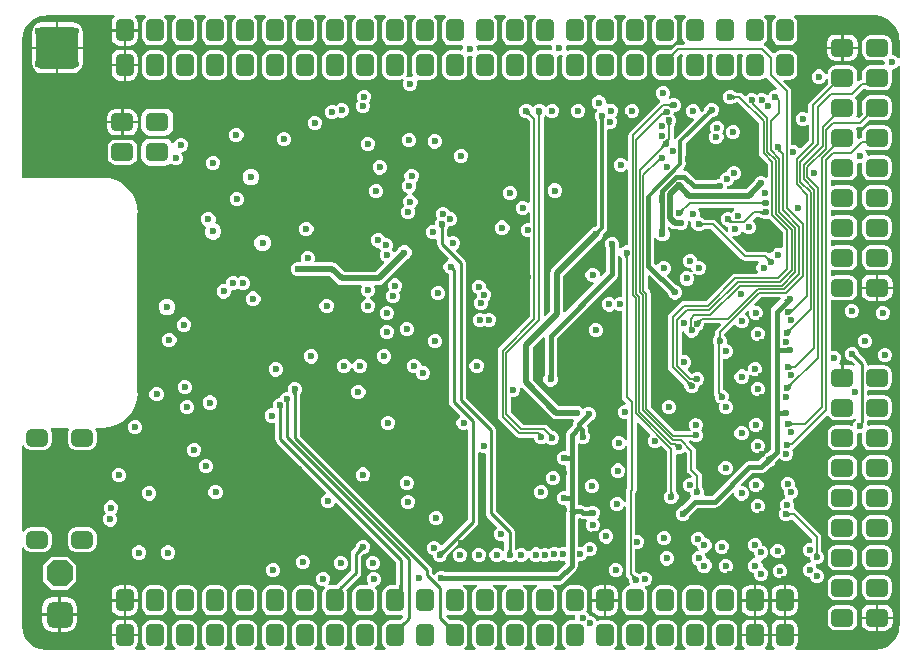
<source format=gbr>
%TF.GenerationSoftware,Altium Limited,Altium Designer,22.9.1 (49)*%
G04 Layer_Physical_Order=4*
G04 Layer_Color=6736896*
%FSLAX45Y45*%
%MOMM*%
%TF.SameCoordinates,1DF69D78-5120-4B12-B4B9-43D88C5B1DD9*%
%TF.FilePolarity,Positive*%
%TF.FileFunction,Copper,L4,Inr,Signal*%
%TF.Part,Single*%
G01*
G75*
%TA.AperFunction,Conductor*%
%ADD76C,0.15000*%
%ADD78C,0.30000*%
%ADD79C,0.40000*%
%ADD80C,0.25000*%
%ADD81C,0.20000*%
%ADD84C,0.50000*%
%TA.AperFunction,ComponentPad*%
G04:AMPARAMS|DCode=99|XSize=1.8mm|YSize=1.45mm|CornerRadius=0.3625mm|HoleSize=0mm|Usage=FLASHONLY|Rotation=180.000|XOffset=0mm|YOffset=0mm|HoleType=Round|Shape=RoundedRectangle|*
%AMROUNDEDRECTD99*
21,1,1.80000,0.72500,0,0,180.0*
21,1,1.07500,1.45000,0,0,180.0*
1,1,0.72500,-0.53750,0.36250*
1,1,0.72500,0.53750,0.36250*
1,1,0.72500,0.53750,-0.36250*
1,1,0.72500,-0.53750,-0.36250*
%
%ADD99ROUNDEDRECTD99*%
G04:AMPARAMS|DCode=101|XSize=2.2mm|YSize=2.2mm|CornerRadius=0mm|HoleSize=0mm|Usage=FLASHONLY|Rotation=270.000|XOffset=0mm|YOffset=0mm|HoleType=Round|Shape=Octagon|*
%AMOCTAGOND101*
4,1,8,-0.55000,-1.10000,0.55000,-1.10000,1.10000,-0.55000,1.10000,0.55000,0.55000,1.10000,-0.55000,1.10000,-1.10000,0.55000,-1.10000,-0.55000,-0.55000,-1.10000,0.0*
%
%ADD101OCTAGOND101*%

G04:AMPARAMS|DCode=102|XSize=2.2mm|YSize=2.2mm|CornerRadius=0.55mm|HoleSize=0mm|Usage=FLASHONLY|Rotation=270.000|XOffset=0mm|YOffset=0mm|HoleType=Round|Shape=RoundedRectangle|*
%AMROUNDEDRECTD102*
21,1,2.20000,1.10000,0,0,270.0*
21,1,1.10000,2.20000,0,0,270.0*
1,1,1.10000,-0.55000,-0.55000*
1,1,1.10000,-0.55000,0.55000*
1,1,1.10000,0.55000,0.55000*
1,1,1.10000,0.55000,-0.55000*
%
%ADD102ROUNDEDRECTD102*%
%TA.AperFunction,ViaPad*%
%ADD103C,0.60000*%
%TA.AperFunction,ComponentPad*%
G04:AMPARAMS|DCode=104|XSize=1.5mm|YSize=1.9mm|CornerRadius=0.375mm|HoleSize=0mm|Usage=FLASHONLY|Rotation=270.000|XOffset=0mm|YOffset=0mm|HoleType=Round|Shape=RoundedRectangle|*
%AMROUNDEDRECTD104*
21,1,1.50000,1.15000,0,0,270.0*
21,1,0.75000,1.90000,0,0,270.0*
1,1,0.75000,-0.57500,-0.37500*
1,1,0.75000,-0.57500,0.37500*
1,1,0.75000,0.57500,0.37500*
1,1,0.75000,0.57500,-0.37500*
%
%ADD104ROUNDEDRECTD104*%
G04:AMPARAMS|DCode=105|XSize=1.5mm|YSize=1.9mm|CornerRadius=0.375mm|HoleSize=0mm|Usage=FLASHONLY|Rotation=0.000|XOffset=0mm|YOffset=0mm|HoleType=Round|Shape=RoundedRectangle|*
%AMROUNDEDRECTD105*
21,1,1.50000,1.15000,0,0,0.0*
21,1,0.75000,1.90000,0,0,0.0*
1,1,0.75000,0.37500,-0.57500*
1,1,0.75000,-0.37500,-0.57500*
1,1,0.75000,-0.37500,0.57500*
1,1,0.75000,0.37500,0.57500*
%
%ADD105ROUNDEDRECTD105*%
G04:AMPARAMS|DCode=106|XSize=3.6mm|YSize=3.6mm|CornerRadius=0.54mm|HoleSize=0mm|Usage=FLASHONLY|Rotation=0.000|XOffset=0mm|YOffset=0mm|HoleType=Round|Shape=RoundedRectangle|*
%AMROUNDEDRECTD106*
21,1,3.60000,2.52000,0,0,0.0*
21,1,2.52000,3.60000,0,0,0.0*
1,1,1.08000,1.26000,-1.26000*
1,1,1.08000,-1.26000,-1.26000*
1,1,1.08000,-1.26000,1.26000*
1,1,1.08000,1.26000,1.26000*
%
%ADD106ROUNDEDRECTD106*%
G36*
X8434462Y5410484D02*
X8485651Y5389281D01*
X8529609Y5355551D01*
X8563338Y5311594D01*
X8584542Y5260404D01*
X8589867Y5219955D01*
X8591113Y5205471D01*
X8591116Y5205460D01*
X8591116Y5190471D01*
X8591120Y5057416D01*
X8576120Y5054432D01*
X8575688Y5055475D01*
X8558809Y5072354D01*
X8536757Y5081488D01*
X8535268D01*
X8525753Y5093083D01*
X8528322Y5106000D01*
Y5181000D01*
X8523083Y5207337D01*
X8508164Y5229664D01*
X8485837Y5244583D01*
X8459500Y5249822D01*
X8344500D01*
X8318163Y5244583D01*
X8295836Y5229664D01*
X8280917Y5207337D01*
X8275678Y5181000D01*
Y5106000D01*
X8280917Y5079663D01*
X8295836Y5057336D01*
X8318163Y5042417D01*
X8344500Y5037178D01*
X8450964D01*
X8460462Y5034604D01*
X8464822Y5022943D01*
Y5010057D01*
X8464671Y5007715D01*
X8454274Y4995822D01*
X8344500D01*
X8318163Y4990583D01*
X8295836Y4975664D01*
X8280917Y4953337D01*
X8275678Y4927000D01*
Y4872734D01*
X8274500D01*
X8259868Y4869824D01*
X8249322Y4862777D01*
X8242421Y4864633D01*
X8234322Y4869607D01*
Y4927000D01*
X8229083Y4953337D01*
X8214164Y4975664D01*
X8191837Y4990583D01*
X8165500Y4995822D01*
X8050500D01*
X8024163Y4990583D01*
X8001836Y4975664D01*
X7986917Y4953337D01*
X7981678Y4927000D01*
Y4922938D01*
X7966678Y4919955D01*
X7960865Y4933987D01*
X7943987Y4950866D01*
X7921935Y4960000D01*
X7898065D01*
X7876013Y4950866D01*
X7859134Y4933987D01*
X7850000Y4911935D01*
Y4888065D01*
X7859134Y4866013D01*
X7876013Y4849135D01*
X7898065Y4840000D01*
X7921935D01*
X7943987Y4849135D01*
X7960865Y4866013D01*
X7966678Y4880046D01*
X7981678Y4877062D01*
Y4852000D01*
X7984125Y4839697D01*
X7831464Y4687036D01*
X7823176Y4674632D01*
X7820266Y4660000D01*
Y4601500D01*
X7820789Y4598870D01*
X7806965Y4591481D01*
X7806442Y4592003D01*
X7784390Y4601138D01*
X7760520D01*
X7738468Y4592003D01*
X7721589Y4575125D01*
X7712455Y4553072D01*
Y4529203D01*
X7721589Y4507150D01*
X7738468Y4490272D01*
X7760520Y4481138D01*
X7784390D01*
X7806442Y4490272D01*
X7807908Y4491738D01*
X7821766Y4485998D01*
Y4355837D01*
X7756639Y4290711D01*
X7742184Y4293586D01*
X7725306Y4310464D01*
X7703253Y4319599D01*
X7679384D01*
X7673514Y4323521D01*
Y4774720D01*
X7670604Y4789352D01*
X7662316Y4801756D01*
X7607752Y4856320D01*
X7613492Y4870178D01*
X7657500D01*
X7683837Y4875417D01*
X7706164Y4890336D01*
X7721083Y4912663D01*
X7726322Y4939000D01*
Y5054000D01*
X7721083Y5080337D01*
X7706164Y5102664D01*
X7683837Y5117583D01*
X7657500Y5122822D01*
X7582500D01*
X7556163Y5117583D01*
X7533836Y5102664D01*
X7531189Y5098704D01*
X7516262Y5097234D01*
X7456460Y5157036D01*
X7447384Y5163100D01*
X7445359Y5175228D01*
X7446017Y5180228D01*
X7452164Y5184336D01*
X7467083Y5206663D01*
X7472322Y5233000D01*
Y5348000D01*
X7467083Y5374337D01*
X7452164Y5396664D01*
X7444096Y5402056D01*
X7448646Y5417056D01*
X7537354D01*
X7541904Y5402056D01*
X7533836Y5396664D01*
X7518917Y5374337D01*
X7513678Y5348000D01*
Y5233000D01*
X7518917Y5206663D01*
X7533836Y5184336D01*
X7556163Y5169417D01*
X7582500Y5164178D01*
X7657500D01*
X7683837Y5169417D01*
X7706164Y5184336D01*
X7721083Y5206663D01*
X7726322Y5233000D01*
Y5348000D01*
X7721083Y5374337D01*
X7706164Y5396664D01*
X7698096Y5402056D01*
X7702646Y5417056D01*
X8379531D01*
X8381527Y5417453D01*
X8434462Y5410484D01*
D02*
G37*
G36*
X6779904Y5402056D02*
X6771836Y5396664D01*
X6756917Y5374337D01*
X6751678Y5348000D01*
Y5233000D01*
X6756917Y5206663D01*
X6771836Y5184336D01*
X6773484Y5183234D01*
X6768933Y5168234D01*
X6717500D01*
X6702868Y5165324D01*
X6690464Y5157036D01*
X6653803Y5120375D01*
X6641500Y5122822D01*
X6566500D01*
X6540163Y5117583D01*
X6517836Y5102664D01*
X6502917Y5080337D01*
X6497678Y5054000D01*
Y4939000D01*
X6502917Y4912663D01*
X6517836Y4890336D01*
X6540163Y4875417D01*
X6566500Y4870178D01*
X6641500D01*
X6667837Y4875417D01*
X6690164Y4890336D01*
X6705083Y4912663D01*
X6710322Y4939000D01*
Y5054000D01*
X6707875Y5066303D01*
X6733337Y5091766D01*
X6747886D01*
X6756206Y5076765D01*
X6751678Y5054000D01*
Y4939000D01*
X6756917Y4912663D01*
X6771836Y4890336D01*
X6794163Y4875417D01*
X6820500Y4870178D01*
X6895500D01*
X6921837Y4875417D01*
X6944164Y4890336D01*
X6959083Y4912663D01*
X6964322Y4939000D01*
Y5054000D01*
X6959794Y5076765D01*
X6968114Y5091766D01*
X7001886D01*
X7010206Y5076765D01*
X7005678Y5054000D01*
Y4939000D01*
X7010917Y4912663D01*
X7025836Y4890336D01*
X7048163Y4875417D01*
X7074500Y4870178D01*
X7149500D01*
X7175837Y4875417D01*
X7198164Y4890336D01*
X7213083Y4912663D01*
X7218322Y4939000D01*
Y5054000D01*
X7213794Y5076765D01*
X7222114Y5091766D01*
X7255886D01*
X7264206Y5076765D01*
X7259678Y5054000D01*
Y4939000D01*
X7264917Y4912663D01*
X7279836Y4890336D01*
X7302163Y4875417D01*
X7328500Y4870178D01*
X7403500D01*
X7429837Y4875417D01*
X7451616Y4889969D01*
X7451627Y4889974D01*
X7452690Y4890285D01*
X7469122Y4888715D01*
X7472964Y4882964D01*
X7550929Y4805000D01*
X7544715Y4790000D01*
X7528065D01*
X7506013Y4780865D01*
X7489134Y4763987D01*
X7482252Y4747371D01*
X7467839Y4742805D01*
X7465432Y4742978D01*
X7458387Y4750022D01*
X7436335Y4759156D01*
X7412465D01*
X7390413Y4750022D01*
X7382622Y4742231D01*
X7373987Y4750866D01*
X7351935Y4760000D01*
X7328065D01*
X7306013Y4750866D01*
X7289135Y4733987D01*
X7281586Y4732486D01*
X7263155Y4750917D01*
X7250751Y4759205D01*
X7236119Y4762115D01*
X7211252D01*
X7199635Y4769820D01*
X7196208Y4772365D01*
X7193724Y4774849D01*
X7171672Y4783983D01*
X7147803D01*
X7125750Y4774849D01*
X7108872Y4757971D01*
X7099737Y4735918D01*
Y4712049D01*
X7108872Y4689996D01*
X7125750Y4673118D01*
X7147803Y4663984D01*
X7171672D01*
X7193724Y4673118D01*
X7196194Y4675587D01*
X7199711Y4678173D01*
X7206271Y4682711D01*
X7211041Y4685646D01*
X7220282D01*
X7401766Y4504163D01*
Y4250000D01*
X7404676Y4235368D01*
X7412964Y4222964D01*
X7474308Y4161620D01*
Y4045497D01*
X7459308Y4039284D01*
X7452746Y4045847D01*
X7430693Y4054981D01*
X7406824D01*
X7384771Y4045847D01*
X7367893Y4028968D01*
X7363970Y4019498D01*
X7290549Y3946077D01*
X7140267D01*
X7130846Y3959100D01*
X7134003Y3970000D01*
X7141935D01*
X7163987Y3979135D01*
X7180865Y3996013D01*
X7190000Y4018065D01*
Y4020000D01*
X7201935D01*
X7223987Y4029134D01*
X7240866Y4046013D01*
X7250000Y4068065D01*
Y4091935D01*
X7240866Y4113987D01*
X7223987Y4130866D01*
X7201935Y4140000D01*
X7178065D01*
X7156013Y4130866D01*
X7139135Y4113987D01*
X7130000Y4091935D01*
Y4090000D01*
X7118065D01*
X7096013Y4080866D01*
X7079134Y4063987D01*
X7070000Y4041935D01*
Y4029168D01*
X7056232D01*
X7034454Y4020147D01*
X6871948D01*
X6806048Y4086048D01*
X6789509Y4097099D01*
X6770000Y4100980D01*
X6765464D01*
X6759724Y4114838D01*
X6768258Y4123372D01*
X6778204Y4138257D01*
X6781697Y4155815D01*
Y4334311D01*
X7003089Y4555703D01*
X7003400Y4555895D01*
X7004009Y4556216D01*
X7004683Y4556516D01*
X7005456Y4556801D01*
X7006339Y4557065D01*
X7007362Y4557303D01*
X7008513Y4557500D01*
X7011935D01*
X7033987Y4566635D01*
X7050866Y4583513D01*
X7060000Y4605565D01*
Y4629435D01*
X7050866Y4651487D01*
X7033987Y4668366D01*
X7011935Y4677500D01*
X6988065D01*
X6966013Y4668366D01*
X6949134Y4651487D01*
X6940000Y4629435D01*
Y4626013D01*
X6939803Y4624862D01*
X6939565Y4623841D01*
X6939301Y4622955D01*
X6939016Y4622183D01*
X6938716Y4621510D01*
X6938395Y4620900D01*
X6938203Y4620589D01*
X6919999Y4602385D01*
X6904999Y4608599D01*
Y4616935D01*
X6895865Y4638987D01*
X6878986Y4655866D01*
X6856934Y4665000D01*
X6833064D01*
X6811012Y4655866D01*
X6794133Y4638987D01*
X6784999Y4616935D01*
Y4593065D01*
X6794133Y4571013D01*
X6811012Y4554135D01*
X6833064Y4545000D01*
X6841401D01*
X6847614Y4530000D01*
X6703372Y4385759D01*
X6695005Y4373236D01*
X6684603Y4374067D01*
X6680005Y4375731D01*
Y4476771D01*
X6687711Y4488450D01*
X6690160Y4491766D01*
X6692636Y4494242D01*
X6701770Y4516294D01*
Y4540164D01*
X6692636Y4562216D01*
X6676130Y4578723D01*
X6680000Y4588065D01*
Y4597500D01*
X6691935D01*
X6713987Y4606634D01*
X6730866Y4623513D01*
X6740000Y4645565D01*
Y4669435D01*
X6730866Y4691487D01*
X6713987Y4708365D01*
X6691935Y4717500D01*
X6668065D01*
X6646013Y4708365D01*
X6636975Y4719622D01*
X6640866Y4723513D01*
X6650000Y4745565D01*
Y4769435D01*
X6640866Y4791487D01*
X6623987Y4808366D01*
X6601935Y4817500D01*
X6578065D01*
X6556013Y4808366D01*
X6539134Y4791487D01*
X6530000Y4769435D01*
Y4745565D01*
X6539134Y4723513D01*
X6556013Y4706634D01*
X6562510Y4703943D01*
X6564177Y4687017D01*
X6560464Y4684536D01*
X6305464Y4429536D01*
X6297176Y4417132D01*
X6294266Y4402500D01*
Y4190186D01*
X6286771Y4186719D01*
X6279266Y4185587D01*
X6263987Y4200866D01*
X6241935Y4210000D01*
X6218065D01*
X6196013Y4200866D01*
X6179134Y4183987D01*
X6170000Y4161935D01*
Y4138065D01*
X6179134Y4116013D01*
X6196013Y4099135D01*
X6218065Y4090000D01*
X6241935D01*
X6263987Y4099135D01*
X6279266Y4114413D01*
X6286771Y4113281D01*
X6294266Y4109814D01*
Y3471558D01*
X6291934Y3470000D01*
X6268065D01*
X6246013Y3460866D01*
X6233188Y3448041D01*
X6218401Y3449056D01*
X6215822Y3450274D01*
X6214179Y3454012D01*
X6220000Y3468065D01*
Y3491935D01*
X6210866Y3513987D01*
X6193987Y3530865D01*
X6171935Y3540000D01*
X6148065D01*
X6126013Y3530865D01*
X6109135Y3513987D01*
X6100000Y3491935D01*
Y3468065D01*
X6109021Y3446288D01*
Y3251116D01*
X6066672Y3208767D01*
X6052084Y3215393D01*
Y3233633D01*
X6042950Y3255686D01*
X6026072Y3272564D01*
X6004019Y3281698D01*
X5980150D01*
X5958097Y3272564D01*
X5941219Y3255686D01*
X5932085Y3233633D01*
Y3209764D01*
X5941219Y3187711D01*
X5958097Y3170833D01*
X5980150Y3161699D01*
X5998390D01*
X6005016Y3147111D01*
X5761077Y2903173D01*
X5746077Y2909386D01*
Y3212242D01*
X6042642Y3508807D01*
X6052112Y3512730D01*
X6068991Y3529608D01*
X6078125Y3551660D01*
Y3555082D01*
X6078322Y3556233D01*
X6078560Y3557255D01*
X6078581Y3557325D01*
X6100523Y3581107D01*
X6105256Y3585840D01*
X6115202Y3600725D01*
X6118694Y3618283D01*
Y4450530D01*
X6130469Y4458397D01*
X6154338D01*
X6176391Y4467532D01*
X6193269Y4484410D01*
X6202403Y4506463D01*
Y4530332D01*
X6193269Y4552385D01*
X6185253Y4560401D01*
X6200865Y4576013D01*
X6210000Y4598065D01*
Y4621935D01*
X6200865Y4643987D01*
X6183987Y4660865D01*
X6161935Y4670000D01*
X6138065D01*
X6123858Y4664115D01*
X6122448Y4664517D01*
X6110000Y4674451D01*
Y4691935D01*
X6100866Y4713987D01*
X6083987Y4730866D01*
X6061935Y4740000D01*
X6038065D01*
X6016013Y4730866D01*
X5999135Y4713987D01*
X5990000Y4691935D01*
Y4668065D01*
X5999135Y4646013D01*
X6016013Y4629135D01*
X6028764Y4623853D01*
X6032058Y4606253D01*
X6021947Y4596142D01*
X6012813Y4574090D01*
Y4550220D01*
X6021947Y4528168D01*
X6024368Y4525747D01*
X6025039Y4524799D01*
X6025598Y4523902D01*
X6026036Y4523091D01*
X6026379Y4522347D01*
X6026643Y4521657D01*
X6026848Y4520996D01*
X6026931Y4520643D01*
Y3637288D01*
X6025424Y3635780D01*
X6014340Y3624997D01*
X6014116Y3624879D01*
X6013442Y3624579D01*
X6012669Y3624294D01*
X6011787Y3624030D01*
X6010763Y3623792D01*
X6009612Y3623595D01*
X6006190D01*
X5984138Y3614461D01*
X5967260Y3597582D01*
X5963337Y3588112D01*
X5650347Y3275123D01*
X5638191Y3256930D01*
X5633923Y3235470D01*
Y2913228D01*
X5592909Y2872215D01*
X5579051Y2877955D01*
Y4558540D01*
X5586190Y4569359D01*
X5588169Y4570376D01*
X5601050Y4571805D01*
X5605208Y4569939D01*
X5616014Y4559133D01*
X5638067Y4549999D01*
X5661936D01*
X5683989Y4559133D01*
X5700867Y4576011D01*
X5710001Y4598064D01*
Y4621933D01*
X5700867Y4643986D01*
X5683989Y4660864D01*
X5661936Y4669998D01*
X5638067D01*
X5616014Y4660864D01*
X5605208Y4650058D01*
X5595409Y4645659D01*
X5585610Y4650058D01*
X5574804Y4660864D01*
X5552752Y4669998D01*
X5528882D01*
X5506830Y4660864D01*
X5495009Y4649043D01*
X5485409Y4645610D01*
X5475810Y4649043D01*
X5463989Y4660864D01*
X5441937Y4669998D01*
X5418067D01*
X5396015Y4660864D01*
X5379136Y4643986D01*
X5370002Y4621933D01*
Y4598064D01*
X5379136Y4576011D01*
X5396015Y4559133D01*
X5418067Y4549999D01*
X5421568D01*
X5426011Y4549330D01*
X5433866Y4547916D01*
X5439293Y4546636D01*
X5461766Y4524163D01*
Y3833886D01*
X5446766Y3828087D01*
X5433987Y3840866D01*
X5411935Y3850000D01*
X5388065D01*
X5366013Y3840866D01*
X5349135Y3823987D01*
X5340000Y3801935D01*
Y3778065D01*
X5349135Y3756013D01*
X5366013Y3739135D01*
X5388065Y3730000D01*
X5411935D01*
X5433987Y3739135D01*
X5446766Y3751913D01*
X5461766Y3746114D01*
Y3663487D01*
X5459434Y3661929D01*
X5435565D01*
X5413513Y3652795D01*
X5396634Y3635917D01*
X5387500Y3613864D01*
Y3589995D01*
X5396634Y3567942D01*
X5413513Y3551064D01*
X5435565Y3541930D01*
X5459434D01*
X5461766Y3540372D01*
Y2865837D01*
X5202964Y2607036D01*
X5194676Y2594632D01*
X5191766Y2580000D01*
Y2020000D01*
X5194676Y2005368D01*
X5202964Y1992964D01*
X5342964Y1852964D01*
X5355368Y1844676D01*
X5370000Y1841766D01*
X5500000D01*
Y1838065D01*
X5509135Y1816013D01*
X5526013Y1799135D01*
X5548065Y1790000D01*
X5571935D01*
X5593987Y1799135D01*
X5600000Y1805147D01*
X5616013Y1789134D01*
X5638065Y1780000D01*
X5661935D01*
X5683987Y1789134D01*
X5700865Y1806013D01*
X5710000Y1828065D01*
Y1851935D01*
X5700865Y1873987D01*
X5683987Y1890865D01*
X5670325Y1896525D01*
X5667807Y1897910D01*
X5664303Y1899019D01*
X5661935Y1900000D01*
X5661204D01*
X5659617Y1900502D01*
X5653742Y1902640D01*
X5649660Y1904411D01*
X5612036Y1942036D01*
X5599632Y1950324D01*
X5585000Y1953234D01*
X5400837D01*
X5298234Y2055837D01*
Y2183431D01*
X5308066Y2190000D01*
X5331935D01*
X5353987Y2199135D01*
X5370866Y2216013D01*
X5380000Y2238065D01*
Y2259481D01*
X5386718Y2264311D01*
X5393858Y2266836D01*
X5646393Y2014302D01*
X5664586Y2002146D01*
X5686046Y1997877D01*
X5827549D01*
X5835566Y1982877D01*
X5834151Y1980759D01*
X5830270Y1961250D01*
Y1949866D01*
X5783952Y1903548D01*
X5772901Y1887009D01*
X5769020Y1867500D01*
Y1734735D01*
X5761934Y1730000D01*
X5738065D01*
X5716013Y1720865D01*
X5699134Y1703987D01*
X5690000Y1681935D01*
Y1658065D01*
X5699134Y1636013D01*
X5716013Y1619134D01*
X5738065Y1610000D01*
X5761934D01*
X5769020Y1605265D01*
Y1394735D01*
X5761934Y1390000D01*
X5738065D01*
X5716013Y1380865D01*
X5699134Y1363987D01*
X5690000Y1341935D01*
Y1318065D01*
X5699134Y1296013D01*
X5716013Y1279134D01*
X5738065Y1270000D01*
X5761934D01*
X5769020Y1265265D01*
Y1242750D01*
X5765855Y1226834D01*
Y920960D01*
X5756935Y914999D01*
X5733065D01*
X5711013Y905865D01*
X5707032Y901884D01*
X5703993Y904922D01*
X5681941Y914056D01*
X5658071D01*
X5636019Y904922D01*
X5628297Y897200D01*
X5623689Y901808D01*
X5601636Y910942D01*
X5577767D01*
X5555715Y901808D01*
X5550570Y896664D01*
X5543507Y903727D01*
X5521455Y912861D01*
X5497585D01*
X5475533Y903727D01*
X5458655Y886848D01*
X5457286Y883543D01*
X5441050D01*
X5440865Y883987D01*
X5423987Y900866D01*
X5401935Y910000D01*
X5378065D01*
X5356013Y900866D01*
X5350488Y895341D01*
X5349583Y894851D01*
X5346200Y894250D01*
X5333332Y903670D01*
Y1044910D01*
X5330034Y1061492D01*
X5320641Y1075551D01*
X5173332Y1222859D01*
Y1910000D01*
X5170034Y1926583D01*
X5160640Y1940641D01*
X4918943Y2182338D01*
Y3324389D01*
X4915645Y3340972D01*
X4906251Y3355030D01*
X4838089Y3423192D01*
X4841016Y3437904D01*
X4843987Y3439135D01*
X4860866Y3456013D01*
X4870000Y3478065D01*
Y3501935D01*
X4860866Y3523987D01*
X4843987Y3540866D01*
X4821935Y3550000D01*
X4798065D01*
X4778332Y3541827D01*
X4763332Y3547784D01*
Y3605009D01*
X4763581Y3605657D01*
X4764083Y3606753D01*
X4764638Y3607803D01*
X4767188Y3611861D01*
X4768414Y3613561D01*
X4770865Y3616013D01*
X4777208Y3631326D01*
X4800629D01*
X4822682Y3640461D01*
X4839560Y3657339D01*
X4848695Y3679391D01*
Y3703261D01*
X4839560Y3725313D01*
X4822682Y3742192D01*
X4800629Y3751326D01*
X4782986D01*
X4776771Y3766331D01*
X4759893Y3783210D01*
X4737840Y3792344D01*
X4713971D01*
X4691918Y3783210D01*
X4675040Y3766331D01*
X4665906Y3744279D01*
Y3720409D01*
X4675040Y3698357D01*
X4679272Y3694125D01*
X4669134Y3683987D01*
X4660000Y3661935D01*
Y3652357D01*
X4650188Y3640186D01*
X4626319D01*
X4604266Y3631051D01*
X4587388Y3614173D01*
X4578253Y3592121D01*
Y3568251D01*
X4587388Y3546199D01*
X4604266Y3529320D01*
X4626319Y3520186D01*
X4650188D01*
X4661667Y3524941D01*
X4676668Y3514918D01*
Y3480000D01*
X4679966Y3463418D01*
X4689359Y3449360D01*
X4774861Y3363858D01*
X4770599Y3346907D01*
X4756013Y3340866D01*
X4739135Y3323987D01*
X4730000Y3301935D01*
Y3278065D01*
X4739135Y3256013D01*
X4756013Y3239134D01*
X4776668Y3230579D01*
Y2143830D01*
X4779966Y2127248D01*
X4789359Y2113190D01*
X4868613Y2033936D01*
X4866013Y2020865D01*
X4849135Y2003987D01*
X4840000Y1981935D01*
Y1958065D01*
X4849135Y1936013D01*
X4866013Y1919135D01*
X4888065Y1910000D01*
X4911935D01*
X4921667Y1914031D01*
X4936668Y1904009D01*
Y1147949D01*
X4721672Y932953D01*
X4703978Y936473D01*
X4700866Y943987D01*
X4683987Y960865D01*
X4661935Y970000D01*
X4638065D01*
X4616013Y960865D01*
X4599135Y943987D01*
X4590000Y921935D01*
Y898065D01*
X4599135Y876013D01*
X4616013Y859134D01*
X4638065Y850000D01*
X4640000D01*
Y838065D01*
X4649134Y816013D01*
X4666013Y799135D01*
X4688065Y790000D01*
X4711935D01*
X4733987Y799135D01*
X4750866Y816013D01*
X4760000Y838065D01*
Y841530D01*
X4760336Y843606D01*
X4761402Y848274D01*
X4761751Y849407D01*
X4762171Y850537D01*
X4762455Y851174D01*
X5010640Y1099359D01*
X5020034Y1113417D01*
X5023332Y1130000D01*
Y1712216D01*
X5038332Y1718174D01*
X5058065Y1710000D01*
X5081934D01*
X5086668Y1706838D01*
Y1204910D01*
X5089966Y1188327D01*
X5099359Y1174269D01*
X5187133Y1086496D01*
X5186012Y1080865D01*
X5169134Y1063987D01*
X5160000Y1041935D01*
Y1018065D01*
X5169134Y996013D01*
X5186013Y979134D01*
X5208065Y970000D01*
X5231935D01*
X5234196Y970937D01*
X5246668Y962603D01*
Y894991D01*
X5246419Y894343D01*
X5245917Y893247D01*
X5245362Y892198D01*
X5243249Y888835D01*
X5241284Y887848D01*
X5234712Y886708D01*
X5228157Y886965D01*
X5224539Y887947D01*
X5213326Y899160D01*
X5191273Y908294D01*
X5167404D01*
X5145351Y899160D01*
X5128473Y882282D01*
X5119339Y860229D01*
Y836360D01*
X5128473Y814307D01*
X5145351Y797429D01*
X5167404Y788295D01*
X5191273D01*
X5213326Y797429D01*
X5225723Y809826D01*
X5233499Y813413D01*
X5244800Y810348D01*
X5256013Y799135D01*
X5278065Y790000D01*
X5301935D01*
X5323987Y799135D01*
X5340000Y815147D01*
X5356013Y799135D01*
X5378065Y790000D01*
X5401935D01*
X5423987Y799135D01*
X5440865Y816013D01*
X5442234Y819318D01*
X5458470D01*
X5458655Y818874D01*
X5475533Y801996D01*
X5497585Y792861D01*
X5521455D01*
X5543507Y801996D01*
X5548652Y807140D01*
X5555715Y800077D01*
X5577767Y790943D01*
X5601636D01*
X5623689Y800077D01*
X5631411Y807799D01*
X5636019Y803191D01*
X5658071Y794057D01*
X5681941D01*
X5703993Y803191D01*
X5707975Y807172D01*
X5711013Y804134D01*
X5733065Y795000D01*
X5756935D01*
X5762241Y791454D01*
X5763318Y775414D01*
X5688884Y700980D01*
X4745190D01*
X4744646Y701524D01*
X4722593Y710658D01*
X4698724D01*
X4676671Y701524D01*
X4659793Y684646D01*
X4648818Y682463D01*
X4633331Y697950D01*
Y720002D01*
X4630032Y736584D01*
X4620639Y750642D01*
X3514999Y1856282D01*
Y2205976D01*
X3515248Y2206624D01*
X3515750Y2207720D01*
X3516304Y2208770D01*
X3518854Y2212828D01*
X3520081Y2214529D01*
X3522532Y2216980D01*
X3531666Y2239033D01*
Y2262902D01*
X3522532Y2284955D01*
X3505654Y2301833D01*
X3483601Y2310967D01*
X3459732D01*
X3437679Y2301833D01*
X3420801Y2284955D01*
X3411667Y2262902D01*
Y2239033D01*
X3403527Y2226852D01*
X3396630D01*
X3374578Y2217717D01*
X3357699Y2200839D01*
X3349068Y2180000D01*
X3338065D01*
X3316013Y2170866D01*
X3299134Y2153987D01*
X3290000Y2131935D01*
Y2108065D01*
X3291276Y2104984D01*
X3281248Y2089998D01*
X3267373D01*
X3245320Y2080864D01*
X3228442Y2063986D01*
X3219308Y2041933D01*
Y2018064D01*
X3228442Y1996011D01*
X3245320Y1979133D01*
X3267373Y1969999D01*
X3291242D01*
X3294196Y1971222D01*
X3306668Y1962888D01*
Y1830000D01*
X3309966Y1813418D01*
X3319359Y1799360D01*
X3738523Y1380195D01*
X3733315Y1364191D01*
X3716445Y1357203D01*
X3699566Y1340324D01*
X3690432Y1318272D01*
Y1294403D01*
X3699566Y1272350D01*
X3716445Y1255472D01*
X3738497Y1246337D01*
X3762367D01*
X3784419Y1255472D01*
X3801297Y1272350D01*
X3808285Y1289220D01*
X3824290Y1294429D01*
X4326667Y792051D01*
Y590822D01*
X4280500D01*
X4254163Y585583D01*
X4231836Y570664D01*
X4216917Y548337D01*
X4211678Y522000D01*
Y407000D01*
X4216917Y380663D01*
X4231836Y358336D01*
X4254163Y343417D01*
X4280500Y338178D01*
X4355500D01*
X4373771Y341812D01*
X4388612Y332324D01*
X4389533Y330818D01*
X4390334Y324115D01*
X4370808Y304589D01*
X4365859Y299931D01*
X4361996Y296713D01*
X4360742Y295779D01*
X4355500Y296822D01*
X4280500D01*
X4254163Y291583D01*
X4231836Y276664D01*
X4216917Y254337D01*
X4211678Y228000D01*
Y113000D01*
X4216917Y86663D01*
X4231836Y64336D01*
X4239904Y58944D01*
X4235354Y43944D01*
X4146646D01*
X4142096Y58944D01*
X4150164Y64336D01*
X4165083Y86663D01*
X4170322Y113000D01*
Y228000D01*
X4165083Y254337D01*
X4150164Y276664D01*
X4127837Y291583D01*
X4101500Y296822D01*
X4026500D01*
X4000163Y291583D01*
X3977836Y276664D01*
X3962917Y254337D01*
X3957678Y228000D01*
Y113000D01*
X3962917Y86663D01*
X3977836Y64336D01*
X3985904Y58944D01*
X3981354Y43944D01*
X3892646D01*
X3888096Y58944D01*
X3896164Y64336D01*
X3911083Y86663D01*
X3916322Y113000D01*
Y228000D01*
X3911083Y254337D01*
X3896164Y276664D01*
X3873837Y291583D01*
X3847500Y296822D01*
X3772500D01*
X3746163Y291583D01*
X3723836Y276664D01*
X3708917Y254337D01*
X3703678Y228000D01*
Y113000D01*
X3708917Y86663D01*
X3723836Y64336D01*
X3731904Y58944D01*
X3727354Y43944D01*
X3638646D01*
X3634096Y58944D01*
X3642164Y64336D01*
X3657083Y86663D01*
X3662322Y113000D01*
Y228000D01*
X3657083Y254337D01*
X3642164Y276664D01*
X3619837Y291583D01*
X3593500Y296822D01*
X3518500D01*
X3492163Y291583D01*
X3469836Y276664D01*
X3454917Y254337D01*
X3449678Y228000D01*
Y113000D01*
X3454917Y86663D01*
X3469836Y64336D01*
X3477904Y58944D01*
X3473354Y43944D01*
X3384646D01*
X3380096Y58944D01*
X3388164Y64336D01*
X3403083Y86663D01*
X3408322Y113000D01*
Y228000D01*
X3403083Y254337D01*
X3388164Y276664D01*
X3365837Y291583D01*
X3339500Y296822D01*
X3264500D01*
X3238163Y291583D01*
X3215836Y276664D01*
X3200917Y254337D01*
X3195678Y228000D01*
Y113000D01*
X3200917Y86663D01*
X3215836Y64336D01*
X3223904Y58944D01*
X3219354Y43944D01*
X3130646D01*
X3126096Y58944D01*
X3134164Y64336D01*
X3149083Y86663D01*
X3154322Y113000D01*
Y228000D01*
X3149083Y254337D01*
X3134164Y276664D01*
X3111837Y291583D01*
X3085500Y296822D01*
X3010500D01*
X2984163Y291583D01*
X2961836Y276664D01*
X2946917Y254337D01*
X2941678Y228000D01*
Y113000D01*
X2946917Y86663D01*
X2961836Y64336D01*
X2969904Y58944D01*
X2965354Y43944D01*
X2876646D01*
X2872096Y58944D01*
X2880164Y64336D01*
X2895083Y86663D01*
X2900322Y113000D01*
Y228000D01*
X2895083Y254337D01*
X2880164Y276664D01*
X2857837Y291583D01*
X2831500Y296822D01*
X2756500D01*
X2730163Y291583D01*
X2707836Y276664D01*
X2692917Y254337D01*
X2687678Y228000D01*
Y113000D01*
X2692917Y86663D01*
X2707836Y64336D01*
X2715904Y58944D01*
X2711354Y43944D01*
X2622646D01*
X2618096Y58944D01*
X2626164Y64336D01*
X2641083Y86663D01*
X2646322Y113000D01*
Y228000D01*
X2641083Y254337D01*
X2626164Y276664D01*
X2603837Y291583D01*
X2577500Y296822D01*
X2502500D01*
X2476163Y291583D01*
X2453836Y276664D01*
X2438917Y254337D01*
X2433678Y228000D01*
Y113000D01*
X2438917Y86663D01*
X2453836Y64336D01*
X2461904Y58944D01*
X2457354Y43944D01*
X2368646D01*
X2364096Y58944D01*
X2372164Y64336D01*
X2387083Y86663D01*
X2392322Y113000D01*
Y228000D01*
X2387083Y254337D01*
X2372164Y276664D01*
X2349837Y291583D01*
X2323500Y296822D01*
X2248500D01*
X2222163Y291583D01*
X2199836Y276664D01*
X2184917Y254337D01*
X2179678Y228000D01*
Y113000D01*
X2184917Y86663D01*
X2199836Y64336D01*
X2207904Y58944D01*
X2203354Y43944D01*
X2123646D01*
X2119096Y58944D01*
X2121769Y60731D01*
X2137793Y84712D01*
X2143420Y113000D01*
Y160500D01*
X1920580D01*
Y113000D01*
X1926207Y84712D01*
X1942231Y60731D01*
X1944904Y58944D01*
X1940354Y43944D01*
X1371600D01*
X1369643Y43555D01*
X1317066Y50477D01*
X1266249Y71526D01*
X1222611Y105011D01*
X1189126Y148649D01*
X1168077Y199466D01*
X1161155Y252043D01*
X1161544Y254000D01*
Y906011D01*
X1175454Y914991D01*
X1176544Y914852D01*
X1190487Y893986D01*
X1212401Y879344D01*
X1238250Y874202D01*
X1345750D01*
X1371599Y879344D01*
X1393513Y893986D01*
X1408156Y915900D01*
X1413298Y941750D01*
Y1014250D01*
X1408156Y1040099D01*
X1393513Y1062013D01*
X1371599Y1076656D01*
X1345750Y1081798D01*
X1238250D01*
X1212401Y1076656D01*
X1190487Y1062013D01*
X1176544Y1041148D01*
X1175454Y1041009D01*
X1161544Y1049989D01*
Y1770011D01*
X1175454Y1778991D01*
X1176544Y1778852D01*
X1190487Y1757986D01*
X1212401Y1743344D01*
X1238250Y1738202D01*
X1345750D01*
X1371599Y1743344D01*
X1393513Y1757986D01*
X1408156Y1779900D01*
X1413298Y1805750D01*
Y1878250D01*
X1408156Y1904099D01*
X1403327Y1911327D01*
X1410397Y1924556D01*
X1553602D01*
X1560673Y1911327D01*
X1555844Y1904099D01*
X1550702Y1878250D01*
Y1805750D01*
X1555844Y1779900D01*
X1570487Y1757986D01*
X1592401Y1743344D01*
X1618250Y1738202D01*
X1725750D01*
X1751599Y1743344D01*
X1773513Y1757986D01*
X1788156Y1779900D01*
X1793298Y1805750D01*
Y1878250D01*
X1788156Y1904099D01*
X1783327Y1911327D01*
X1790397Y1924556D01*
X1841500D01*
Y1923962D01*
X1899742Y1929699D01*
X1955745Y1946687D01*
X2007359Y1974275D01*
X2052598Y2011402D01*
X2089725Y2056641D01*
X2117313Y2108255D01*
X2134301Y2164258D01*
X2140038Y2222500D01*
X2139444D01*
Y3746500D01*
X2140038D01*
X2134301Y3804742D01*
X2117313Y3860745D01*
X2089725Y3912359D01*
X2052598Y3957598D01*
X2007359Y3994725D01*
X1955745Y4022313D01*
X1899742Y4039301D01*
X1841500Y4045038D01*
Y4044444D01*
X1161544D01*
Y5207000D01*
X1161155Y5208958D01*
X1168077Y5261534D01*
X1189126Y5312351D01*
X1222610Y5355989D01*
X1266248Y5389474D01*
X1317066Y5410523D01*
X1357121Y5415796D01*
X1371600Y5417055D01*
Y5417056D01*
X1940354D01*
X1944904Y5402056D01*
X1942231Y5400269D01*
X1926207Y5376288D01*
X1920580Y5348000D01*
Y5300500D01*
X2143420D01*
Y5348000D01*
X2137793Y5376288D01*
X2121769Y5400269D01*
X2119096Y5402056D01*
X2123646Y5417056D01*
X2203354D01*
X2207904Y5402056D01*
X2199836Y5396664D01*
X2184917Y5374337D01*
X2179678Y5348000D01*
Y5233000D01*
X2184917Y5206663D01*
X2199836Y5184336D01*
X2222163Y5169417D01*
X2248500Y5164178D01*
X2323500D01*
X2349837Y5169417D01*
X2372164Y5184336D01*
X2387083Y5206663D01*
X2392322Y5233000D01*
Y5348000D01*
X2387083Y5374337D01*
X2372164Y5396664D01*
X2364096Y5402056D01*
X2368646Y5417056D01*
X2457354D01*
X2461904Y5402056D01*
X2453836Y5396664D01*
X2438917Y5374337D01*
X2433678Y5348000D01*
Y5233000D01*
X2438917Y5206663D01*
X2453836Y5184336D01*
X2476163Y5169417D01*
X2502500Y5164178D01*
X2577500D01*
X2603837Y5169417D01*
X2626164Y5184336D01*
X2641083Y5206663D01*
X2646322Y5233000D01*
Y5348000D01*
X2641083Y5374337D01*
X2626164Y5396664D01*
X2618096Y5402056D01*
X2622646Y5417056D01*
X2711354D01*
X2715904Y5402056D01*
X2707836Y5396664D01*
X2692917Y5374337D01*
X2687678Y5348000D01*
Y5233000D01*
X2692917Y5206663D01*
X2707836Y5184336D01*
X2730163Y5169417D01*
X2756500Y5164178D01*
X2831500D01*
X2857837Y5169417D01*
X2880164Y5184336D01*
X2895083Y5206663D01*
X2900322Y5233000D01*
Y5348000D01*
X2895083Y5374337D01*
X2880164Y5396664D01*
X2872096Y5402056D01*
X2876646Y5417056D01*
X2965354D01*
X2969904Y5402056D01*
X2961836Y5396664D01*
X2946917Y5374337D01*
X2941678Y5348000D01*
Y5233000D01*
X2946917Y5206663D01*
X2961836Y5184336D01*
X2984163Y5169417D01*
X3010500Y5164178D01*
X3085500D01*
X3111837Y5169417D01*
X3134164Y5184336D01*
X3149083Y5206663D01*
X3154322Y5233000D01*
Y5348000D01*
X3149083Y5374337D01*
X3134164Y5396664D01*
X3126096Y5402056D01*
X3130646Y5417056D01*
X3219354D01*
X3223904Y5402056D01*
X3215836Y5396664D01*
X3200917Y5374337D01*
X3195678Y5348000D01*
Y5233000D01*
X3200917Y5206663D01*
X3215836Y5184336D01*
X3238163Y5169417D01*
X3264500Y5164178D01*
X3339500D01*
X3365837Y5169417D01*
X3388164Y5184336D01*
X3403083Y5206663D01*
X3408322Y5233000D01*
Y5348000D01*
X3403083Y5374337D01*
X3388164Y5396664D01*
X3380096Y5402056D01*
X3384646Y5417056D01*
X3473354D01*
X3477904Y5402056D01*
X3469836Y5396664D01*
X3454917Y5374337D01*
X3449678Y5348000D01*
Y5233000D01*
X3454917Y5206663D01*
X3469836Y5184336D01*
X3492163Y5169417D01*
X3518500Y5164178D01*
X3593500D01*
X3619837Y5169417D01*
X3642164Y5184336D01*
X3657083Y5206663D01*
X3662322Y5233000D01*
Y5348000D01*
X3657083Y5374337D01*
X3642164Y5396664D01*
X3634096Y5402056D01*
X3638646Y5417056D01*
X3727354D01*
X3731904Y5402056D01*
X3723836Y5396664D01*
X3708917Y5374337D01*
X3703678Y5348000D01*
Y5233000D01*
X3708917Y5206663D01*
X3723836Y5184336D01*
X3746163Y5169417D01*
X3772500Y5164178D01*
X3847500D01*
X3873837Y5169417D01*
X3896164Y5184336D01*
X3911083Y5206663D01*
X3916322Y5233000D01*
Y5348000D01*
X3911083Y5374337D01*
X3896164Y5396664D01*
X3888096Y5402056D01*
X3892646Y5417056D01*
X3981354D01*
X3985904Y5402056D01*
X3977836Y5396664D01*
X3962917Y5374337D01*
X3957678Y5348000D01*
Y5233000D01*
X3962917Y5206663D01*
X3977836Y5184336D01*
X4000163Y5169417D01*
X4026500Y5164178D01*
X4101500D01*
X4127837Y5169417D01*
X4150164Y5184336D01*
X4165083Y5206663D01*
X4170322Y5233000D01*
Y5348000D01*
X4165083Y5374337D01*
X4150164Y5396664D01*
X4142096Y5402056D01*
X4146646Y5417056D01*
X4235354D01*
X4239904Y5402056D01*
X4231836Y5396664D01*
X4216917Y5374337D01*
X4211678Y5348000D01*
Y5233000D01*
X4216917Y5206663D01*
X4231836Y5184336D01*
X4254163Y5169417D01*
X4280500Y5164178D01*
X4355500D01*
X4381837Y5169417D01*
X4404164Y5184336D01*
X4419083Y5206663D01*
X4424322Y5233000D01*
Y5348000D01*
X4419083Y5374337D01*
X4404164Y5396664D01*
X4396096Y5402056D01*
X4400646Y5417056D01*
X4489354D01*
X4493904Y5402056D01*
X4485836Y5396664D01*
X4470917Y5374337D01*
X4465678Y5348000D01*
Y5233000D01*
X4470917Y5206663D01*
X4485836Y5184336D01*
X4508163Y5169417D01*
X4534500Y5164178D01*
X4609500D01*
X4635837Y5169417D01*
X4658164Y5184336D01*
X4673083Y5206663D01*
X4678322Y5233000D01*
Y5348000D01*
X4673083Y5374337D01*
X4658164Y5396664D01*
X4650096Y5402056D01*
X4654646Y5417056D01*
X4743354D01*
X4747904Y5402056D01*
X4739836Y5396664D01*
X4724917Y5374337D01*
X4719678Y5348000D01*
Y5233000D01*
X4724917Y5206663D01*
X4739836Y5184336D01*
X4762163Y5169417D01*
X4788500Y5164178D01*
X4863500D01*
X4884170Y5168289D01*
X4895310Y5156815D01*
X4895486Y5156411D01*
X4892487Y5149171D01*
Y5132350D01*
X4881053Y5120773D01*
X4878629Y5119813D01*
X4863500Y5122822D01*
X4788500D01*
X4762163Y5117583D01*
X4739836Y5102664D01*
X4724917Y5080337D01*
X4719678Y5054000D01*
Y4939000D01*
X4724917Y4912663D01*
X4739836Y4890336D01*
X4762163Y4875417D01*
X4788500Y4870178D01*
X4863500D01*
X4889837Y4875417D01*
X4912164Y4890336D01*
X4927083Y4912663D01*
X4932322Y4939000D01*
Y5054000D01*
X4930066Y5065344D01*
X4935793Y5071839D01*
X4942994Y5077236D01*
X4963006D01*
X4965257Y5076414D01*
X4976027Y5065807D01*
X4973678Y5054000D01*
Y4939000D01*
X4978917Y4912663D01*
X4993836Y4890336D01*
X5016163Y4875417D01*
X5042500Y4870178D01*
X5117500D01*
X5143837Y4875417D01*
X5166164Y4890336D01*
X5181083Y4912663D01*
X5186322Y4939000D01*
Y5054000D01*
X5181083Y5080337D01*
X5166164Y5102664D01*
X5143837Y5117583D01*
X5117500Y5122822D01*
X5042500D01*
X5026345Y5119609D01*
X5023632Y5120723D01*
X5012487Y5131794D01*
Y5149171D01*
X5009396Y5156633D01*
X5010690Y5159077D01*
X5020712Y5168512D01*
X5042500Y5164178D01*
X5117500D01*
X5143837Y5169417D01*
X5166164Y5184336D01*
X5181083Y5206663D01*
X5186322Y5233000D01*
Y5348000D01*
X5181083Y5374337D01*
X5166164Y5396664D01*
X5158096Y5402056D01*
X5162646Y5417056D01*
X5251354D01*
X5255904Y5402056D01*
X5247836Y5396664D01*
X5232917Y5374337D01*
X5227678Y5348000D01*
Y5233000D01*
X5232917Y5206663D01*
X5247836Y5184336D01*
X5270163Y5169417D01*
X5296500Y5164178D01*
X5371500D01*
X5397837Y5169417D01*
X5420164Y5184336D01*
X5435083Y5206663D01*
X5440322Y5233000D01*
Y5348000D01*
X5435083Y5374337D01*
X5420164Y5396664D01*
X5412096Y5402056D01*
X5416646Y5417056D01*
X5505354D01*
X5509904Y5402056D01*
X5501836Y5396664D01*
X5486917Y5374337D01*
X5481678Y5348000D01*
Y5233000D01*
X5486917Y5206663D01*
X5501836Y5184336D01*
X5524163Y5169417D01*
X5550500Y5164178D01*
X5625500D01*
X5640734Y5167208D01*
X5651524Y5154060D01*
X5650469Y5151513D01*
Y5133149D01*
X5640363Y5122203D01*
X5637193Y5120496D01*
X5625500Y5122822D01*
X5550500D01*
X5524163Y5117583D01*
X5501836Y5102664D01*
X5486917Y5080337D01*
X5481678Y5054000D01*
Y4939000D01*
X5486917Y4912663D01*
X5501836Y4890336D01*
X5524163Y4875417D01*
X5550500Y4870178D01*
X5625500D01*
X5651837Y4875417D01*
X5674164Y4890336D01*
X5689083Y4912663D01*
X5694322Y4939000D01*
Y5054000D01*
X5691919Y5066083D01*
X5693377Y5069058D01*
X5704528Y5079578D01*
X5722403D01*
X5725747Y5080963D01*
X5738895Y5070174D01*
X5735678Y5054000D01*
Y4939000D01*
X5740917Y4912663D01*
X5755836Y4890336D01*
X5778163Y4875417D01*
X5804500Y4870178D01*
X5879500D01*
X5905837Y4875417D01*
X5928164Y4890336D01*
X5943083Y4912663D01*
X5948322Y4939000D01*
Y5054000D01*
X5943083Y5080337D01*
X5928164Y5102664D01*
X5905837Y5117583D01*
X5879500Y5122822D01*
X5804500D01*
X5782930Y5118532D01*
X5776461Y5123262D01*
X5772091Y5127526D01*
X5770469Y5130183D01*
Y5151513D01*
X5767602Y5158433D01*
X5774879Y5166001D01*
X5779390Y5169173D01*
X5804500Y5164178D01*
X5879500D01*
X5905837Y5169417D01*
X5928164Y5184336D01*
X5943083Y5206663D01*
X5948322Y5233000D01*
Y5348000D01*
X5943083Y5374337D01*
X5928164Y5396664D01*
X5920096Y5402056D01*
X5924646Y5417056D01*
X6013354D01*
X6017904Y5402056D01*
X6009836Y5396664D01*
X5994917Y5374337D01*
X5989678Y5348000D01*
Y5233000D01*
X5994917Y5206663D01*
X6009836Y5184336D01*
X6032163Y5169417D01*
X6058500Y5164178D01*
X6133500D01*
X6159837Y5169417D01*
X6182164Y5184336D01*
X6197083Y5206663D01*
X6202322Y5233000D01*
Y5348000D01*
X6197083Y5374337D01*
X6182164Y5396664D01*
X6174096Y5402056D01*
X6178646Y5417056D01*
X6267354D01*
X6271904Y5402056D01*
X6263836Y5396664D01*
X6248917Y5374337D01*
X6243678Y5348000D01*
Y5233000D01*
X6248917Y5206663D01*
X6263836Y5184336D01*
X6286163Y5169417D01*
X6312500Y5164178D01*
X6387500D01*
X6413837Y5169417D01*
X6436164Y5184336D01*
X6451083Y5206663D01*
X6456322Y5233000D01*
Y5348000D01*
X6451083Y5374337D01*
X6436164Y5396664D01*
X6428096Y5402056D01*
X6432646Y5417056D01*
X6521354D01*
X6525904Y5402056D01*
X6517836Y5396664D01*
X6502917Y5374337D01*
X6497678Y5348000D01*
Y5233000D01*
X6502917Y5206663D01*
X6517836Y5184336D01*
X6540163Y5169417D01*
X6566500Y5164178D01*
X6641500D01*
X6667837Y5169417D01*
X6690164Y5184336D01*
X6705083Y5206663D01*
X6710322Y5233000D01*
Y5348000D01*
X6705083Y5374337D01*
X6690164Y5396664D01*
X6682096Y5402056D01*
X6686646Y5417056D01*
X6775354D01*
X6779904Y5402056D01*
D02*
G37*
G36*
X6688543Y5090436D02*
X6685201Y5086990D01*
X6679902Y5080856D01*
X6677945Y5078168D01*
X6676450Y5075733D01*
X6675416Y5073551D01*
X6674845Y5071622D01*
X6674734Y5069945D01*
X6675086Y5068522D01*
X6675900Y5067351D01*
X6654851Y5088400D01*
X6656022Y5087586D01*
X6657445Y5087234D01*
X6659122Y5087345D01*
X6661051Y5087916D01*
X6663233Y5088950D01*
X6665668Y5090445D01*
X6668356Y5092402D01*
X6671296Y5094821D01*
X6677936Y5101043D01*
X6688543Y5090436D01*
D02*
G37*
G36*
X8325859Y4819792D02*
X8324747Y4821161D01*
X8323182Y4822387D01*
X8321162Y4823468D01*
X8318687Y4824405D01*
X8315759Y4825198D01*
X8312376Y4825847D01*
X8308538Y4826351D01*
X8299500Y4826928D01*
X8294300Y4827000D01*
X8285883Y4842000D01*
X8290844Y4842075D01*
X8298908Y4842679D01*
X8302011Y4843206D01*
X8304494Y4843885D01*
X8306358Y4844714D01*
X8307601Y4845695D01*
X8308225Y4846825D01*
X8308230Y4848107D01*
X8307615Y4849540D01*
X8325859Y4819792D01*
D02*
G37*
G36*
X8037149Y4817600D02*
X8035978Y4818414D01*
X8034555Y4818766D01*
X8032879Y4818655D01*
X8030949Y4818084D01*
X8028767Y4817050D01*
X8026332Y4815555D01*
X8023644Y4813598D01*
X8020704Y4811179D01*
X8014064Y4804957D01*
X8003457Y4815564D01*
X8006799Y4819010D01*
X8012098Y4825144D01*
X8014055Y4827832D01*
X8015550Y4830267D01*
X8016584Y4832449D01*
X8017155Y4834378D01*
X8017266Y4836055D01*
X8016914Y4837478D01*
X8016101Y4838649D01*
X8037149Y4817600D01*
D02*
G37*
G36*
X8591122Y4985565D02*
X8591247Y270194D01*
X8591247Y269996D01*
Y255256D01*
X8589999Y240773D01*
X8584683Y200394D01*
X8563507Y149271D01*
X8529821Y105371D01*
X8485921Y71685D01*
X8434798Y50509D01*
X8381926Y43549D01*
X8379938Y43944D01*
X7711646D01*
X7707096Y58944D01*
X7709769Y60731D01*
X7725793Y84712D01*
X7731420Y113000D01*
Y160500D01*
X7508580D01*
Y113000D01*
X7514207Y84712D01*
X7530231Y60731D01*
X7532904Y58944D01*
X7528354Y43944D01*
X7457646D01*
X7453096Y58944D01*
X7455769Y60731D01*
X7471793Y84712D01*
X7477420Y113000D01*
Y160500D01*
X7254580D01*
Y113000D01*
X7260207Y84712D01*
X7276231Y60731D01*
X7278904Y58944D01*
X7274354Y43944D01*
X7194646D01*
X7190096Y58944D01*
X7198164Y64336D01*
X7213083Y86663D01*
X7218322Y113000D01*
Y228000D01*
X7213083Y254337D01*
X7198164Y276664D01*
X7175837Y291583D01*
X7149500Y296822D01*
X7074500D01*
X7048163Y291583D01*
X7025836Y276664D01*
X7010917Y254337D01*
X7005678Y228000D01*
Y113000D01*
X7010917Y86663D01*
X7025836Y64336D01*
X7033904Y58944D01*
X7029354Y43944D01*
X6940646D01*
X6936096Y58944D01*
X6944164Y64336D01*
X6959083Y86663D01*
X6964322Y113000D01*
Y228000D01*
X6959083Y254337D01*
X6944164Y276664D01*
X6921837Y291583D01*
X6895500Y296822D01*
X6820500D01*
X6794163Y291583D01*
X6771836Y276664D01*
X6756917Y254337D01*
X6751678Y228000D01*
Y113000D01*
X6756917Y86663D01*
X6771836Y64336D01*
X6779904Y58944D01*
X6775354Y43944D01*
X6686646D01*
X6682096Y58944D01*
X6690164Y64336D01*
X6705083Y86663D01*
X6710322Y113000D01*
Y228000D01*
X6705083Y254337D01*
X6690164Y276664D01*
X6667837Y291583D01*
X6641500Y296822D01*
X6566500D01*
X6540163Y291583D01*
X6517836Y276664D01*
X6502917Y254337D01*
X6497678Y228000D01*
Y113000D01*
X6502917Y86663D01*
X6517836Y64336D01*
X6525904Y58944D01*
X6521354Y43944D01*
X6432646D01*
X6428096Y58944D01*
X6436164Y64336D01*
X6451083Y86663D01*
X6456322Y113000D01*
Y228000D01*
X6451083Y254337D01*
X6436164Y276664D01*
X6413837Y291583D01*
X6387500Y296822D01*
X6312500D01*
X6286163Y291583D01*
X6263836Y276664D01*
X6248917Y254337D01*
X6243678Y228000D01*
Y113000D01*
X6248917Y86663D01*
X6263836Y64336D01*
X6271904Y58944D01*
X6267354Y43944D01*
X6178646D01*
X6174096Y58944D01*
X6182164Y64336D01*
X6197083Y86663D01*
X6202322Y113000D01*
Y228000D01*
X6197083Y254337D01*
X6182164Y276664D01*
X6159837Y291583D01*
X6133500Y296822D01*
X6058500D01*
X6032163Y291583D01*
X6023690Y294154D01*
X6018499Y306686D01*
X6001620Y323565D01*
X5979568Y332699D01*
X5966062D01*
X5958305Y351427D01*
X5941427Y368305D01*
X5939366Y375099D01*
X5943083Y380663D01*
X5948322Y407000D01*
Y522000D01*
X5943083Y548337D01*
X5928164Y570664D01*
X5905837Y585583D01*
X5879500Y590822D01*
X5804500D01*
X5778163Y585583D01*
X5755836Y570664D01*
X5740917Y548337D01*
X5735678Y522000D01*
Y407000D01*
X5740917Y380663D01*
X5755836Y358336D01*
X5778163Y343417D01*
X5804500Y338178D01*
X5841557D01*
X5847440Y329374D01*
Y305505D01*
X5841638Y296822D01*
X5804500D01*
X5778163Y291583D01*
X5755836Y276664D01*
X5740917Y254337D01*
X5735678Y228000D01*
Y113000D01*
X5740917Y86663D01*
X5755836Y64336D01*
X5763904Y58944D01*
X5759354Y43944D01*
X5670646D01*
X5666096Y58944D01*
X5674164Y64336D01*
X5689083Y86663D01*
X5694322Y113000D01*
Y228000D01*
X5689083Y254337D01*
X5674164Y276664D01*
X5651837Y291583D01*
X5625500Y296822D01*
X5550500D01*
X5524163Y291583D01*
X5501836Y276664D01*
X5486917Y254337D01*
X5481678Y228000D01*
Y113000D01*
X5486917Y86663D01*
X5501836Y64336D01*
X5509904Y58944D01*
X5505354Y43944D01*
X5416646D01*
X5412096Y58944D01*
X5420164Y64336D01*
X5435083Y86663D01*
X5440322Y113000D01*
Y228000D01*
X5435083Y254337D01*
X5420164Y276664D01*
X5397837Y291583D01*
X5371500Y296822D01*
X5296500D01*
X5270163Y291583D01*
X5247836Y276664D01*
X5232917Y254337D01*
X5227678Y228000D01*
Y113000D01*
X5232917Y86663D01*
X5247836Y64336D01*
X5255904Y58944D01*
X5251354Y43944D01*
X5162646D01*
X5158096Y58944D01*
X5166164Y64336D01*
X5181083Y86663D01*
X5186322Y113000D01*
Y228000D01*
X5181083Y254337D01*
X5166164Y276664D01*
X5143837Y291583D01*
X5117500Y296822D01*
X5042500D01*
X5016163Y291583D01*
X4993836Y276664D01*
X4978917Y254337D01*
X4973678Y228000D01*
Y113000D01*
X4978917Y86663D01*
X4993836Y64336D01*
X5001904Y58944D01*
X4997354Y43944D01*
X4908646D01*
X4904096Y58944D01*
X4912164Y64336D01*
X4927083Y86663D01*
X4932322Y113000D01*
Y228000D01*
X4927083Y254337D01*
X4912164Y276664D01*
X4889837Y291583D01*
X4863500Y296822D01*
X4788500D01*
X4783258Y295779D01*
X4782281Y296506D01*
X4774403Y303378D01*
X4750741Y327040D01*
X4751476Y332517D01*
X4753830Y334918D01*
X4767919Y342272D01*
X4788500Y338178D01*
X4863500D01*
X4889837Y343417D01*
X4912164Y358336D01*
X4927083Y380663D01*
X4932322Y407000D01*
Y522000D01*
X4927083Y548337D01*
X4912164Y570664D01*
X4892176Y584020D01*
X4892956Y594252D01*
X4894671Y599020D01*
X5011329D01*
X5013044Y594252D01*
X5013824Y584020D01*
X4993836Y570664D01*
X4978917Y548337D01*
X4973678Y522000D01*
Y407000D01*
X4978917Y380663D01*
X4993836Y358336D01*
X5016163Y343417D01*
X5042500Y338178D01*
X5117500D01*
X5143837Y343417D01*
X5166164Y358336D01*
X5181083Y380663D01*
X5186322Y407000D01*
Y522000D01*
X5181083Y548337D01*
X5166164Y570664D01*
X5146176Y584020D01*
X5146956Y594252D01*
X5148671Y599020D01*
X5265329D01*
X5267044Y594252D01*
X5267824Y584020D01*
X5247836Y570664D01*
X5232917Y548337D01*
X5227678Y522000D01*
Y407000D01*
X5232917Y380663D01*
X5247836Y358336D01*
X5270163Y343417D01*
X5296500Y338178D01*
X5371500D01*
X5397837Y343417D01*
X5420164Y358336D01*
X5435083Y380663D01*
X5440322Y407000D01*
Y522000D01*
X5435083Y548337D01*
X5420164Y570664D01*
X5400176Y584020D01*
X5400956Y594252D01*
X5402671Y599020D01*
X5519329D01*
X5521044Y594252D01*
X5521824Y584020D01*
X5501836Y570664D01*
X5486917Y548337D01*
X5481678Y522000D01*
Y407000D01*
X5486917Y380663D01*
X5501836Y358336D01*
X5524163Y343417D01*
X5550500Y338178D01*
X5625500D01*
X5651837Y343417D01*
X5674164Y358336D01*
X5689083Y380663D01*
X5694322Y407000D01*
Y522000D01*
X5689083Y548337D01*
X5674164Y570664D01*
X5654176Y584020D01*
X5654956Y594252D01*
X5656671Y599020D01*
X5710000D01*
X5729509Y602901D01*
X5746048Y613952D01*
X5852882Y720786D01*
X5863933Y737325D01*
X5867814Y756834D01*
Y792364D01*
X5878065Y799214D01*
X5901935D01*
X5923987Y808348D01*
X5940865Y825226D01*
X5948608Y843918D01*
X5958065Y840000D01*
X5981935D01*
X6003987Y849134D01*
X6020866Y866013D01*
X6030000Y888065D01*
Y911935D01*
X6020866Y933987D01*
X6003987Y950866D01*
X5981935Y960000D01*
X5958065D01*
X5936013Y950866D01*
X5919134Y933987D01*
X5911392Y915296D01*
X5901935Y919213D01*
X5878065D01*
X5867814Y926063D01*
Y1155179D01*
X5882770Y1163174D01*
X5882858Y1163168D01*
X5889770Y1158549D01*
X5909279Y1154669D01*
X5940191D01*
X5946404Y1139669D01*
X5944112Y1137377D01*
X5934978Y1115324D01*
Y1091455D01*
X5944112Y1069402D01*
X5960991Y1052524D01*
X5983043Y1043390D01*
X6006913D01*
X6028965Y1052524D01*
X6045843Y1069402D01*
X6054978Y1091455D01*
Y1115324D01*
X6045843Y1137377D01*
X6038357Y1144863D01*
X6029076Y1154375D01*
X6038357Y1164461D01*
X6045557Y1171661D01*
X6054691Y1193713D01*
Y1217583D01*
X6045557Y1239635D01*
X6028678Y1256514D01*
X6006626Y1265648D01*
X5982756D01*
X5960979Y1256628D01*
X5929787D01*
X5915082Y1266453D01*
X5895573Y1270334D01*
X5870980D01*
Y1330000D01*
Y1660000D01*
X5869985Y1665000D01*
X5870980Y1670000D01*
Y1784983D01*
X5885980Y1795006D01*
X5898065Y1790000D01*
X5921935D01*
X5943987Y1799135D01*
X5960866Y1816013D01*
X5970000Y1838065D01*
Y1861935D01*
X5960866Y1883987D01*
X5957153Y1887700D01*
Y1903826D01*
X5953272Y1923335D01*
X5942221Y1939874D01*
X5937096Y1945000D01*
X5970680Y1978584D01*
X5971935D01*
X5993987Y1987718D01*
X6010866Y2004597D01*
X6020000Y2026649D01*
Y2050519D01*
X6010866Y2072571D01*
X5993987Y2089449D01*
X5971935Y2098584D01*
X5948065D01*
X5930318Y2091233D01*
X5915445Y2087942D01*
X5898567Y2104820D01*
X5876515Y2113954D01*
X5852645D01*
X5843176Y2110032D01*
X5709274D01*
X5486077Y2333228D01*
Y2428595D01*
X5490000Y2438065D01*
Y2461935D01*
X5486077Y2471405D01*
Y2606772D01*
X5571883Y2692577D01*
X5585741Y2686837D01*
Y2368712D01*
X5576720Y2346935D01*
Y2323065D01*
X5585855Y2301013D01*
X5602733Y2284134D01*
X5624786Y2275000D01*
X5648655D01*
X5670707Y2284134D01*
X5687586Y2301013D01*
X5696720Y2323065D01*
Y2346935D01*
X5687700Y2368712D01*
Y2685604D01*
X6196048Y3193952D01*
X6207099Y3210491D01*
X6210980Y3230000D01*
Y3380645D01*
X6225980Y3383629D01*
X6229134Y3376013D01*
X6233577Y3371570D01*
X6234410Y3370097D01*
X6236698Y3367442D01*
X6240330Y3362729D01*
X6241226Y3361387D01*
X6241716Y3360557D01*
Y3036375D01*
X6239435Y3034850D01*
X6215565D01*
X6193513Y3025716D01*
X6178385Y3010587D01*
X6168106Y3020865D01*
X6146054Y3030000D01*
X6122184D01*
X6100132Y3020865D01*
X6083254Y3003987D01*
X6074119Y2981935D01*
Y2958065D01*
X6083254Y2936013D01*
X6100132Y2919134D01*
X6122184Y2910000D01*
X6146054D01*
X6168106Y2919134D01*
X6183235Y2934263D01*
X6193513Y2923985D01*
X6215565Y2914850D01*
X6239435D01*
X6241716Y2913325D01*
Y2185283D01*
X6241716Y2185281D01*
X6244821Y2169674D01*
X6253662Y2156443D01*
X6273533Y2136571D01*
X6267320Y2121571D01*
X6256670D01*
X6234618Y2112437D01*
X6217740Y2095559D01*
X6208605Y2073506D01*
Y2049637D01*
X6217740Y2027584D01*
X6234618Y2010706D01*
X6256670Y2001572D01*
X6280540D01*
X6284216Y1999115D01*
Y1821619D01*
X6269216Y1818636D01*
X6264256Y1830612D01*
X6247377Y1847490D01*
X6225325Y1856624D01*
X6201455D01*
X6179403Y1847490D01*
X6162525Y1830612D01*
X6153390Y1808559D01*
Y1784690D01*
X6162525Y1762637D01*
X6179403Y1745759D01*
X6201455Y1736625D01*
X6225325D01*
X6247377Y1745759D01*
X6264256Y1762637D01*
X6269216Y1774613D01*
X6284216Y1771630D01*
Y1415230D01*
X6277321Y1404910D01*
X6274216Y1389303D01*
X6274217Y1389302D01*
Y1299293D01*
X6259217Y1296309D01*
X6252410Y1312742D01*
X6235532Y1329620D01*
X6213479Y1338754D01*
X6189610D01*
X6167557Y1329620D01*
X6150679Y1312742D01*
X6141545Y1290689D01*
Y1266820D01*
X6150679Y1244767D01*
X6167557Y1227889D01*
X6189610Y1218754D01*
X6213479D01*
X6235532Y1227889D01*
X6252410Y1244767D01*
X6259217Y1261199D01*
X6274217Y1258216D01*
Y685001D01*
X6274216Y685000D01*
X6277321Y669393D01*
X6286162Y656162D01*
X6297029Y645294D01*
X6297158Y644946D01*
X6297505Y643822D01*
X6299527Y634599D01*
X6300000Y631552D01*
Y628065D01*
X6309134Y606013D01*
X6309623Y605524D01*
X6304669Y589265D01*
X6286163Y585583D01*
X6263836Y570664D01*
X6248917Y548337D01*
X6243678Y522000D01*
Y407000D01*
X6248917Y380663D01*
X6263836Y358336D01*
X6286163Y343417D01*
X6312500Y338178D01*
X6387500D01*
X6413837Y343417D01*
X6436164Y358336D01*
X6451083Y380663D01*
X6456322Y407000D01*
Y522000D01*
X6451083Y548337D01*
X6436164Y570664D01*
X6432805Y572909D01*
X6437355Y587909D01*
X6447320D01*
X6469372Y597044D01*
X6486251Y613922D01*
X6495385Y635974D01*
Y659844D01*
X6486251Y681896D01*
X6469372Y698775D01*
X6447320Y707909D01*
X6423450D01*
X6401398Y698775D01*
X6393635Y691012D01*
X6371935Y700000D01*
X6368503D01*
X6361765Y701142D01*
X6356450Y702411D01*
X6355784Y702617D01*
Y898475D01*
X6358066Y900000D01*
X6381935D01*
X6403987Y909135D01*
X6420865Y926013D01*
X6430000Y948065D01*
Y971935D01*
X6420865Y993987D01*
X6403987Y1010866D01*
X6381935Y1020000D01*
X6358066D01*
X6355784Y1021525D01*
Y1373376D01*
X6362679Y1383695D01*
X6365783Y1399303D01*
Y1967293D01*
X6379641Y1973033D01*
X6475534Y1877141D01*
X6474851Y1856610D01*
X6466931Y1848690D01*
X6457797Y1826638D01*
Y1802769D01*
X6466931Y1780716D01*
X6483809Y1763838D01*
X6505862Y1754703D01*
X6529731D01*
X6551784Y1763838D01*
X6559704Y1771757D01*
X6580234Y1772440D01*
X6621766Y1730909D01*
Y1391458D01*
X6614059Y1379779D01*
X6611611Y1376464D01*
X6609134Y1373987D01*
X6600000Y1351935D01*
Y1328065D01*
X6609134Y1306013D01*
X6626013Y1289135D01*
X6648065Y1280000D01*
X6671935D01*
X6693987Y1289135D01*
X6710865Y1306013D01*
X6720000Y1328065D01*
Y1351935D01*
X6710865Y1373987D01*
X6708388Y1376465D01*
X6705722Y1380076D01*
X6701167Y1386629D01*
X6698234Y1391374D01*
Y1693431D01*
X6708066Y1700000D01*
X6731935D01*
X6753987Y1709135D01*
X6764784Y1719931D01*
X6779756Y1721382D01*
X6791766Y1710175D01*
Y1570000D01*
X6794676Y1555368D01*
X6802964Y1542964D01*
X6830928Y1515000D01*
X6824715Y1500000D01*
X6808065D01*
X6786012Y1490866D01*
X6769134Y1473987D01*
X6760000Y1451935D01*
Y1428065D01*
X6769134Y1406013D01*
X6786012Y1389135D01*
X6808065Y1380000D01*
X6820000D01*
Y1368066D01*
X6829134Y1346013D01*
X6820919Y1333015D01*
X6747790Y1259886D01*
X6726013Y1250865D01*
X6709134Y1233987D01*
X6700000Y1211935D01*
Y1188065D01*
X6709134Y1166013D01*
X6726013Y1149134D01*
X6748065Y1140000D01*
X6771935D01*
X6793987Y1149134D01*
X6810865Y1166013D01*
X6819886Y1187790D01*
X6881116Y1249020D01*
X7030000D01*
X7049509Y1252901D01*
X7066048Y1263952D01*
X7178733Y1376638D01*
X7193733Y1370424D01*
Y1358065D01*
X7202868Y1336013D01*
X7219746Y1319135D01*
X7241799Y1310000D01*
X7265668D01*
X7287721Y1319135D01*
X7304599Y1336013D01*
X7313733Y1358065D01*
Y1381935D01*
X7304599Y1403987D01*
X7287721Y1420866D01*
X7265668Y1430000D01*
X7253309D01*
X7247096Y1445000D01*
X7341116Y1539021D01*
X7418311D01*
X7437820Y1542901D01*
X7454359Y1553952D01*
X7497322Y1596916D01*
X7519100Y1605936D01*
X7535978Y1622814D01*
X7544998Y1644591D01*
X7572840Y1672433D01*
X7578028Y1671401D01*
X7594906Y1654523D01*
X7616958Y1645388D01*
X7640828D01*
X7662880Y1654523D01*
X7679759Y1671401D01*
X7688893Y1693454D01*
Y1717323D01*
X7681737Y1734600D01*
X7692455Y1745319D01*
X7696520Y1755132D01*
X7704606Y1760535D01*
X7973276Y2029204D01*
X7990935Y2025650D01*
X8001836Y2009336D01*
X8024163Y1994417D01*
X8050500Y1989178D01*
X8165500D01*
X8191837Y1994417D01*
X8206845Y2004445D01*
X8222804Y1999390D01*
X8223037Y1998770D01*
X8224073Y1988926D01*
X8209134Y1973987D01*
X8201050Y1954468D01*
X8198442Y1951105D01*
X8185000Y1943943D01*
X8165500Y1947822D01*
X8050500D01*
X8024163Y1942583D01*
X8001836Y1927664D01*
X7986917Y1905337D01*
X7981678Y1879000D01*
Y1804000D01*
X7986917Y1777663D01*
X8001836Y1755336D01*
X8024163Y1740417D01*
X8050500Y1735178D01*
X8165500D01*
X8191837Y1740417D01*
X8214164Y1755336D01*
X8229083Y1777663D01*
X8234322Y1804000D01*
Y1869457D01*
X8248007Y1879955D01*
X8248651Y1880000D01*
X8261349D01*
X8272138Y1879247D01*
X8275678Y1866142D01*
Y1804000D01*
X8280917Y1777663D01*
X8295836Y1755336D01*
X8318163Y1740417D01*
X8344500Y1735178D01*
X8459500D01*
X8485837Y1740417D01*
X8508164Y1755336D01*
X8523083Y1777663D01*
X8528322Y1804000D01*
Y1879000D01*
X8523083Y1905337D01*
X8508164Y1927664D01*
X8485837Y1942583D01*
X8459500Y1947822D01*
X8344500D01*
X8328813Y1944702D01*
X8320000Y1951935D01*
X8312780Y1969366D01*
X8313332Y1972145D01*
Y1980977D01*
X8328333Y1992394D01*
X8344500Y1989178D01*
X8459500D01*
X8485837Y1994417D01*
X8508164Y2009336D01*
X8523083Y2031663D01*
X8528322Y2058000D01*
Y2133000D01*
X8523083Y2159337D01*
X8508164Y2181664D01*
X8485837Y2196583D01*
X8459500Y2201822D01*
X8344500D01*
X8328333Y2198606D01*
X8313332Y2210023D01*
Y2234977D01*
X8328333Y2246394D01*
X8344500Y2243178D01*
X8459500D01*
X8485837Y2248417D01*
X8508164Y2263336D01*
X8523083Y2285663D01*
X8528322Y2312000D01*
Y2387000D01*
X8523083Y2413337D01*
X8508164Y2435664D01*
X8485837Y2450583D01*
X8459500Y2455822D01*
X8344500D01*
X8328333Y2452606D01*
X8313332Y2464023D01*
Y2469116D01*
X8310034Y2485699D01*
X8300640Y2499757D01*
X8253752Y2546645D01*
X8253706Y2546758D01*
X8253403Y2547667D01*
X8253176Y2548529D01*
X8252415Y2552867D01*
X8252155Y2555421D01*
X8251820Y2556511D01*
Y2561863D01*
X8242686Y2583915D01*
X8225808Y2600794D01*
X8203755Y2609928D01*
X8179886D01*
X8157833Y2600794D01*
X8140955Y2583915D01*
X8131820Y2561863D01*
Y2537993D01*
X8140955Y2515941D01*
X8157833Y2499063D01*
X8179886Y2489928D01*
X8182872D01*
X8187215Y2488749D01*
X8188274Y2488376D01*
X8189398Y2487907D01*
X8190242Y2487495D01*
X8190472Y2487363D01*
X8215677Y2462158D01*
X8215176Y2459043D01*
X8198837Y2451920D01*
X8193788Y2455293D01*
X8165500Y2460920D01*
X8118000D01*
Y2349500D01*
X8098000D01*
Y2460920D01*
X8086986D01*
X8080773Y2475920D01*
X8090207Y2485354D01*
X8099341Y2507407D01*
Y2531276D01*
X8090207Y2553329D01*
X8073329Y2570207D01*
X8051276Y2579342D01*
X8027407D01*
X8020169Y2576344D01*
X8007697Y2584677D01*
Y3005509D01*
X8020926Y3012579D01*
X8024163Y3010417D01*
X8050500Y3005178D01*
X8165500D01*
X8191837Y3010417D01*
X8214164Y3025336D01*
X8229083Y3047663D01*
X8234322Y3074000D01*
Y3149000D01*
X8229083Y3175337D01*
X8214164Y3197664D01*
X8191837Y3212583D01*
X8165500Y3217822D01*
X8050500D01*
X8024163Y3212583D01*
X8020926Y3210421D01*
X8007697Y3217491D01*
Y3259509D01*
X8020926Y3266579D01*
X8024163Y3264417D01*
X8050500Y3259178D01*
X8165500D01*
X8191837Y3264417D01*
X8214164Y3279336D01*
X8229083Y3301663D01*
X8234322Y3328000D01*
Y3403000D01*
X8229083Y3429337D01*
X8214164Y3451664D01*
X8191837Y3466583D01*
X8165500Y3471822D01*
X8050500D01*
X8024163Y3466583D01*
X8020926Y3464421D01*
X8007697Y3471491D01*
Y3513509D01*
X8020926Y3520579D01*
X8024163Y3518417D01*
X8050500Y3513178D01*
X8165500D01*
X8191837Y3518417D01*
X8214164Y3533336D01*
X8229083Y3555663D01*
X8234322Y3582000D01*
Y3657000D01*
X8229083Y3683337D01*
X8214164Y3705664D01*
X8191837Y3720583D01*
X8165500Y3725822D01*
X8050500D01*
X8024163Y3720583D01*
X8020926Y3718421D01*
X8007697Y3725491D01*
Y3767509D01*
X8020926Y3774579D01*
X8024163Y3772417D01*
X8050500Y3767178D01*
X8165500D01*
X8191837Y3772417D01*
X8214164Y3787336D01*
X8229083Y3809663D01*
X8234322Y3836000D01*
Y3911000D01*
X8229083Y3937337D01*
X8214164Y3959664D01*
X8191837Y3974583D01*
X8165500Y3979822D01*
X8050500D01*
X8024163Y3974583D01*
X8020926Y3972421D01*
X8007697Y3979491D01*
Y4021509D01*
X8020926Y4028579D01*
X8024163Y4026417D01*
X8050500Y4021178D01*
X8165500D01*
X8191837Y4026417D01*
X8214164Y4041336D01*
X8229083Y4063663D01*
X8234322Y4090000D01*
Y4159457D01*
X8246398Y4169820D01*
X8248622Y4170000D01*
X8261378D01*
X8273036Y4165924D01*
X8275678Y4156142D01*
Y4090000D01*
X8280917Y4063663D01*
X8295836Y4041336D01*
X8318163Y4026417D01*
X8344500Y4021178D01*
X8459500D01*
X8485837Y4026417D01*
X8508164Y4041336D01*
X8523083Y4063663D01*
X8528322Y4090000D01*
Y4165000D01*
X8523083Y4191337D01*
X8508164Y4213664D01*
X8485837Y4228583D01*
X8459500Y4233822D01*
X8344500D01*
X8331595Y4231255D01*
X8320000Y4240771D01*
Y4241935D01*
X8310866Y4263987D01*
X8301025Y4273827D01*
X8310587Y4285479D01*
X8318163Y4280417D01*
X8344500Y4275178D01*
X8459500D01*
X8485837Y4280417D01*
X8508164Y4295336D01*
X8523083Y4317663D01*
X8528322Y4344000D01*
Y4419000D01*
X8523083Y4445337D01*
X8508164Y4467664D01*
X8485837Y4482583D01*
X8459500Y4487822D01*
X8344500D01*
X8318163Y4482583D01*
X8295836Y4467664D01*
X8280917Y4445337D01*
X8275678Y4419000D01*
Y4381955D01*
X8274500D01*
X8259868Y4379045D01*
X8249322Y4371998D01*
X8235481Y4375720D01*
X8234322Y4376201D01*
Y4419000D01*
X8229083Y4445337D01*
X8221447Y4456766D01*
X8229465Y4471766D01*
X8256500D01*
X8271132Y4474676D01*
X8283536Y4482964D01*
X8332197Y4531625D01*
X8344500Y4529178D01*
X8459500D01*
X8485837Y4534417D01*
X8508164Y4549336D01*
X8523083Y4571663D01*
X8528322Y4598000D01*
Y4673000D01*
X8523083Y4699337D01*
X8508164Y4721664D01*
X8485837Y4736583D01*
X8459500Y4741822D01*
X8344500D01*
X8318163Y4736583D01*
X8295836Y4721664D01*
X8280917Y4699337D01*
X8275678Y4673000D01*
Y4598000D01*
X8278125Y4585697D01*
X8244970Y4552542D01*
X8234144Y4553712D01*
X8226916Y4568420D01*
X8229083Y4571663D01*
X8234322Y4598000D01*
Y4673000D01*
X8229083Y4699337D01*
X8214450Y4721237D01*
X8217036Y4722964D01*
X8290337Y4796266D01*
X8299697D01*
X8305565Y4795891D01*
X8307313Y4795661D01*
X8307888Y4795040D01*
X8309056Y4794502D01*
X8310593Y4793475D01*
X8311289Y4792897D01*
X8311604Y4792799D01*
X8318163Y4788417D01*
X8344500Y4783178D01*
X8459500D01*
X8485837Y4788417D01*
X8508164Y4803336D01*
X8523083Y4825663D01*
X8528322Y4852000D01*
Y4927000D01*
X8524446Y4946488D01*
X8534304Y4961488D01*
X8536757D01*
X8558809Y4970623D01*
X8575688Y4987501D01*
X8576122Y4988549D01*
X8591122Y4985565D01*
D02*
G37*
G36*
X7182051Y4744779D02*
X7196016Y4735516D01*
X7198767Y4734027D01*
X7201222Y4732869D01*
X7203381Y4732042D01*
X7205244Y4731546D01*
X7206811Y4731381D01*
X7206758Y4716381D01*
X7205191Y4716217D01*
X7203327Y4715724D01*
X7201166Y4714903D01*
X7198706Y4713753D01*
X7195950Y4712275D01*
X7189543Y4708333D01*
X7181946Y4703077D01*
X7177701Y4699956D01*
X7177819Y4747922D01*
X7182051Y4744779D01*
D02*
G37*
G36*
X7569159Y4722154D02*
X7569013Y4719783D01*
X7569074Y4717501D01*
X7569342Y4715308D01*
X7569817Y4713204D01*
X7570500Y4711189D01*
X7571390Y4709262D01*
X7572487Y4707425D01*
X7573792Y4705676D01*
X7575303Y4704016D01*
X7564697Y4693410D01*
X7562984Y4694980D01*
X7561183Y4696352D01*
X7559293Y4697527D01*
X7557315Y4698503D01*
X7555248Y4699283D01*
X7553093Y4699864D01*
X7550849Y4700249D01*
X7548517Y4700435D01*
X7546096Y4700424D01*
X7543587Y4700215D01*
X7569512Y4724614D01*
X7569159Y4722154D01*
D02*
G37*
G36*
X6661985Y4633511D02*
X6657743Y4636644D01*
X6643749Y4645878D01*
X6640994Y4647362D01*
X6638538Y4648516D01*
X6636378Y4649340D01*
X6634517Y4649835D01*
X6632953Y4650000D01*
Y4665000D01*
X6634517Y4665165D01*
X6636378Y4665659D01*
X6638538Y4666484D01*
X6640994Y4667638D01*
X6643749Y4669122D01*
X6650151Y4673079D01*
X6657743Y4678356D01*
X6661985Y4681489D01*
Y4633511D01*
D02*
G37*
G36*
X7004224Y4587799D02*
X7001309Y4587299D01*
X6998493Y4586644D01*
X6995775Y4585833D01*
X6993156Y4584866D01*
X6990635Y4583744D01*
X6988213Y4582466D01*
X6985888Y4581031D01*
X6983663Y4579441D01*
X6981536Y4577696D01*
X6979508Y4575795D01*
X6958294Y4597008D01*
X6960196Y4599036D01*
X6961941Y4601163D01*
X6963531Y4603389D01*
X6964965Y4605713D01*
X6966244Y4608135D01*
X6967366Y4610656D01*
X6968333Y4613275D01*
X6969144Y4615993D01*
X6969799Y4618809D01*
X6970299Y4621724D01*
X7004224Y4587799D01*
D02*
G37*
G36*
X6609741Y4571808D02*
X6605856Y4573116D01*
X6602216Y4574120D01*
X6598820Y4574823D01*
X6595668Y4575224D01*
X6592760Y4575322D01*
X6590097Y4575119D01*
X6587678Y4574613D01*
X6585504Y4573805D01*
X6583574Y4572694D01*
X6581889Y4571282D01*
X6573260Y4583867D01*
X6575433Y4586134D01*
X6579642Y4591098D01*
X6581680Y4593795D01*
X6587523Y4602750D01*
X6589381Y4606022D01*
X6592962Y4612997D01*
X6609741Y4571808D01*
D02*
G37*
G36*
X5460488Y4609008D02*
X5463854Y4592583D01*
X5464752Y4589586D01*
X5465673Y4587032D01*
X5466617Y4584923D01*
X5467583Y4583257D01*
X5468573Y4582034D01*
X5457966Y4571428D01*
X5456743Y4572417D01*
X5455077Y4573384D01*
X5452968Y4574327D01*
X5450414Y4575248D01*
X5447417Y4576147D01*
X5440092Y4577875D01*
X5430993Y4579513D01*
X5425778Y4580297D01*
X5459703Y4614223D01*
X5460488Y4609008D01*
D02*
G37*
G36*
X8331149Y4563600D02*
X8329978Y4564414D01*
X8328555Y4564766D01*
X8326878Y4564655D01*
X8324949Y4564084D01*
X8322767Y4563050D01*
X8320332Y4561555D01*
X8317644Y4559598D01*
X8314704Y4557179D01*
X8308064Y4550957D01*
X8297457Y4561564D01*
X8300799Y4565010D01*
X8306098Y4571144D01*
X8308055Y4573832D01*
X8309550Y4576267D01*
X8310584Y4578449D01*
X8311155Y4580378D01*
X8311266Y4582055D01*
X8310914Y4583478D01*
X8310100Y4584649D01*
X8331149Y4563600D01*
D02*
G37*
G36*
X5561673Y4587741D02*
X5552439Y4573747D01*
X5550955Y4570993D01*
X5549801Y4568536D01*
X5548976Y4566377D01*
X5548482Y4564515D01*
X5548317Y4562951D01*
X5533317D01*
X5533152Y4564515D01*
X5532657Y4566377D01*
X5531833Y4568536D01*
X5530679Y4570993D01*
X5529195Y4573747D01*
X5525238Y4580149D01*
X5519961Y4587741D01*
X5516828Y4591983D01*
X5564806D01*
X5561673Y4587741D01*
D02*
G37*
G36*
X8051697Y4560789D02*
X8050160Y4561209D01*
X8048400Y4561200D01*
X8046416Y4560762D01*
X8044209Y4559894D01*
X8041779Y4558597D01*
X8039125Y4556870D01*
X8036248Y4554714D01*
X8029823Y4549113D01*
X8026275Y4545669D01*
X8011963Y4552570D01*
X8015298Y4556010D01*
X8020454Y4562010D01*
X8022275Y4564569D01*
X8023591Y4566835D01*
X8024402Y4568807D01*
X8024709Y4570485D01*
X8024512Y4571870D01*
X8023809Y4572961D01*
X8022602Y4573759D01*
X8051697Y4560789D01*
D02*
G37*
G36*
X6095094Y4541726D02*
X6093566Y4539271D01*
X6092217Y4536776D01*
X6091049Y4534240D01*
X6090060Y4531664D01*
X6089251Y4529047D01*
X6088622Y4526390D01*
X6088172Y4523692D01*
X6087903Y4520953D01*
X6087813Y4518174D01*
X6057813D01*
X6057723Y4520953D01*
X6057453Y4523692D01*
X6057004Y4526390D01*
X6056375Y4529047D01*
X6055566Y4531664D01*
X6054577Y4534240D01*
X6053409Y4536776D01*
X6052060Y4539271D01*
X6050532Y4541726D01*
X6048824Y4544140D01*
X6096802D01*
X6095094Y4541726D01*
D02*
G37*
G36*
X6662627Y4505972D02*
X6653393Y4491978D01*
X6651909Y4489223D01*
X6650755Y4486767D01*
X6649930Y4484607D01*
X6649436Y4482746D01*
X6649270Y4481182D01*
X6634271D01*
X6634106Y4482746D01*
X6633611Y4484607D01*
X6632787Y4486767D01*
X6631632Y4489223D01*
X6630148Y4491978D01*
X6626191Y4498380D01*
X6620915Y4505972D01*
X6617782Y4510214D01*
X6665759D01*
X6662627Y4505972D01*
D02*
G37*
G36*
X6643892Y4363990D02*
X6642629Y4362462D01*
X6641556Y4360593D01*
X6640673Y4358384D01*
X6639979Y4355834D01*
X6639476Y4352944D01*
X6639162Y4349714D01*
X6639039Y4346143D01*
X6639362Y4337980D01*
X6639808Y4333388D01*
X6601117Y4358655D01*
X6605643Y4360098D01*
X6622952Y4366860D01*
X6625350Y4368122D01*
X6627393Y4369353D01*
X6629082Y4370555D01*
X6630415Y4371726D01*
X6643892Y4363990D01*
D02*
G37*
G36*
X8310851Y4328838D02*
X8310439Y4330241D01*
X8309555Y4331496D01*
X8308200Y4332603D01*
X8306373Y4333563D01*
X8304075Y4334375D01*
X8301305Y4335040D01*
X8298063Y4335556D01*
X8294350Y4335926D01*
X8285508Y4336221D01*
X8284484Y4351221D01*
X8288978Y4351296D01*
X8296490Y4351896D01*
X8299508Y4352421D01*
X8302034Y4353096D01*
X8304069Y4353921D01*
X8305612Y4354896D01*
X8306663Y4356021D01*
X8307222Y4357296D01*
X8307289Y4358721D01*
X8310851Y4328838D01*
D02*
G37*
G36*
X8053139Y4306789D02*
X8051565Y4307172D01*
X8049771Y4307130D01*
X8047759Y4306663D01*
X8045528Y4305771D01*
X8043079Y4304455D01*
X8040411Y4302714D01*
X8037523Y4300548D01*
X8031093Y4294941D01*
X8027549Y4291501D01*
X8012779Y4297943D01*
X8016114Y4301385D01*
X8021259Y4307373D01*
X8023067Y4309920D01*
X8024366Y4312169D01*
X8025157Y4314120D01*
X8025438Y4315773D01*
X8025211Y4317128D01*
X8024474Y4318184D01*
X8023228Y4318943D01*
X8053139Y4306789D01*
D02*
G37*
G36*
X6614224Y4300299D02*
X6609009Y4299514D01*
X6592584Y4296148D01*
X6589588Y4295250D01*
X6587034Y4294329D01*
X6584924Y4293385D01*
X6583258Y4292418D01*
X6582036Y4291429D01*
X6571429Y4302036D01*
X6572418Y4303258D01*
X6573385Y4304924D01*
X6574329Y4307034D01*
X6575250Y4309588D01*
X6576148Y4312584D01*
X6577877Y4319909D01*
X6579514Y4329009D01*
X6580299Y4334224D01*
X6614224Y4300299D01*
D02*
G37*
G36*
X7589072Y4291048D02*
X7588510Y4283041D01*
X7588543Y4279527D01*
X7588786Y4276338D01*
X7589238Y4273476D01*
X7589899Y4270940D01*
X7590771Y4268730D01*
X7591851Y4266846D01*
X7593142Y4265288D01*
X7579231Y4257985D01*
X7577878Y4259187D01*
X7576186Y4260423D01*
X7574157Y4261693D01*
X7571788Y4262998D01*
X7566037Y4265711D01*
X7558932Y4268563D01*
X7550474Y4271553D01*
X7589667Y4295540D01*
X7589072Y4291048D01*
D02*
G37*
G36*
X7050151Y3945179D02*
X7048972Y3945937D01*
X7047558Y3946615D01*
X7045909Y3947213D01*
X7044027Y3947732D01*
X7041909Y3948171D01*
X7039557Y3948530D01*
X7034150Y3949008D01*
X7027806Y3949168D01*
Y3989168D01*
X7031095Y3989208D01*
X7039557Y3989806D01*
X7041909Y3990165D01*
X7044027Y3990604D01*
X7045909Y3991122D01*
X7047558Y3991720D01*
X7048972Y3992399D01*
X7050151Y3993157D01*
Y3945179D01*
D02*
G37*
G36*
X6600307Y3903566D02*
X6600322Y3900165D01*
X6601282Y3884958D01*
X6601541Y3884016D01*
X6601830Y3883381D01*
X6554972Y3888252D01*
X6555986Y3889463D01*
X6556893Y3890902D01*
X6557693Y3892568D01*
X6558386Y3894462D01*
X6558973Y3896584D01*
X6559453Y3898933D01*
X6559827Y3901509D01*
X6560254Y3907345D01*
X6560307Y3910605D01*
X6600307Y3903566D01*
D02*
G37*
G36*
X6599711Y3848143D02*
X6599033Y3846729D01*
X6598435Y3845081D01*
X6597916Y3843198D01*
X6597477Y3841081D01*
X6597118Y3838729D01*
X6596640Y3833322D01*
X6596480Y3826977D01*
X6556480D01*
X6556440Y3830267D01*
X6555842Y3838729D01*
X6555483Y3841081D01*
X6555044Y3843198D01*
X6554526Y3845081D01*
X6553927Y3846729D01*
X6553249Y3848143D01*
X6552491Y3849323D01*
X6600469D01*
X6599711Y3848143D01*
D02*
G37*
G36*
X7442028Y3806011D02*
X7438392Y3808669D01*
X7428564Y3814964D01*
X7425647Y3816503D01*
X7422910Y3817762D01*
X7420352Y3818741D01*
X7417975Y3819440D01*
X7415777Y3819860D01*
X7413759Y3820000D01*
Y3840000D01*
X7415777Y3840140D01*
X7417975Y3840560D01*
X7420352Y3841259D01*
X7422910Y3842238D01*
X7425647Y3843497D01*
X7428564Y3845036D01*
X7434936Y3848953D01*
X7442028Y3853989D01*
Y3806011D01*
D02*
G37*
G36*
X7194103Y3774216D02*
X7186013Y3770865D01*
X7169135Y3753987D01*
X7165206Y3744503D01*
X7151935Y3750000D01*
X7128065D01*
X7106013Y3740866D01*
X7089134Y3723987D01*
X7080000Y3701935D01*
Y3678065D01*
X7089134Y3656013D01*
X7106013Y3639134D01*
X7128065Y3630000D01*
X7134611D01*
X7140000Y3621934D01*
Y3598065D01*
X7141966Y3593318D01*
X7129250Y3584822D01*
X7037036Y3677036D01*
X7024632Y3685324D01*
X7010000Y3688234D01*
X6941458D01*
X6929779Y3695941D01*
X6926463Y3698389D01*
X6923987Y3700866D01*
X6913659Y3705144D01*
X6903692Y3720280D01*
Y3744149D01*
X6894558Y3766201D01*
X6886542Y3774216D01*
X6892756Y3789216D01*
X7191119D01*
X7194103Y3774216D01*
D02*
G37*
G36*
X6765602Y3767046D02*
X6764244Y3765483D01*
X6762976Y3763605D01*
X6761799Y3761410D01*
X6760714Y3758899D01*
X6759720Y3756072D01*
X6758818Y3752930D01*
X6757287Y3745696D01*
X6756658Y3741605D01*
X6756121Y3737199D01*
X6721428Y3770013D01*
X6725785Y3770787D01*
X6736982Y3773498D01*
X6740089Y3774532D01*
X6742884Y3775629D01*
X6745367Y3776792D01*
X6747537Y3778020D01*
X6749395Y3779312D01*
X6750941Y3780669D01*
X6765602Y3767046D01*
D02*
G37*
G36*
X7441985Y3726011D02*
X7438350Y3728669D01*
X7428521Y3734964D01*
X7425604Y3736503D01*
X7422867Y3737762D01*
X7420310Y3738741D01*
X7417932Y3739441D01*
X7415734Y3739860D01*
X7413716Y3740000D01*
Y3760000D01*
X7415734Y3760140D01*
X7417932Y3760560D01*
X7420310Y3761259D01*
X7422867Y3762238D01*
X7425604Y3763497D01*
X7428521Y3765036D01*
X7434894Y3768953D01*
X7441985Y3773989D01*
Y3726011D01*
D02*
G37*
G36*
X7170091Y3692193D02*
X7170687Y3690062D01*
X7171474Y3687919D01*
X7172453Y3685765D01*
X7173624Y3683600D01*
X7174988Y3681424D01*
X7176543Y3679236D01*
X7178291Y3677036D01*
X7182362Y3672604D01*
X7168753Y3657929D01*
X7167139Y3659405D01*
X7165487Y3660645D01*
X7163797Y3661648D01*
X7162069Y3662415D01*
X7160302Y3662945D01*
X7158497Y3663239D01*
X7156654Y3663296D01*
X7154773Y3663117D01*
X7152854Y3662701D01*
X7150896Y3662049D01*
X7169688Y3694313D01*
X7170091Y3692193D01*
D02*
G37*
G36*
X6912257Y3670856D02*
X6926251Y3661622D01*
X6929006Y3660138D01*
X6931462Y3658984D01*
X6933622Y3658160D01*
X6935483Y3657665D01*
X6937047Y3657500D01*
Y3642500D01*
X6935483Y3642335D01*
X6933622Y3641841D01*
X6931462Y3641016D01*
X6929006Y3639862D01*
X6926251Y3638378D01*
X6919850Y3634421D01*
X6912257Y3629144D01*
X6908015Y3626011D01*
Y3673989D01*
X6912257Y3670856D01*
D02*
G37*
G36*
X4741806Y3628959D02*
X4738129Y3623107D01*
X4736636Y3620281D01*
X4735372Y3617522D01*
X4734338Y3614829D01*
X4733534Y3612204D01*
X4732960Y3609645D01*
X4732615Y3607154D01*
X4732500Y3604728D01*
X4707500D01*
X4707385Y3607154D01*
X4707040Y3609645D01*
X4706466Y3612204D01*
X4705662Y3614829D01*
X4704628Y3617522D01*
X4703364Y3620281D01*
X4701870Y3623107D01*
X4698194Y3628959D01*
X4696011Y3631985D01*
X4743989D01*
X4741806Y3628959D01*
D02*
G37*
G36*
X6820033Y3677070D02*
X6830000Y3661935D01*
Y3638065D01*
X6839134Y3616013D01*
X6856013Y3599135D01*
X6878065Y3590000D01*
X6901935D01*
X6923987Y3599135D01*
X6926464Y3601612D01*
X6930076Y3604278D01*
X6936629Y3608833D01*
X6941373Y3611766D01*
X6994163D01*
X7252964Y3352964D01*
X7265368Y3344676D01*
X7280000Y3341766D01*
X7396115D01*
X7401913Y3326766D01*
X7389135Y3313987D01*
X7380000Y3291935D01*
Y3268065D01*
X7389135Y3246013D01*
X7391913Y3243234D01*
X7385700Y3228234D01*
X7200000D01*
X7185368Y3225324D01*
X7172964Y3217036D01*
X6954163Y2998234D01*
X6770000D01*
X6755368Y2995324D01*
X6742964Y2987036D01*
X6642964Y2887036D01*
X6634676Y2874632D01*
X6631766Y2860000D01*
Y2440682D01*
X6634676Y2426050D01*
X6642964Y2413646D01*
X6766960Y2289651D01*
X6769769Y2275943D01*
X6770382Y2271866D01*
Y2268365D01*
X6779517Y2246313D01*
X6796395Y2229434D01*
X6818447Y2220300D01*
X6842317D01*
X6864369Y2229434D01*
X6881248Y2246313D01*
X6890382Y2268365D01*
Y2279093D01*
X6911613Y2287887D01*
X6928491Y2304765D01*
X6937625Y2326818D01*
Y2350687D01*
X6928491Y2372739D01*
X6911613Y2389618D01*
X6889560Y2398752D01*
X6865691D01*
X6843638Y2389618D01*
X6841161Y2387141D01*
X6837550Y2384474D01*
X6832858Y2381213D01*
X6800062Y2414009D01*
X6802989Y2428721D01*
X6803987Y2429134D01*
X6820865Y2446013D01*
X6830000Y2468065D01*
Y2491935D01*
X6820865Y2513987D01*
X6803987Y2530865D01*
X6781934Y2540000D01*
X6758065D01*
X6748234Y2546568D01*
Y2736116D01*
X6762136Y2746083D01*
X6770382Y2743489D01*
Y2738365D01*
X6779516Y2716313D01*
X6796395Y2699435D01*
X6818447Y2690300D01*
X6842317D01*
X6864369Y2699435D01*
X6881247Y2716313D01*
X6890382Y2738365D01*
Y2749093D01*
X6911612Y2757887D01*
X6928491Y2774765D01*
X6937625Y2796818D01*
Y2800319D01*
X6938293Y2804762D01*
X6939554Y2811766D01*
X7070522D01*
X7076262Y2797908D01*
X7042963Y2764609D01*
X7034675Y2752205D01*
X7031765Y2737573D01*
Y2711458D01*
X7024058Y2699778D01*
X7021610Y2696463D01*
X7019135Y2693987D01*
X7010000Y2671935D01*
Y2648065D01*
X7019135Y2626013D01*
X7021766Y2623382D01*
Y2221518D01*
X7024676Y2206886D01*
X7030000Y2198918D01*
Y2196795D01*
X7029899Y2196365D01*
X7030000Y2195738D01*
Y2178065D01*
X7039135Y2156013D01*
X7056013Y2139134D01*
X7069033Y2133741D01*
X7060000Y2111935D01*
Y2088065D01*
X7069134Y2066013D01*
X7086013Y2049135D01*
X7108065Y2040000D01*
X7131935D01*
X7153987Y2049135D01*
X7170866Y2066013D01*
X7180000Y2088065D01*
Y2111935D01*
X7170866Y2133987D01*
X7153987Y2150866D01*
X7140967Y2156259D01*
X7150000Y2178065D01*
Y2201935D01*
X7140866Y2223987D01*
X7123987Y2240865D01*
X7101935Y2250000D01*
X7098234D01*
Y2507019D01*
X7106229Y2512361D01*
X7130098D01*
X7152150Y2521495D01*
X7169029Y2538373D01*
X7178163Y2560426D01*
Y2584295D01*
X7169029Y2606348D01*
X7152150Y2623226D01*
X7138320Y2628955D01*
X7129235Y2646219D01*
X7130000Y2648065D01*
Y2671935D01*
X7120866Y2693987D01*
X7118390Y2696463D01*
X7115721Y2700077D01*
X7111165Y2706632D01*
X7108233Y2711374D01*
Y2721736D01*
X7187360Y2800862D01*
X7199916Y2798364D01*
X7203296Y2795584D01*
X7219746Y2779134D01*
X7241798Y2770000D01*
X7265668D01*
X7287720Y2779134D01*
X7304599Y2796013D01*
X7313733Y2818065D01*
Y2841935D01*
X7304599Y2863987D01*
X7287720Y2880865D01*
X7285797Y2881662D01*
X7282871Y2896373D01*
X7306480Y2919982D01*
X7319197Y2911486D01*
X7318777Y2910473D01*
Y2886604D01*
X7327912Y2864552D01*
X7344790Y2847673D01*
X7366843Y2838539D01*
X7390712D01*
X7412764Y2847673D01*
X7429643Y2864552D01*
X7438777Y2886604D01*
Y2910473D01*
X7429643Y2932526D01*
X7412764Y2949404D01*
X7390712Y2958539D01*
X7366843D01*
X7365830Y2958119D01*
X7357334Y2970836D01*
X7418264Y3031766D01*
X7580072D01*
X7585812Y3017908D01*
X7513952Y2946048D01*
X7502901Y2929509D01*
X7499020Y2910000D01*
Y2580000D01*
Y2040000D01*
Y1742805D01*
X7472902Y1716687D01*
X7451125Y1707667D01*
X7434247Y1690789D01*
X7425226Y1669011D01*
X7397195Y1640980D01*
X7320000D01*
X7300491Y1637099D01*
X7283952Y1626048D01*
X7008884Y1350980D01*
X6946422D01*
X6938088Y1363451D01*
X6939999Y1368066D01*
Y1391935D01*
X6930865Y1413988D01*
X6928388Y1416465D01*
X6925721Y1420076D01*
X6921167Y1426629D01*
X6918234Y1431374D01*
Y1520001D01*
X6915323Y1534632D01*
X6907035Y1547036D01*
X6868234Y1585837D01*
Y1730000D01*
X6865324Y1744632D01*
X6857036Y1757036D01*
X6809502Y1804570D01*
X6815003Y1818516D01*
X6827009Y1819761D01*
X6835026Y1811744D01*
X6857079Y1802610D01*
X6880948D01*
X6903001Y1811744D01*
X6919879Y1828622D01*
X6929014Y1850675D01*
Y1874544D01*
X6919879Y1896597D01*
X6910664Y1905812D01*
X6920866Y1916013D01*
X6930000Y1938065D01*
Y1961935D01*
X6920866Y1983987D01*
X6903987Y2000865D01*
X6881935Y2010000D01*
X6858065D01*
X6836013Y2000865D01*
X6819134Y1983987D01*
X6810000Y1961935D01*
Y1938065D01*
X6819134Y1916013D01*
X6826427Y1908720D01*
X6816946Y1896987D01*
X6691109D01*
X6485734Y2102362D01*
Y3062013D01*
X6482824Y3076644D01*
X6474535Y3089048D01*
X6460734Y3102850D01*
Y3210414D01*
X6474592Y3216154D01*
X6630864Y3059883D01*
X6639884Y3038106D01*
X6656762Y3021227D01*
X6678815Y3012093D01*
X6702684D01*
X6724737Y3021227D01*
X6741615Y3038106D01*
X6750750Y3060158D01*
Y3084028D01*
X6741615Y3106080D01*
X6724737Y3122958D01*
X6702960Y3131979D01*
X6624293Y3210646D01*
X6627117Y3224841D01*
X6643995Y3241719D01*
X6653129Y3263772D01*
Y3287641D01*
X6643995Y3309694D01*
X6627117Y3326572D01*
X6605064Y3335707D01*
X6581195D01*
X6559142Y3326572D01*
X6542264Y3309694D01*
X6528068Y3306870D01*
X6515980Y3318959D01*
Y3533925D01*
X6530980Y3536909D01*
X6533623Y3530528D01*
X6550501Y3513649D01*
X6572554Y3504515D01*
X6596423D01*
X6618475Y3513649D01*
X6635354Y3530528D01*
X6644488Y3552580D01*
Y3576450D01*
X6635354Y3598502D01*
X6627460Y3606396D01*
Y3623637D01*
X6641318Y3629377D01*
X6647143Y3623551D01*
X6665336Y3611395D01*
X6686796Y3607127D01*
X6717201D01*
X6726671Y3603204D01*
X6750540D01*
X6772593Y3612338D01*
X6789471Y3629217D01*
X6798605Y3651269D01*
Y3671235D01*
X6804091Y3676233D01*
X6807720Y3678471D01*
X6812463Y3680206D01*
X6820033Y3677070D01*
D02*
G37*
G36*
X6596480Y3610014D02*
X6596543Y3606761D01*
X6597050Y3600975D01*
X6597493Y3598441D01*
X6598063Y3596147D01*
X6598760Y3594092D01*
X6599583Y3592277D01*
X6600533Y3590701D01*
X6601609Y3589365D01*
X6602813Y3588268D01*
X6557814Y3578244D01*
X6556480Y3611426D01*
X6596480Y3610014D01*
D02*
G37*
G36*
X7412067Y3709061D02*
X7413107Y3708513D01*
X7421059Y3703420D01*
X7423545Y3701602D01*
X7426013Y3699135D01*
X7448065Y3690000D01*
X7471935D01*
X7488901Y3697028D01*
X7600906Y3585023D01*
Y3453546D01*
X7585906Y3444213D01*
X7571935Y3450000D01*
X7548065D01*
X7526013Y3440866D01*
X7509135Y3423987D01*
X7502291Y3407466D01*
X7487720Y3402896D01*
X7485471Y3403072D01*
X7481508Y3407036D01*
X7469103Y3415324D01*
X7454472Y3418234D01*
X7295837D01*
X7174822Y3539250D01*
X7183319Y3551966D01*
X7188065Y3550000D01*
X7211935D01*
X7233987Y3559134D01*
X7250866Y3576013D01*
X7252438Y3579809D01*
X7270060Y3583156D01*
X7280095Y3573121D01*
X7302148Y3563987D01*
X7326017D01*
X7348070Y3573121D01*
X7364948Y3589999D01*
X7374082Y3612052D01*
Y3635921D01*
X7364948Y3657974D01*
X7348070Y3674852D01*
X7347150Y3679474D01*
X7376893Y3709217D01*
X7411729D01*
X7412067Y3709061D01*
D02*
G37*
G36*
X6083419Y3607676D02*
X6052539Y3574207D01*
X6051881Y3572960D01*
X6050759Y3570439D01*
X6049792Y3567820D01*
X6048981Y3565102D01*
X6048326Y3562286D01*
X6047826Y3559371D01*
X6043158Y3564039D01*
X6043122Y3564000D01*
X6018530Y3588592D01*
X6018585Y3588613D01*
X6013901Y3593296D01*
X6016816Y3593796D01*
X6019632Y3594451D01*
X6022350Y3595262D01*
X6024969Y3596229D01*
X6027490Y3597351D01*
X6029913Y3598630D01*
X6032237Y3600064D01*
X6033513Y3600976D01*
X6062206Y3628889D01*
X6083419Y3607676D01*
D02*
G37*
G36*
X6183231Y3460805D02*
X6182553Y3459391D01*
X6181955Y3457743D01*
X6181436Y3455860D01*
X6180997Y3453743D01*
X6180638Y3451391D01*
X6180160Y3445984D01*
X6180000Y3439639D01*
X6140000D01*
X6139960Y3442929D01*
X6139362Y3451391D01*
X6139003Y3453743D01*
X6138564Y3455860D01*
X6138046Y3457743D01*
X6137447Y3459391D01*
X6136769Y3460805D01*
X6136011Y3461985D01*
X6183989D01*
X6183231Y3460805D01*
D02*
G37*
G36*
X6302540Y3389656D02*
X6296962Y3379847D01*
X6295599Y3376910D01*
X6293616Y3371538D01*
X6292996Y3369101D01*
X6292624Y3366831D01*
X6292500Y3364728D01*
X6272500Y3362953D01*
X6272351Y3365085D01*
X6271903Y3367346D01*
X6271158Y3369735D01*
X6270113Y3372253D01*
X6268771Y3374900D01*
X6267130Y3377675D01*
X6265191Y3380579D01*
X6260418Y3386773D01*
X6257583Y3390063D01*
X6304895Y3393259D01*
X6302540Y3389656D01*
D02*
G37*
G36*
X7478992Y3366319D02*
X7480658Y3365353D01*
X7482768Y3364409D01*
X7485322Y3363488D01*
X7488319Y3362590D01*
X7495643Y3360861D01*
X7504743Y3359224D01*
X7509958Y3358439D01*
X7476033Y3324514D01*
X7475248Y3329729D01*
X7471882Y3346153D01*
X7470984Y3349150D01*
X7470063Y3351704D01*
X7469119Y3353813D01*
X7468152Y3355479D01*
X7467163Y3356702D01*
X7477770Y3367308D01*
X7478992Y3366319D01*
D02*
G37*
G36*
X4819448Y3283469D02*
X4819543Y3281825D01*
X4819875Y3280125D01*
X4820444Y3278371D01*
X4821250Y3276562D01*
X4822294Y3274698D01*
X4823574Y3272779D01*
X4825092Y3270806D01*
X4826847Y3268777D01*
X4828839Y3266694D01*
X4811161Y3249017D01*
X4808892Y3251204D01*
X4804583Y3254858D01*
X4802544Y3256323D01*
X4800582Y3257548D01*
X4798698Y3258532D01*
X4796890Y3259276D01*
X4795159Y3259779D01*
X4793505Y3260041D01*
X4791928Y3260062D01*
X4819590Y3285059D01*
X4819448Y3283469D01*
D02*
G37*
G36*
X6678707Y3112476D02*
X6685113Y3106916D01*
X6687030Y3105507D01*
X6688838Y3104320D01*
X6690536Y3103355D01*
X6692125Y3102613D01*
X6693604Y3102092D01*
X6694974Y3101794D01*
X6661048Y3067869D01*
X6660750Y3069239D01*
X6660230Y3070718D01*
X6659487Y3072307D01*
X6658523Y3074005D01*
X6657336Y3075812D01*
X6655926Y3077729D01*
X6652442Y3081891D01*
X6648068Y3086490D01*
X6676352Y3114774D01*
X6678707Y3112476D01*
D02*
G37*
G36*
X7664224Y2990299D02*
X7662854Y2990001D01*
X7661375Y2989480D01*
X7659786Y2988738D01*
X7658088Y2987773D01*
X7656281Y2986586D01*
X7654364Y2985177D01*
X7650202Y2981692D01*
X7645603Y2977319D01*
X7617319Y3005603D01*
X7619616Y3007957D01*
X7625177Y3014364D01*
X7626586Y3016281D01*
X7627773Y3018088D01*
X7628738Y3019786D01*
X7629480Y3021375D01*
X7630000Y3022854D01*
X7630299Y3024224D01*
X7664224Y2990299D01*
D02*
G37*
G36*
X7664813Y2931243D02*
X7667543Y2929657D01*
X7670159Y2928463D01*
X7672660Y2927663D01*
X7675046Y2927257D01*
X7677318Y2927243D01*
X7679476Y2927623D01*
X7681518Y2928396D01*
X7683446Y2929562D01*
X7685260Y2931122D01*
X7691999Y2916648D01*
X7668159Y2891480D01*
X7661968Y2933223D01*
X7664813Y2931243D01*
D02*
G37*
G36*
X6916196Y2836716D02*
X6915207Y2835494D01*
X6914240Y2833828D01*
X6913296Y2831718D01*
X6912375Y2829165D01*
X6911477Y2826168D01*
X6909748Y2818843D01*
X6908111Y2809743D01*
X6907326Y2804528D01*
X6873401Y2838454D01*
X6878616Y2839238D01*
X6895041Y2842604D01*
X6898038Y2843503D01*
X6900591Y2844424D01*
X6902701Y2845367D01*
X6904367Y2846334D01*
X6905589Y2847323D01*
X6916196Y2836716D01*
D02*
G37*
G36*
X7680160Y2757269D02*
X7679171Y2756047D01*
X7678204Y2754381D01*
X7677261Y2752271D01*
X7676340Y2749718D01*
X7675441Y2746721D01*
X7673713Y2739396D01*
X7672075Y2730296D01*
X7671291Y2725081D01*
X7637365Y2759006D01*
X7642580Y2759791D01*
X7659005Y2763157D01*
X7662002Y2764055D01*
X7664555Y2764976D01*
X7666665Y2765920D01*
X7668331Y2766887D01*
X7669554Y2767876D01*
X7680160Y2757269D01*
D02*
G37*
G36*
X7077664Y2705484D02*
X7078159Y2703622D01*
X7078983Y2701463D01*
X7080137Y2699006D01*
X7081621Y2696252D01*
X7085579Y2689850D01*
X7090856Y2682258D01*
X7093989Y2678015D01*
X7046011Y2678014D01*
X7049144Y2682257D01*
X7058377Y2696251D01*
X7059861Y2699006D01*
X7061015Y2701462D01*
X7061840Y2703621D01*
X7062334Y2705483D01*
X7062499Y2707047D01*
X7077499Y2707048D01*
X7077664Y2705484D01*
D02*
G37*
G36*
X7645264Y2559995D02*
X7644084Y2560753D01*
X7642670Y2561431D01*
X7641022Y2562029D01*
X7639139Y2562548D01*
X7637022Y2562987D01*
X7634670Y2563346D01*
X7629263Y2563824D01*
X7622918Y2563984D01*
Y2603984D01*
X7626208Y2604024D01*
X7634670Y2604622D01*
X7637022Y2604981D01*
X7639139Y2605420D01*
X7641022Y2605938D01*
X7642670Y2606537D01*
X7644084Y2607215D01*
X7645264Y2607973D01*
Y2559995D01*
D02*
G37*
G36*
X8222097Y2548671D02*
X8223271Y2541976D01*
X8224073Y2538931D01*
X8225020Y2536087D01*
X8226110Y2533445D01*
X8227343Y2531003D01*
X8228720Y2528764D01*
X8230241Y2526725D01*
X8231906Y2524889D01*
X8213018Y2508421D01*
X8211178Y2510115D01*
X8209156Y2511700D01*
X8206953Y2513174D01*
X8204568Y2514539D01*
X8202001Y2515793D01*
X8199254Y2516937D01*
X8196324Y2517971D01*
X8189921Y2519709D01*
X8186448Y2520413D01*
X8221725Y2552320D01*
X8222097Y2548671D01*
D02*
G37*
G36*
X7666226Y2460079D02*
X7680220Y2450846D01*
X7682974Y2449362D01*
X7685431Y2448207D01*
X7687590Y2447383D01*
X7689452Y2446888D01*
X7691016Y2446724D01*
Y2431723D01*
X7689452Y2431559D01*
X7687590Y2431064D01*
X7685431Y2430239D01*
X7682974Y2429085D01*
X7680220Y2427601D01*
X7673818Y2423644D01*
X7666226Y2418368D01*
X7661983Y2415235D01*
Y2463212D01*
X7666226Y2460079D01*
D02*
G37*
G36*
X5656760Y2372071D02*
X5657359Y2363609D01*
X5657717Y2361257D01*
X5658156Y2359140D01*
X5658675Y2357257D01*
X5659273Y2355608D01*
X5659951Y2354194D01*
X5660709Y2353015D01*
X5612731D01*
X5613489Y2354194D01*
X5614168Y2355608D01*
X5614766Y2357257D01*
X5615284Y2359140D01*
X5615723Y2361257D01*
X5616082Y2363609D01*
X5616561Y2369016D01*
X5616720Y2375361D01*
X5656720D01*
X5656760Y2372071D01*
D02*
G37*
G36*
X6859610Y2314763D02*
X6855368Y2317896D01*
X6841374Y2327130D01*
X6838620Y2328614D01*
X6836163Y2329768D01*
X6834004Y2330593D01*
X6832142Y2331087D01*
X6830578Y2331252D01*
Y2346252D01*
X6832142Y2346417D01*
X6834004Y2346912D01*
X6836163Y2347736D01*
X6838620Y2348890D01*
X6841374Y2350375D01*
X6847776Y2354332D01*
X6855368Y2359608D01*
X6859610Y2362741D01*
Y2314763D01*
D02*
G37*
G36*
X6803640Y2317882D02*
X6805306Y2316915D01*
X6807416Y2315971D01*
X6809970Y2315050D01*
X6812967Y2314152D01*
X6820291Y2312423D01*
X6829391Y2310786D01*
X6834606Y2310001D01*
X6800681Y2276076D01*
X6799896Y2281291D01*
X6796530Y2297715D01*
X6795632Y2300712D01*
X6794711Y2303266D01*
X6793767Y2305376D01*
X6792800Y2307042D01*
X6791811Y2308264D01*
X6802418Y2318871D01*
X6803640Y2317882D01*
D02*
G37*
G36*
X7680160Y2287269D02*
X7679171Y2286047D01*
X7678205Y2284381D01*
X7677261Y2282271D01*
X7676340Y2279718D01*
X7675442Y2276721D01*
X7673713Y2269396D01*
X7672076Y2260296D01*
X7671291Y2255081D01*
X7637365Y2289006D01*
X7642581Y2289791D01*
X7659005Y2293157D01*
X7662002Y2294055D01*
X7664556Y2294976D01*
X7666665Y2295920D01*
X7668331Y2296887D01*
X7669554Y2297876D01*
X7680160Y2287269D01*
D02*
G37*
G36*
X3493472Y2229926D02*
X3489796Y2224074D01*
X3488302Y2221248D01*
X3487038Y2218489D01*
X3486004Y2215797D01*
X3485200Y2213171D01*
X3484626Y2210613D01*
X3484281Y2208121D01*
X3484166Y2205696D01*
X3459167D01*
X3459052Y2208121D01*
X3458707Y2210613D01*
X3458133Y2213171D01*
X3457328Y2215797D01*
X3456294Y2218489D01*
X3455030Y2221248D01*
X3453537Y2224074D01*
X3449861Y2229926D01*
X3447678Y2232952D01*
X3495655D01*
X3493472Y2229926D01*
D02*
G37*
G36*
X7067027Y2225243D02*
X7068846Y2223861D01*
X7070761Y2222674D01*
X7072772Y2221683D01*
X7074879Y2220886D01*
X7077082Y2220285D01*
X7079381Y2219880D01*
X7081776Y2219669D01*
X7084267Y2219654D01*
X7086853Y2219835D01*
X7060467Y2195271D01*
X7060823Y2197798D01*
X7060971Y2200229D01*
X7060913Y2202564D01*
X7060647Y2204802D01*
X7060173Y2206945D01*
X7059493Y2208991D01*
X7058605Y2210941D01*
X7057509Y2212795D01*
X7056207Y2214553D01*
X7054697Y2216214D01*
X7065303Y2226821D01*
X7067027Y2225243D01*
D02*
G37*
G36*
X3371806Y2098959D02*
X3368129Y2093107D01*
X3366636Y2090281D01*
X3365372Y2087522D01*
X3364338Y2084829D01*
X3363534Y2082204D01*
X3362959Y2079645D01*
X3362615Y2077154D01*
X3362500Y2074728D01*
X3337500D01*
X3337385Y2077154D01*
X3337040Y2079645D01*
X3336466Y2082204D01*
X3335662Y2084829D01*
X3334628Y2087522D01*
X3333364Y2090281D01*
X3331870Y2093107D01*
X3328194Y2098959D01*
X3326011Y2101985D01*
X3373989D01*
X3371806Y2098959D01*
D02*
G37*
G36*
X7608190Y2023511D02*
X7607011Y2024269D01*
X7605597Y2024947D01*
X7603948Y2025546D01*
X7602066Y2026064D01*
X7599948Y2026503D01*
X7597596Y2026862D01*
X7592189Y2027341D01*
X7585845Y2027500D01*
Y2067500D01*
X7589134Y2067540D01*
X7597596Y2068138D01*
X7599948Y2068497D01*
X7602066Y2068936D01*
X7603948Y2069455D01*
X7605597Y2070053D01*
X7607011Y2070731D01*
X7608190Y2071489D01*
Y2023511D01*
D02*
G37*
G36*
X5963249Y2008761D02*
X5961806Y2008496D01*
X5960262Y2008007D01*
X5958618Y2007294D01*
X5956873Y2006355D01*
X5955028Y2005192D01*
X5953081Y2003804D01*
X5948887Y2000354D01*
X5946638Y1998292D01*
X5944289Y1996005D01*
X5917274Y2025558D01*
X5919599Y2027931D01*
X5926649Y2036121D01*
X5927848Y2037842D01*
X5928823Y2039434D01*
X5929572Y2040895D01*
X5930095Y2042226D01*
X5930394Y2043427D01*
X5963249Y2008761D01*
D02*
G37*
G36*
X7666226Y1980080D02*
X7680220Y1970846D01*
X7682974Y1969362D01*
X7685431Y1968208D01*
X7687590Y1967384D01*
X7689452Y1966889D01*
X7691016Y1966724D01*
Y1951724D01*
X7689452Y1951559D01*
X7687590Y1951065D01*
X7685431Y1950240D01*
X7682974Y1949086D01*
X7680220Y1947602D01*
X7673818Y1943645D01*
X7666226Y1938368D01*
X7661983Y1935235D01*
Y1983213D01*
X7666226Y1980080D01*
D02*
G37*
G36*
X5926227Y1890008D02*
X5926653Y1884171D01*
X5927027Y1881595D01*
X5927507Y1879246D01*
X5928094Y1877124D01*
X5928787Y1875230D01*
X5929588Y1873564D01*
X5930494Y1872126D01*
X5931508Y1870914D01*
X5884650Y1866043D01*
X5884939Y1866678D01*
X5885198Y1867621D01*
X5885427Y1868871D01*
X5885625Y1870428D01*
X5886036Y1876945D01*
X5886173Y1886229D01*
X5926173Y1893267D01*
X5926227Y1890008D01*
D02*
G37*
G36*
X5535447Y1883793D02*
X5537205Y1882491D01*
X5539059Y1881396D01*
X5541009Y1880508D01*
X5543055Y1879827D01*
X5545198Y1879353D01*
X5547436Y1879087D01*
X5549771Y1879029D01*
X5552202Y1879177D01*
X5554729Y1879533D01*
X5530165Y1853147D01*
X5530346Y1855733D01*
X5530331Y1858224D01*
X5530120Y1860619D01*
X5529715Y1862918D01*
X5529114Y1865121D01*
X5528317Y1867228D01*
X5527326Y1869239D01*
X5526139Y1871154D01*
X5524757Y1872974D01*
X5523179Y1874697D01*
X5533786Y1885303D01*
X5535447Y1883793D01*
D02*
G37*
G36*
X5630357Y1880416D02*
X5632044Y1879231D01*
X5634093Y1878018D01*
X5636505Y1876777D01*
X5642413Y1874212D01*
X5649770Y1871535D01*
X5658576Y1868748D01*
X5620138Y1842877D01*
X5620512Y1847515D01*
X5620717Y1855750D01*
X5620550Y1859347D01*
X5620202Y1862597D01*
X5619674Y1865499D01*
X5618965Y1868054D01*
X5618077Y1870262D01*
X5617007Y1872122D01*
X5615758Y1873636D01*
X5629032Y1881574D01*
X5630357Y1880416D01*
D02*
G37*
G36*
X7666578Y1796064D02*
X7667034Y1795856D01*
X7667681Y1795672D01*
X7668520Y1795512D01*
X7669550Y1795377D01*
X7672184Y1795181D01*
X7677571Y1795071D01*
Y1780071D01*
X7676445Y1780050D01*
X7674544Y1779883D01*
X7673768Y1779738D01*
X7673109Y1779550D01*
X7672566Y1779321D01*
X7672140Y1779051D01*
X7671830Y1778739D01*
X7671637Y1778385D01*
X7671561Y1777989D01*
X7666314Y1796297D01*
X7666578Y1796064D01*
D02*
G37*
G36*
X6695447Y1793793D02*
X6697205Y1792491D01*
X6699059Y1791395D01*
X6701009Y1790507D01*
X6703055Y1789827D01*
X6705198Y1789353D01*
X6707436Y1789087D01*
X6709771Y1789029D01*
X6712202Y1789177D01*
X6714729Y1789533D01*
X6690165Y1763147D01*
X6690346Y1765733D01*
X6690331Y1768224D01*
X6690120Y1770619D01*
X6689715Y1772918D01*
X6689114Y1775121D01*
X6688317Y1777228D01*
X6687326Y1779239D01*
X6686139Y1781154D01*
X6684757Y1782974D01*
X6683179Y1784697D01*
X6693786Y1795303D01*
X6695447Y1793793D01*
D02*
G37*
G36*
X7527794Y1671199D02*
X7525496Y1668844D01*
X7519935Y1662438D01*
X7518526Y1660521D01*
X7517339Y1658713D01*
X7516374Y1657015D01*
X7515632Y1655426D01*
X7515111Y1653947D01*
X7514813Y1652577D01*
X7480888Y1686502D01*
X7482258Y1686801D01*
X7483737Y1687321D01*
X7485326Y1688063D01*
X7487024Y1689028D01*
X7488832Y1690215D01*
X7490749Y1691624D01*
X7494910Y1695109D01*
X7499510Y1699483D01*
X7527794Y1671199D01*
D02*
G37*
G36*
X5769194Y1693231D02*
X5770608Y1692553D01*
X5772257Y1691954D01*
X5774140Y1691436D01*
X5776257Y1690997D01*
X5778609Y1690638D01*
X5784016Y1690159D01*
X5790361Y1690000D01*
Y1650000D01*
X5787071Y1649960D01*
X5778609Y1649362D01*
X5776257Y1649003D01*
X5774140Y1648564D01*
X5772257Y1648045D01*
X5770608Y1647447D01*
X5769194Y1646769D01*
X5768015Y1646011D01*
Y1693989D01*
X5769194Y1693231D01*
D02*
G37*
G36*
X7489336Y1627100D02*
X7487966Y1626802D01*
X7486487Y1626282D01*
X7484898Y1625539D01*
X7483200Y1624575D01*
X7481393Y1623388D01*
X7479476Y1621978D01*
X7475314Y1618494D01*
X7470715Y1614120D01*
X7442431Y1642404D01*
X7444729Y1644758D01*
X7450289Y1651165D01*
X7451699Y1653082D01*
X7452886Y1654890D01*
X7453850Y1656587D01*
X7454593Y1658176D01*
X7455113Y1659656D01*
X7455411Y1661025D01*
X7489336Y1627100D01*
D02*
G37*
G36*
X6887664Y1425484D02*
X6888159Y1423622D01*
X6888983Y1421463D01*
X6890138Y1419006D01*
X6891622Y1416251D01*
X6895579Y1409850D01*
X6900855Y1402258D01*
X6903988Y1398015D01*
X6856011D01*
X6859144Y1402258D01*
X6868377Y1416251D01*
X6869861Y1419006D01*
X6871015Y1421463D01*
X6871840Y1423622D01*
X6872334Y1425484D01*
X6872499Y1427048D01*
X6887500D01*
X6887664Y1425484D01*
D02*
G37*
G36*
X6667665Y1385483D02*
X6668159Y1383622D01*
X6668984Y1381463D01*
X6670138Y1379006D01*
X6671622Y1376251D01*
X6675579Y1369850D01*
X6680856Y1362258D01*
X6683989Y1358015D01*
X6636011D01*
X6639144Y1362258D01*
X6648378Y1376251D01*
X6649862Y1379006D01*
X6651016Y1381463D01*
X6651840Y1383622D01*
X6652335Y1385483D01*
X6652500Y1387048D01*
X6667500D01*
X6667665Y1385483D01*
D02*
G37*
G36*
X5769194Y1353231D02*
X5770608Y1352553D01*
X5772257Y1351954D01*
X5774140Y1351436D01*
X5776257Y1350997D01*
X5778609Y1350638D01*
X5784016Y1350159D01*
X5790361Y1350000D01*
Y1310000D01*
X5787071Y1309960D01*
X5778609Y1309362D01*
X5776257Y1309003D01*
X5774140Y1308564D01*
X5772257Y1308045D01*
X5770608Y1307447D01*
X5769194Y1306769D01*
X5768015Y1306011D01*
Y1353989D01*
X5769194Y1353231D01*
D02*
G37*
G36*
X6802681Y1214397D02*
X6800383Y1212043D01*
X6794823Y1205636D01*
X6793414Y1203719D01*
X6792227Y1201912D01*
X6791262Y1200214D01*
X6790520Y1198625D01*
X6789999Y1197146D01*
X6789701Y1195776D01*
X6755776Y1229701D01*
X6757146Y1229999D01*
X6758625Y1230520D01*
X6760214Y1231262D01*
X6761912Y1232227D01*
X6763719Y1233414D01*
X6765636Y1234823D01*
X6769798Y1238308D01*
X6774397Y1242681D01*
X6802681Y1214397D01*
D02*
G37*
G36*
X5976676Y1181659D02*
X5975497Y1182417D01*
X5974083Y1183095D01*
X5972434Y1183694D01*
X5970551Y1184212D01*
X5968434Y1184651D01*
X5966082Y1185010D01*
X5960675Y1185489D01*
X5954330Y1185648D01*
Y1225648D01*
X5957620Y1225688D01*
X5966082Y1226286D01*
X5968434Y1226645D01*
X5970551Y1227084D01*
X5972434Y1227603D01*
X5974083Y1228201D01*
X5975497Y1228879D01*
X5976676Y1229637D01*
Y1181659D01*
D02*
G37*
G36*
X5876834Y1199354D02*
X5869234Y1198954D01*
X5862434Y1197754D01*
X5856434Y1195754D01*
X5851234Y1192954D01*
X5846834Y1189354D01*
X5843234Y1184954D01*
X5840434Y1179754D01*
X5838434Y1173754D01*
X5837234Y1166954D01*
X5836834Y1159354D01*
X5796834Y1219354D01*
X5816834D01*
X5876834Y1199354D01*
D02*
G37*
G36*
X5302615Y892847D02*
X5302960Y890355D01*
X5303534Y887796D01*
X5304338Y885171D01*
X5305372Y882478D01*
X5306636Y879719D01*
X5308130Y876893D01*
X5311806Y871041D01*
X5313989Y868015D01*
X5266011D01*
X5268194Y871041D01*
X5271871Y876893D01*
X5273364Y879719D01*
X5274628Y882478D01*
X5275662Y885171D01*
X5276466Y887796D01*
X5277040Y890355D01*
X5277385Y892847D01*
X5277500Y895272D01*
X5302500D01*
X5302615Y892847D01*
D02*
G37*
G36*
X4740851Y873173D02*
X4739217Y871377D01*
X4737699Y869372D01*
X4736296Y867156D01*
X4735008Y864731D01*
X4733836Y862096D01*
X4732778Y859252D01*
X4731836Y856197D01*
X4730298Y849459D01*
X4729701Y845776D01*
X4695776Y879701D01*
X4699459Y880298D01*
X4706197Y881836D01*
X4709251Y882778D01*
X4712096Y883836D01*
X4714731Y885008D01*
X4717156Y886296D01*
X4719372Y887699D01*
X4721377Y889217D01*
X4723173Y890851D01*
X4740851Y873173D01*
D02*
G37*
G36*
X6335869Y678471D02*
X6337720Y677214D01*
X6339896Y676027D01*
X6342397Y674911D01*
X6345222Y673866D01*
X6348373Y672891D01*
X6355649Y671155D01*
X6364224Y669701D01*
X6330299Y635776D01*
X6329607Y640226D01*
X6327109Y651627D01*
X6326134Y654778D01*
X6325089Y657603D01*
X6323973Y660104D01*
X6322786Y662280D01*
X6321529Y664131D01*
X6320201Y665657D01*
X6334343Y679799D01*
X6335869Y678471D01*
D02*
G37*
G36*
X4730381Y673448D02*
X4731813Y672725D01*
X4733476Y672086D01*
X4735370Y671533D01*
X4737495Y671064D01*
X4739852Y670681D01*
X4745259Y670170D01*
X4748309Y670043D01*
X4751591Y670000D01*
X4750412Y630000D01*
X4747101Y629964D01*
X4738639Y629428D01*
X4736310Y629106D01*
X4732387Y628248D01*
X4730793Y627712D01*
X4729445Y627104D01*
X4728343Y626425D01*
X4729181Y674257D01*
X4730381Y673448D01*
D02*
G37*
G36*
X4382500Y585413D02*
X4382592Y579223D01*
X4383978Y561748D01*
X4384809Y556287D01*
X4387027Y545910D01*
X4388412Y540995D01*
X4391738Y531710D01*
X4345000Y559821D01*
X4347375Y558837D01*
X4349500Y558892D01*
X4351375Y559987D01*
X4353000Y562121D01*
X4354375Y565295D01*
X4355500Y569507D01*
X4356375Y574760D01*
X4357000Y581051D01*
X4357500Y596753D01*
X4382500Y585413D01*
D02*
G37*
G36*
X4415662Y270484D02*
X4409687Y264335D01*
X4400173Y253428D01*
X4396635Y248671D01*
X4393909Y244377D01*
X4391995Y240548D01*
X4390893Y237182D01*
X4390604Y234281D01*
X4391127Y231843D01*
X4392462Y229870D01*
X4357370Y264962D01*
X4359343Y263627D01*
X4361781Y263104D01*
X4364682Y263393D01*
X4368048Y264495D01*
X4371877Y266409D01*
X4376171Y269135D01*
X4380928Y272673D01*
X4386149Y277024D01*
X4397984Y288162D01*
X4415662Y270484D01*
D02*
G37*
G36*
X4752165Y282187D02*
X4763072Y272673D01*
X4767829Y269135D01*
X4772123Y266409D01*
X4775952Y264495D01*
X4779318Y263393D01*
X4782219Y263104D01*
X4784657Y263627D01*
X4786630Y264962D01*
X4751538Y229870D01*
X4752873Y231843D01*
X4753396Y234281D01*
X4753107Y237182D01*
X4752005Y240548D01*
X4750091Y244377D01*
X4747365Y248671D01*
X4743827Y253428D01*
X4739476Y258649D01*
X4728338Y270484D01*
X4746016Y288162D01*
X4752165Y282187D01*
D02*
G37*
%LPC*%
G36*
X8165500Y5254920D02*
X8118000D01*
Y5153500D01*
X8239420D01*
Y5181000D01*
X8233793Y5209288D01*
X8217769Y5233269D01*
X8193788Y5249293D01*
X8165500Y5254920D01*
D02*
G37*
G36*
X8098000D02*
X8050500D01*
X8022212Y5249293D01*
X7998231Y5233269D01*
X7982207Y5209288D01*
X7976580Y5181000D01*
Y5153500D01*
X8098000D01*
Y5254920D01*
D02*
G37*
G36*
X8239420Y5133500D02*
X8118000D01*
Y5032080D01*
X8165500D01*
X8193788Y5037707D01*
X8217769Y5053731D01*
X8233793Y5077712D01*
X8239420Y5106000D01*
Y5133500D01*
D02*
G37*
G36*
X8098000D02*
X7976580D01*
Y5106000D01*
X7982207Y5077712D01*
X7998231Y5053731D01*
X8022212Y5037707D01*
X8050500Y5032080D01*
X8098000D01*
Y5133500D01*
D02*
G37*
G36*
X2143420Y5280500D02*
X2042000D01*
Y5159080D01*
X2069500D01*
X2097788Y5164707D01*
X2121769Y5180731D01*
X2137793Y5204712D01*
X2143420Y5233000D01*
Y5280500D01*
D02*
G37*
G36*
X2022000D02*
X1920580D01*
Y5233000D01*
X1926207Y5204712D01*
X1942231Y5180731D01*
X1966212Y5164707D01*
X1994500Y5159080D01*
X2022000D01*
Y5280500D01*
D02*
G37*
G36*
X1586500Y5360244D02*
X1470500D01*
Y5153500D01*
X1677244D01*
Y5269500D01*
X1670336Y5304226D01*
X1650665Y5333665D01*
X1621226Y5353336D01*
X1586500Y5360244D01*
D02*
G37*
G36*
X1450500D02*
X1334500D01*
X1299774Y5353336D01*
X1270335Y5333665D01*
X1250664Y5304226D01*
X1243756Y5269500D01*
Y5153500D01*
X1450500D01*
Y5360244D01*
D02*
G37*
G36*
X2069500Y5127920D02*
X2042000D01*
Y5006500D01*
X2143420D01*
Y5054000D01*
X2137793Y5082288D01*
X2121769Y5106269D01*
X2097788Y5122293D01*
X2069500Y5127920D01*
D02*
G37*
G36*
X2022000D02*
X1994500D01*
X1966212Y5122293D01*
X1942231Y5106269D01*
X1926207Y5082288D01*
X1920580Y5054000D01*
Y5006500D01*
X2022000D01*
Y5127920D01*
D02*
G37*
G36*
X1677244Y5133500D02*
X1470500D01*
Y4926756D01*
X1586500D01*
X1621226Y4933664D01*
X1650665Y4953335D01*
X1670336Y4982774D01*
X1677244Y5017500D01*
Y5133500D01*
D02*
G37*
G36*
X1450500D02*
X1243756D01*
Y5017500D01*
X1250664Y4982774D01*
X1270335Y4953335D01*
X1299774Y4933664D01*
X1334500Y4926756D01*
X1450500D01*
Y5133500D01*
D02*
G37*
G36*
X4609500Y5122822D02*
X4534500D01*
X4508163Y5117583D01*
X4485836Y5102664D01*
X4470917Y5080337D01*
X4465678Y5054000D01*
Y4939000D01*
X4470917Y4912663D01*
X4471053Y4912459D01*
X4463506Y4902147D01*
X4461338Y4900000D01*
X4438065D01*
X4425064Y4894615D01*
X4415120Y4906732D01*
X4419083Y4912663D01*
X4424322Y4939000D01*
Y5054000D01*
X4419083Y5080337D01*
X4404164Y5102664D01*
X4381837Y5117583D01*
X4355500Y5122822D01*
X4280500D01*
X4254163Y5117583D01*
X4231836Y5102664D01*
X4216917Y5080337D01*
X4211678Y5054000D01*
Y4939000D01*
X4216917Y4912663D01*
X4231836Y4890336D01*
X4254163Y4875417D01*
X4280500Y4870178D01*
X4355500D01*
X4381837Y4875417D01*
X4384124Y4876945D01*
X4396240Y4867000D01*
X4390000Y4851935D01*
Y4828065D01*
X4399134Y4806013D01*
X4416013Y4789134D01*
X4438065Y4780000D01*
X4461935D01*
X4483987Y4789134D01*
X4500866Y4806013D01*
X4510000Y4828065D01*
Y4851935D01*
X4506469Y4860460D01*
X4517259Y4873607D01*
X4534500Y4870178D01*
X4609500D01*
X4635837Y4875417D01*
X4658164Y4890336D01*
X4673083Y4912663D01*
X4678322Y4939000D01*
Y5054000D01*
X4673083Y5080337D01*
X4658164Y5102664D01*
X4635837Y5117583D01*
X4609500Y5122822D01*
D02*
G37*
G36*
X6387500D02*
X6312500D01*
X6286163Y5117583D01*
X6263836Y5102664D01*
X6248917Y5080337D01*
X6243678Y5054000D01*
Y4939000D01*
X6248917Y4912663D01*
X6263836Y4890336D01*
X6286163Y4875417D01*
X6312500Y4870178D01*
X6387500D01*
X6413837Y4875417D01*
X6436164Y4890336D01*
X6451083Y4912663D01*
X6456322Y4939000D01*
Y5054000D01*
X6451083Y5080337D01*
X6436164Y5102664D01*
X6413837Y5117583D01*
X6387500Y5122822D01*
D02*
G37*
G36*
X6133500D02*
X6058500D01*
X6032163Y5117583D01*
X6009836Y5102664D01*
X5994917Y5080337D01*
X5989678Y5054000D01*
Y4939000D01*
X5994917Y4912663D01*
X6009836Y4890336D01*
X6032163Y4875417D01*
X6058500Y4870178D01*
X6133500D01*
X6159837Y4875417D01*
X6182164Y4890336D01*
X6197083Y4912663D01*
X6202322Y4939000D01*
Y5054000D01*
X6197083Y5080337D01*
X6182164Y5102664D01*
X6159837Y5117583D01*
X6133500Y5122822D01*
D02*
G37*
G36*
X5371500D02*
X5296500D01*
X5270163Y5117583D01*
X5247836Y5102664D01*
X5232917Y5080337D01*
X5227678Y5054000D01*
Y4939000D01*
X5232917Y4912663D01*
X5247836Y4890336D01*
X5270163Y4875417D01*
X5296500Y4870178D01*
X5371500D01*
X5397837Y4875417D01*
X5420164Y4890336D01*
X5435083Y4912663D01*
X5440322Y4939000D01*
Y5054000D01*
X5435083Y5080337D01*
X5420164Y5102664D01*
X5397837Y5117583D01*
X5371500Y5122822D01*
D02*
G37*
G36*
X4101500D02*
X4026500D01*
X4000163Y5117583D01*
X3977836Y5102664D01*
X3962917Y5080337D01*
X3957678Y5054000D01*
Y4939000D01*
X3962917Y4912663D01*
X3977836Y4890336D01*
X4000163Y4875417D01*
X4026500Y4870178D01*
X4101500D01*
X4127837Y4875417D01*
X4150164Y4890336D01*
X4165083Y4912663D01*
X4170322Y4939000D01*
Y5054000D01*
X4165083Y5080337D01*
X4150164Y5102664D01*
X4127837Y5117583D01*
X4101500Y5122822D01*
D02*
G37*
G36*
X3847500D02*
X3772500D01*
X3746163Y5117583D01*
X3723836Y5102664D01*
X3708917Y5080337D01*
X3703678Y5054000D01*
Y4939000D01*
X3708917Y4912663D01*
X3723836Y4890336D01*
X3746163Y4875417D01*
X3772500Y4870178D01*
X3847500D01*
X3873837Y4875417D01*
X3896164Y4890336D01*
X3911083Y4912663D01*
X3916322Y4939000D01*
Y5054000D01*
X3911083Y5080337D01*
X3896164Y5102664D01*
X3873837Y5117583D01*
X3847500Y5122822D01*
D02*
G37*
G36*
X3593500D02*
X3518500D01*
X3492163Y5117583D01*
X3469836Y5102664D01*
X3454917Y5080337D01*
X3449678Y5054000D01*
Y4939000D01*
X3454917Y4912663D01*
X3469836Y4890336D01*
X3492163Y4875417D01*
X3518500Y4870178D01*
X3593500D01*
X3619837Y4875417D01*
X3642164Y4890336D01*
X3657083Y4912663D01*
X3662322Y4939000D01*
Y5054000D01*
X3657083Y5080337D01*
X3642164Y5102664D01*
X3619837Y5117583D01*
X3593500Y5122822D01*
D02*
G37*
G36*
X3339500D02*
X3264500D01*
X3238163Y5117583D01*
X3215836Y5102664D01*
X3200917Y5080337D01*
X3195678Y5054000D01*
Y4939000D01*
X3200917Y4912663D01*
X3215836Y4890336D01*
X3238163Y4875417D01*
X3264500Y4870178D01*
X3339500D01*
X3365837Y4875417D01*
X3388164Y4890336D01*
X3403083Y4912663D01*
X3408322Y4939000D01*
Y5054000D01*
X3403083Y5080337D01*
X3388164Y5102664D01*
X3365837Y5117583D01*
X3339500Y5122822D01*
D02*
G37*
G36*
X3085500D02*
X3010500D01*
X2984163Y5117583D01*
X2961836Y5102664D01*
X2946917Y5080337D01*
X2941678Y5054000D01*
Y4939000D01*
X2946917Y4912663D01*
X2961836Y4890336D01*
X2984163Y4875417D01*
X3010500Y4870178D01*
X3085500D01*
X3111837Y4875417D01*
X3134164Y4890336D01*
X3149083Y4912663D01*
X3154322Y4939000D01*
Y5054000D01*
X3149083Y5080337D01*
X3134164Y5102664D01*
X3111837Y5117583D01*
X3085500Y5122822D01*
D02*
G37*
G36*
X2831500D02*
X2756500D01*
X2730163Y5117583D01*
X2707836Y5102664D01*
X2692917Y5080337D01*
X2687678Y5054000D01*
Y4939000D01*
X2692917Y4912663D01*
X2707836Y4890336D01*
X2730163Y4875417D01*
X2756500Y4870178D01*
X2831500D01*
X2857837Y4875417D01*
X2880164Y4890336D01*
X2895083Y4912663D01*
X2900322Y4939000D01*
Y5054000D01*
X2895083Y5080337D01*
X2880164Y5102664D01*
X2857837Y5117583D01*
X2831500Y5122822D01*
D02*
G37*
G36*
X2577500D02*
X2502500D01*
X2476163Y5117583D01*
X2453836Y5102664D01*
X2438917Y5080337D01*
X2433678Y5054000D01*
Y4939000D01*
X2438917Y4912663D01*
X2453836Y4890336D01*
X2476163Y4875417D01*
X2502500Y4870178D01*
X2577500D01*
X2603837Y4875417D01*
X2626164Y4890336D01*
X2641083Y4912663D01*
X2646322Y4939000D01*
Y5054000D01*
X2641083Y5080337D01*
X2626164Y5102664D01*
X2603837Y5117583D01*
X2577500Y5122822D01*
D02*
G37*
G36*
X2323500D02*
X2248500D01*
X2222163Y5117583D01*
X2199836Y5102664D01*
X2184917Y5080337D01*
X2179678Y5054000D01*
Y4939000D01*
X2184917Y4912663D01*
X2199836Y4890336D01*
X2222163Y4875417D01*
X2248500Y4870178D01*
X2323500D01*
X2349837Y4875417D01*
X2372164Y4890336D01*
X2387083Y4912663D01*
X2392322Y4939000D01*
Y5054000D01*
X2387083Y5080337D01*
X2372164Y5102664D01*
X2349837Y5117583D01*
X2323500Y5122822D01*
D02*
G37*
G36*
X2143420Y4986500D02*
X2042000D01*
Y4865080D01*
X2069500D01*
X2097788Y4870707D01*
X2121769Y4886731D01*
X2137793Y4910712D01*
X2143420Y4939000D01*
Y4986500D01*
D02*
G37*
G36*
X2022000D02*
X1920580D01*
Y4939000D01*
X1926207Y4910712D01*
X1942231Y4886731D01*
X1966212Y4870707D01*
X1994500Y4865080D01*
X2022000D01*
Y4986500D01*
D02*
G37*
G36*
X3881935Y4672500D02*
X3858065D01*
X3836013Y4663365D01*
X3823652Y4651004D01*
X3801935Y4660000D01*
X3778065D01*
X3756013Y4650865D01*
X3739135Y4633987D01*
X3730000Y4611935D01*
Y4588065D01*
X3739135Y4566013D01*
X3756013Y4549134D01*
X3778065Y4540000D01*
X3801935D01*
X3823987Y4549134D01*
X3836348Y4561495D01*
X3858065Y4552500D01*
X3881935D01*
X3903987Y4561634D01*
X3920865Y4578513D01*
X3930000Y4600565D01*
Y4624434D01*
X3920865Y4646487D01*
X3903987Y4663365D01*
X3881935Y4672500D01*
D02*
G37*
G36*
X4071935Y4790000D02*
X4048065D01*
X4026013Y4780865D01*
X4009134Y4763987D01*
X4000000Y4741935D01*
Y4718065D01*
X4009134Y4696013D01*
X4010147Y4695000D01*
X3999134Y4683987D01*
X3990000Y4661935D01*
Y4638065D01*
X3999134Y4616013D01*
X4016013Y4599135D01*
X4038065Y4590000D01*
X4061935D01*
X4083987Y4599135D01*
X4100866Y4616013D01*
X4110000Y4638065D01*
Y4661935D01*
X4100866Y4683987D01*
X4099853Y4685000D01*
X4110866Y4696013D01*
X4120000Y4718065D01*
Y4741935D01*
X4110866Y4763987D01*
X4093987Y4780865D01*
X4071935Y4790000D01*
D02*
G37*
G36*
X5881935Y4670000D02*
X5858065D01*
X5836013Y4660865D01*
X5819134Y4643987D01*
X5810000Y4621935D01*
Y4598065D01*
X5819134Y4576013D01*
X5836013Y4559134D01*
X5858065Y4550000D01*
X5881935D01*
X5903987Y4559134D01*
X5920865Y4576013D01*
X5930000Y4598065D01*
Y4621935D01*
X5920865Y4643987D01*
X5903987Y4660865D01*
X5881935Y4670000D01*
D02*
G37*
G36*
X6339878Y4668868D02*
X6316008D01*
X6293956Y4659734D01*
X6277078Y4642856D01*
X6267943Y4620803D01*
Y4596934D01*
X6277078Y4574881D01*
X6293956Y4558003D01*
X6316008Y4548869D01*
X6339878D01*
X6361930Y4558003D01*
X6378809Y4574881D01*
X6387943Y4596934D01*
Y4620803D01*
X6378809Y4642856D01*
X6361930Y4659734D01*
X6339878Y4668868D01*
D02*
G37*
G36*
X2069500Y4623820D02*
X2022000D01*
Y4522400D01*
X2143420D01*
Y4549900D01*
X2137793Y4578188D01*
X2121769Y4602169D01*
X2097788Y4618193D01*
X2069500Y4623820D01*
D02*
G37*
G36*
X2002000D02*
X1954500D01*
X1926212Y4618193D01*
X1902231Y4602169D01*
X1886207Y4578188D01*
X1880580Y4549900D01*
Y4522400D01*
X2002000D01*
Y4623820D01*
D02*
G37*
G36*
X3651932Y4569998D02*
X3628063D01*
X3606011Y4560864D01*
X3589132Y4543986D01*
X3579998Y4521933D01*
Y4498064D01*
X3589132Y4476011D01*
X3606011Y4459133D01*
X3628063Y4449999D01*
X3651932D01*
X3673985Y4459133D01*
X3690863Y4476011D01*
X3699998Y4498064D01*
Y4521933D01*
X3690863Y4543986D01*
X3673985Y4560864D01*
X3651932Y4569998D01*
D02*
G37*
G36*
X2143420Y4502400D02*
X2022000D01*
Y4400980D01*
X2069500D01*
X2097788Y4406607D01*
X2121769Y4422630D01*
X2137793Y4446612D01*
X2143420Y4474900D01*
Y4502400D01*
D02*
G37*
G36*
X2002000D02*
X1880580D01*
Y4474900D01*
X1886207Y4446612D01*
X1902231Y4422630D01*
X1926212Y4406607D01*
X1954500Y4400980D01*
X2002000D01*
Y4502400D01*
D02*
G37*
G36*
X2363500Y4628918D02*
X2248500D01*
X2218261Y4622903D01*
X2192626Y4605774D01*
X2175497Y4580139D01*
X2169482Y4549900D01*
Y4474900D01*
X2175497Y4444661D01*
X2192626Y4419026D01*
X2218261Y4401897D01*
X2248500Y4395882D01*
X2363500D01*
X2393739Y4401897D01*
X2419374Y4419026D01*
X2436503Y4444661D01*
X2442518Y4474900D01*
Y4549900D01*
X2436503Y4580139D01*
X2419374Y4605774D01*
X2393739Y4622903D01*
X2363500Y4628918D01*
D02*
G37*
G36*
X7196070Y4490000D02*
X7172201D01*
X7150148Y4480866D01*
X7133270Y4463987D01*
X7124136Y4441935D01*
Y4418065D01*
X7133270Y4396013D01*
X7150148Y4379134D01*
X7172201Y4370000D01*
X7196070D01*
X7218123Y4379134D01*
X7235001Y4396013D01*
X7244135Y4418065D01*
Y4441935D01*
X7235001Y4463987D01*
X7218123Y4480866D01*
X7196070Y4490000D01*
D02*
G37*
G36*
X2989435Y4467500D02*
X2965565D01*
X2943513Y4458366D01*
X2926634Y4441487D01*
X2917500Y4419435D01*
Y4395566D01*
X2926634Y4373513D01*
X2943513Y4356635D01*
X2965565Y4347500D01*
X2989435D01*
X3011487Y4356635D01*
X3028366Y4373513D01*
X3037500Y4395566D01*
Y4419435D01*
X3028366Y4441487D01*
X3011487Y4458366D01*
X2989435Y4467500D01*
D02*
G37*
G36*
X2520164Y4382875D02*
X2496295D01*
X2474242Y4373741D01*
X2457364Y4356862D01*
X2448429Y4335290D01*
X2445936Y4334233D01*
X2433230Y4331038D01*
X2419374Y4351774D01*
X2393739Y4368903D01*
X2363500Y4374918D01*
X2248500D01*
X2218261Y4368903D01*
X2192626Y4351774D01*
X2175497Y4326139D01*
X2169482Y4295900D01*
Y4220900D01*
X2175497Y4190661D01*
X2192626Y4165026D01*
X2218261Y4147897D01*
X2248500Y4141882D01*
X2363500D01*
X2393739Y4147897D01*
X2419374Y4165025D01*
X2424267Y4165508D01*
X2433811Y4155963D01*
X2455864Y4146829D01*
X2479733D01*
X2501786Y4155963D01*
X2518664Y4172841D01*
X2527798Y4194894D01*
Y4218763D01*
X2518664Y4240816D01*
X2511605Y4247875D01*
X2517818Y4262875D01*
X2520164D01*
X2542217Y4272009D01*
X2559095Y4288888D01*
X2568230Y4310940D01*
Y4334810D01*
X2559095Y4356862D01*
X2542217Y4373741D01*
X2520164Y4382875D01*
D02*
G37*
G36*
X7061070Y4526648D02*
X7037201D01*
X7015148Y4517513D01*
X6998270Y4500635D01*
X6989136Y4478583D01*
Y4454713D01*
X6998270Y4432661D01*
X6998752Y4432179D01*
X6990260Y4423688D01*
X6981126Y4401635D01*
Y4377766D01*
X6990260Y4355713D01*
X7007138Y4338835D01*
X7029191Y4329701D01*
X7053060D01*
X7075113Y4338835D01*
X7091991Y4355713D01*
X7101125Y4377766D01*
Y4401635D01*
X7091991Y4423688D01*
X7091510Y4424169D01*
X7100001Y4432661D01*
X7109135Y4454713D01*
Y4478583D01*
X7100001Y4500635D01*
X7083123Y4517513D01*
X7061070Y4526648D01*
D02*
G37*
G36*
X3391935Y4430000D02*
X3368065D01*
X3346013Y4420865D01*
X3329135Y4403987D01*
X3320000Y4381935D01*
Y4358065D01*
X3329135Y4336013D01*
X3346013Y4319134D01*
X3368065Y4310000D01*
X3391935D01*
X3413987Y4319134D01*
X3430866Y4336013D01*
X3440000Y4358065D01*
Y4381935D01*
X3430866Y4403987D01*
X3413987Y4420865D01*
X3391935Y4430000D01*
D02*
G37*
G36*
X4451935Y4420000D02*
X4428065D01*
X4406013Y4410865D01*
X4389134Y4393987D01*
X4380000Y4371935D01*
Y4348065D01*
X4389134Y4326013D01*
X4406013Y4309134D01*
X4428065Y4300000D01*
X4451935D01*
X4473987Y4309134D01*
X4490866Y4326013D01*
X4500000Y4348065D01*
Y4371935D01*
X4490866Y4393987D01*
X4473987Y4410865D01*
X4451935Y4420000D01*
D02*
G37*
G36*
X4667347Y4410000D02*
X4643477D01*
X4621425Y4400865D01*
X4604547Y4383987D01*
X4595412Y4361935D01*
Y4338065D01*
X4604547Y4316013D01*
X4621425Y4299134D01*
X4643477Y4290000D01*
X4667347D01*
X4689399Y4299134D01*
X4706278Y4316013D01*
X4715412Y4338065D01*
Y4361935D01*
X4706278Y4383987D01*
X4689399Y4400865D01*
X4667347Y4410000D01*
D02*
G37*
G36*
X4101935Y4390000D02*
X4078065D01*
X4056013Y4380866D01*
X4039134Y4363987D01*
X4030000Y4341935D01*
Y4318065D01*
X4039134Y4296013D01*
X4056013Y4279134D01*
X4078065Y4270000D01*
X4101935D01*
X4123987Y4279134D01*
X4140865Y4296013D01*
X4150000Y4318065D01*
Y4341935D01*
X4140865Y4363987D01*
X4123987Y4380866D01*
X4101935Y4390000D01*
D02*
G37*
G36*
X4891935Y4290000D02*
X4868065D01*
X4846013Y4280865D01*
X4829134Y4263987D01*
X4820000Y4241935D01*
Y4218065D01*
X4829134Y4196013D01*
X4846013Y4179134D01*
X4868065Y4170000D01*
X4891935D01*
X4913987Y4179134D01*
X4930865Y4196013D01*
X4940000Y4218065D01*
Y4241935D01*
X4930865Y4263987D01*
X4913987Y4280865D01*
X4891935Y4290000D01*
D02*
G37*
G36*
X2069500Y4364722D02*
X1954500D01*
X1928163Y4359483D01*
X1905836Y4344564D01*
X1890917Y4322237D01*
X1885678Y4295900D01*
Y4220900D01*
X1890917Y4194563D01*
X1905836Y4172235D01*
X1928163Y4157317D01*
X1954500Y4152078D01*
X2069500D01*
X2095837Y4157317D01*
X2118164Y4172235D01*
X2133083Y4194563D01*
X2138322Y4220900D01*
Y4295900D01*
X2133083Y4322237D01*
X2118164Y4344564D01*
X2095837Y4359483D01*
X2069500Y4364722D01*
D02*
G37*
G36*
X2791935Y4230000D02*
X2768065D01*
X2746013Y4220866D01*
X2729134Y4203987D01*
X2720000Y4181935D01*
Y4158065D01*
X2729134Y4136013D01*
X2746013Y4119135D01*
X2768065Y4110000D01*
X2791935D01*
X2813987Y4119135D01*
X2830866Y4136013D01*
X2840000Y4158065D01*
Y4181935D01*
X2830866Y4203987D01*
X2813987Y4220866D01*
X2791935Y4230000D01*
D02*
G37*
G36*
X4201935Y4190000D02*
X4178065D01*
X4156013Y4180866D01*
X4139134Y4163987D01*
X4130000Y4141935D01*
Y4118065D01*
X4139134Y4096013D01*
X4156013Y4079135D01*
X4178065Y4070000D01*
X4201935D01*
X4223987Y4079135D01*
X4240866Y4096013D01*
X4250000Y4118065D01*
Y4141935D01*
X4240866Y4163987D01*
X4223987Y4180866D01*
X4201935Y4190000D01*
D02*
G37*
G36*
X3113924Y4120000D02*
X3086076D01*
X3060348Y4109343D01*
X3040657Y4089652D01*
X3030000Y4063924D01*
Y4036076D01*
X3040657Y4010348D01*
X3060348Y3990657D01*
X3086076Y3980000D01*
X3113924D01*
X3139652Y3990657D01*
X3159343Y4010348D01*
X3170000Y4036076D01*
Y4063924D01*
X3159343Y4089652D01*
X3139652Y4109343D01*
X3113924Y4120000D01*
D02*
G37*
G36*
X5684435Y3995000D02*
X5660565D01*
X5638513Y3985866D01*
X5621634Y3968987D01*
X5612500Y3946935D01*
Y3923065D01*
X5621634Y3901013D01*
X5638513Y3884134D01*
X5660565Y3875000D01*
X5684435D01*
X5706487Y3884134D01*
X5723365Y3901013D01*
X5732500Y3923065D01*
Y3946935D01*
X5723365Y3968987D01*
X5706487Y3985866D01*
X5684435Y3995000D01*
D02*
G37*
G36*
X4171937Y3990000D02*
X4148067D01*
X4126015Y3980865D01*
X4109136Y3963987D01*
X4100002Y3941934D01*
Y3918065D01*
X4109136Y3896013D01*
X4126015Y3879134D01*
X4148067Y3870000D01*
X4171937D01*
X4193989Y3879134D01*
X4210867Y3896013D01*
X4220002Y3918065D01*
Y3941934D01*
X4210867Y3963987D01*
X4193989Y3980865D01*
X4171937Y3990000D01*
D02*
G37*
G36*
X5307972Y3970717D02*
X5284103D01*
X5262050Y3961583D01*
X5245172Y3944705D01*
X5236038Y3922652D01*
Y3898783D01*
X5245172Y3876730D01*
X5262050Y3859852D01*
X5284103Y3850717D01*
X5307972D01*
X5330025Y3859852D01*
X5346903Y3876730D01*
X5356038Y3898783D01*
Y3922652D01*
X5346903Y3944705D01*
X5330025Y3961583D01*
X5307972Y3970717D01*
D02*
G37*
G36*
X2991935Y3920000D02*
X2968065D01*
X2946013Y3910865D01*
X2929134Y3893987D01*
X2920000Y3871935D01*
Y3848065D01*
X2929134Y3826013D01*
X2946013Y3809134D01*
X2968065Y3800000D01*
X2991935D01*
X3013987Y3809134D01*
X3030865Y3826013D01*
X3040000Y3848065D01*
Y3871935D01*
X3030865Y3893987D01*
X3013987Y3910865D01*
X2991935Y3920000D01*
D02*
G37*
G36*
X4471936Y4120002D02*
X4448067D01*
X4426014Y4110868D01*
X4409136Y4093989D01*
X4400001Y4071937D01*
Y4048067D01*
X4404759Y4036581D01*
X4406014Y4020865D01*
X4389136Y4003987D01*
X4380001Y3981934D01*
Y3958065D01*
X4389136Y3936012D01*
X4406014Y3919134D01*
X4425074Y3911239D01*
X4427058Y3900337D01*
X4426566Y3895621D01*
X4416672Y3891523D01*
X4399794Y3874645D01*
X4390659Y3852592D01*
Y3828723D01*
X4395552Y3816911D01*
X4395977Y3802050D01*
X4390198Y3795052D01*
X4379133Y3783987D01*
X4369999Y3761935D01*
Y3738065D01*
X4379133Y3716013D01*
X4396012Y3699135D01*
X4418064Y3690000D01*
X4441933D01*
X4463986Y3699135D01*
X4480864Y3716013D01*
X4489999Y3738065D01*
Y3761935D01*
X4485106Y3773747D01*
X4484680Y3788608D01*
X4490460Y3795606D01*
X4501525Y3806671D01*
X4510659Y3828723D01*
Y3852592D01*
X4501525Y3874645D01*
X4484646Y3891523D01*
X4465586Y3899418D01*
X4463602Y3910320D01*
X4464095Y3915036D01*
X4473989Y3919134D01*
X4490867Y3936012D01*
X4500001Y3958065D01*
Y3981934D01*
X4495243Y3993421D01*
X4493989Y4009137D01*
X4510867Y4026015D01*
X4520001Y4048067D01*
Y4071937D01*
X4510867Y4093989D01*
X4493988Y4110868D01*
X4471936Y4120002D01*
D02*
G37*
G36*
X5241192Y3681307D02*
X5217322D01*
X5195270Y3672172D01*
X5178391Y3655294D01*
X5169257Y3633241D01*
Y3609372D01*
X5178391Y3587319D01*
X5195270Y3570441D01*
X5217322Y3561307D01*
X5241192D01*
X5263244Y3570441D01*
X5280123Y3587319D01*
X5289257Y3609372D01*
Y3633241D01*
X5280123Y3655294D01*
X5263244Y3672172D01*
X5241192Y3681307D01*
D02*
G37*
G36*
X3581935Y3670000D02*
X3558065D01*
X3536013Y3660865D01*
X3519134Y3643987D01*
X3510000Y3621935D01*
Y3598065D01*
X3519134Y3576013D01*
X3536013Y3559134D01*
X3558065Y3550000D01*
X3581935D01*
X3603987Y3559134D01*
X3620866Y3576013D01*
X3630000Y3598065D01*
Y3621935D01*
X3620866Y3643987D01*
X3603987Y3660865D01*
X3581935Y3670000D01*
D02*
G37*
G36*
X2751935Y3750000D02*
X2728065D01*
X2706013Y3740866D01*
X2689135Y3723987D01*
X2680000Y3701935D01*
Y3678065D01*
X2689135Y3656013D01*
X2706013Y3639134D01*
X2709215Y3637808D01*
X2716125Y3618710D01*
X2710000Y3603924D01*
Y3576076D01*
X2720657Y3550348D01*
X2740348Y3530657D01*
X2766076Y3520000D01*
X2793924D01*
X2819652Y3530657D01*
X2839343Y3550348D01*
X2850000Y3576076D01*
Y3603924D01*
X2839343Y3629652D01*
X2819652Y3649343D01*
X2793924Y3660000D01*
X2793055Y3661300D01*
X2800000Y3678065D01*
Y3701935D01*
X2790866Y3723987D01*
X2773987Y3740866D01*
X2751935Y3750000D01*
D02*
G37*
G36*
X3213924Y3560000D02*
X3186076D01*
X3160348Y3549343D01*
X3140657Y3529652D01*
X3130000Y3503924D01*
Y3476076D01*
X3140657Y3450348D01*
X3160348Y3430657D01*
X3186076Y3420000D01*
X3213924D01*
X3239652Y3430657D01*
X3259343Y3450348D01*
X3270000Y3476076D01*
Y3503924D01*
X3259343Y3529652D01*
X3239652Y3549343D01*
X3213924Y3560000D01*
D02*
G37*
G36*
X4189752Y3572327D02*
X4165883D01*
X4143830Y3563193D01*
X4126952Y3546314D01*
X4117818Y3524262D01*
Y3500393D01*
X4126952Y3478340D01*
X4143830Y3461462D01*
X4165883Y3452327D01*
X4183484D01*
X4189716Y3437283D01*
X4201073Y3425926D01*
X4199134Y3423987D01*
X4190000Y3401935D01*
Y3378065D01*
X4199134Y3356013D01*
X4216013Y3339135D01*
X4224924Y3335443D01*
X4228444Y3317749D01*
X4156772Y3246077D01*
X3893228D01*
X3829653Y3309653D01*
X3811460Y3321809D01*
X3790000Y3326077D01*
X3644392D01*
X3636058Y3338549D01*
X3640000Y3348065D01*
Y3371935D01*
X3630865Y3393987D01*
X3613987Y3410865D01*
X3591935Y3420000D01*
X3568065D01*
X3546013Y3410865D01*
X3529134Y3393987D01*
X3520000Y3371935D01*
Y3348065D01*
X3522585Y3341824D01*
X3511935Y3330000D01*
X3488065D01*
X3466013Y3320866D01*
X3449135Y3303987D01*
X3440000Y3281935D01*
Y3258065D01*
X3449135Y3236013D01*
X3466013Y3219135D01*
X3488065Y3210000D01*
X3511935D01*
X3521405Y3213923D01*
X3766772D01*
X3830348Y3150347D01*
X3848540Y3138191D01*
X3870000Y3133923D01*
X4031969D01*
X4039535Y3118922D01*
X4032499Y3101936D01*
Y3078067D01*
X4041633Y3056014D01*
X4058512Y3039136D01*
X4071789Y3033636D01*
Y3017400D01*
X4056013Y3010865D01*
X4039134Y2993987D01*
X4030000Y2971935D01*
Y2948065D01*
X4039134Y2926013D01*
X4056013Y2909134D01*
X4078065Y2900000D01*
X4101935D01*
X4123987Y2909134D01*
X4140865Y2926013D01*
X4150000Y2948065D01*
Y2971935D01*
X4140865Y2993987D01*
X4123987Y3010865D01*
X4110710Y3016365D01*
Y3032601D01*
X4126486Y3039136D01*
X4143364Y3056014D01*
X4152499Y3078067D01*
Y3101936D01*
X4145463Y3118922D01*
X4153029Y3133923D01*
X4180000D01*
X4201460Y3138191D01*
X4219653Y3150347D01*
X4424517Y3355212D01*
X4433987Y3359135D01*
X4450866Y3376013D01*
X4460000Y3398065D01*
Y3421935D01*
X4450866Y3443987D01*
X4433987Y3460866D01*
X4411935Y3470000D01*
X4388065D01*
X4366013Y3460866D01*
X4349135Y3443987D01*
X4345212Y3434517D01*
X4322251Y3411556D01*
X4304557Y3415075D01*
X4300865Y3423987D01*
X4289508Y3435344D01*
X4291447Y3437283D01*
X4300581Y3459336D01*
Y3483205D01*
X4291447Y3505258D01*
X4274569Y3522136D01*
X4252516Y3531270D01*
X4234914D01*
X4228683Y3546314D01*
X4211805Y3563193D01*
X4189752Y3572327D01*
D02*
G37*
G36*
X3043252Y3210000D02*
X3019382D01*
X2997330Y3200866D01*
X2990658Y3194194D01*
X2983987Y3200866D01*
X2961935Y3210000D01*
X2938065D01*
X2916013Y3200866D01*
X2899134Y3183987D01*
X2890000Y3161935D01*
Y3152895D01*
X2881935Y3140000D01*
X2858065D01*
X2836013Y3130865D01*
X2819135Y3113987D01*
X2810000Y3091935D01*
Y3068065D01*
X2819135Y3046013D01*
X2836013Y3029134D01*
X2858065Y3020000D01*
X2881935D01*
X2903987Y3029134D01*
X2920866Y3046013D01*
X2930000Y3068065D01*
Y3077105D01*
X2938065Y3090000D01*
X2961935D01*
X2983987Y3099135D01*
X2990658Y3105806D01*
X2997330Y3099135D01*
X3019382Y3090000D01*
X3043252D01*
X3065304Y3099135D01*
X3082183Y3116013D01*
X3091317Y3138065D01*
Y3161935D01*
X3082183Y3183987D01*
X3065304Y3200866D01*
X3043252Y3210000D01*
D02*
G37*
G36*
X4697049Y3124220D02*
X4673179D01*
X4651127Y3115085D01*
X4634249Y3098207D01*
X4625114Y3076154D01*
Y3052285D01*
X4634249Y3030232D01*
X4651127Y3013354D01*
X4673179Y3004220D01*
X4697049D01*
X4719101Y3013354D01*
X4735980Y3030232D01*
X4745114Y3052285D01*
Y3076154D01*
X4735980Y3098207D01*
X4719101Y3115085D01*
X4697049Y3124220D01*
D02*
G37*
G36*
X4331936Y3190001D02*
X4308067D01*
X4286014Y3180867D01*
X4269136Y3163989D01*
X4260002Y3141936D01*
Y3118067D01*
X4264759Y3106581D01*
X4266014Y3090864D01*
X4249136Y3073986D01*
X4240002Y3051934D01*
Y3028064D01*
X4249136Y3006012D01*
X4266014Y2989133D01*
X4288067Y2979999D01*
X4311936D01*
X4333989Y2989133D01*
X4350867Y3006012D01*
X4360001Y3028064D01*
Y3051934D01*
X4355244Y3063420D01*
X4353989Y3079136D01*
X4370867Y3096014D01*
X4380001Y3118067D01*
Y3141936D01*
X4370867Y3163989D01*
X4353989Y3180867D01*
X4331936Y3190001D01*
D02*
G37*
G36*
X3133290Y3079999D02*
X3109421D01*
X3087368Y3070865D01*
X3070490Y3053986D01*
X3061355Y3031934D01*
Y3008064D01*
X3070490Y2986012D01*
X3087368Y2969134D01*
X3109421Y2959999D01*
X3133290D01*
X3155342Y2969134D01*
X3172221Y2986012D01*
X3181355Y3008064D01*
Y3031934D01*
X3172221Y3053986D01*
X3155342Y3070865D01*
X3133290Y3079999D01*
D02*
G37*
G36*
X5041935Y3180000D02*
X5018065D01*
X4996013Y3170866D01*
X4979135Y3153987D01*
X4970000Y3131935D01*
Y3108065D01*
X4979135Y3086013D01*
X4996013Y3069135D01*
X5013717Y3061801D01*
Y3039216D01*
X5017005Y3031277D01*
X5016013Y3030865D01*
X4999135Y3013987D01*
X4990000Y2991935D01*
Y2968065D01*
X4999135Y2946013D01*
X5016013Y2929134D01*
X5038065Y2920000D01*
X5061935D01*
X5083987Y2929134D01*
X5100866Y2946013D01*
X5110000Y2968065D01*
Y2991935D01*
X5106711Y2999874D01*
X5107704Y3000285D01*
X5124582Y3017164D01*
X5133717Y3039216D01*
Y3063086D01*
X5124582Y3085138D01*
X5107704Y3102016D01*
X5090000Y3109350D01*
Y3131935D01*
X5080866Y3153987D01*
X5063987Y3170866D01*
X5041935Y3180000D01*
D02*
G37*
G36*
X3751932Y3019999D02*
X3728063D01*
X3706010Y3010865D01*
X3689132Y2993986D01*
X3679998Y2971934D01*
Y2948064D01*
X3689132Y2926012D01*
X3706010Y2909134D01*
X3728063Y2899999D01*
X3751932D01*
X3773985Y2909134D01*
X3790863Y2926012D01*
X3799997Y2948064D01*
Y2971934D01*
X3790863Y2993986D01*
X3773985Y3010865D01*
X3751932Y3019999D01*
D02*
G37*
G36*
X5128194Y2901998D02*
X5104325D01*
X5082272Y2892864D01*
X5077131Y2887722D01*
X5073987Y2890865D01*
X5051935Y2900000D01*
X5028065D01*
X5006013Y2890865D01*
X4989135Y2873987D01*
X4980000Y2851935D01*
Y2828065D01*
X4989135Y2806013D01*
X5006013Y2789134D01*
X5028065Y2780000D01*
X5051935D01*
X5073987Y2789134D01*
X5079129Y2794276D01*
X5082272Y2791133D01*
X5104325Y2781998D01*
X5128194D01*
X5150247Y2791133D01*
X5167125Y2808011D01*
X5176259Y2830064D01*
Y2853933D01*
X5167125Y2875986D01*
X5150247Y2892864D01*
X5128194Y2901998D01*
D02*
G37*
G36*
X2403922Y3019999D02*
X2376074D01*
X2350346Y3009342D01*
X2330655Y2989651D01*
X2319998Y2963923D01*
Y2936076D01*
X2330655Y2910348D01*
X2350346Y2890656D01*
X2376074Y2880000D01*
X2403922D01*
X2429649Y2890656D01*
X2449341Y2910348D01*
X2459998Y2936076D01*
Y2963923D01*
X2449341Y2989651D01*
X2429649Y3009342D01*
X2403922Y3019999D01*
D02*
G37*
G36*
X4263681Y2957500D02*
X4239812D01*
X4217759Y2948365D01*
X4200881Y2931487D01*
X4191747Y2909435D01*
Y2885565D01*
X4200881Y2863513D01*
X4217759Y2846634D01*
X4239812Y2837500D01*
X4263681D01*
X4285734Y2846634D01*
X4302612Y2863513D01*
X4311747Y2885565D01*
Y2909435D01*
X4302612Y2931487D01*
X4285734Y2948365D01*
X4263681Y2957500D01*
D02*
G37*
G36*
X2541935Y2860000D02*
X2518065D01*
X2496013Y2850866D01*
X2479134Y2833987D01*
X2470000Y2811935D01*
Y2788065D01*
X2479134Y2766013D01*
X2496013Y2749134D01*
X2518065Y2740000D01*
X2541935D01*
X2563987Y2749134D01*
X2580866Y2766013D01*
X2590000Y2788065D01*
Y2811935D01*
X2580866Y2833987D01*
X2563987Y2850866D01*
X2541935Y2860000D01*
D02*
G37*
G36*
X4431935Y2820000D02*
X4408065D01*
X4386013Y2810866D01*
X4369135Y2793987D01*
X4360000Y2771935D01*
Y2748065D01*
X4369135Y2726013D01*
X4386013Y2709135D01*
X4408065Y2700000D01*
X4431935D01*
X4453987Y2709135D01*
X4470866Y2726013D01*
X4480000Y2748065D01*
Y2771935D01*
X4470866Y2793987D01*
X4453987Y2810866D01*
X4431935Y2820000D01*
D02*
G37*
G36*
X4261935Y2800000D02*
X4238065D01*
X4216013Y2790866D01*
X4199134Y2773987D01*
X4190000Y2751935D01*
Y2728065D01*
X4199134Y2706013D01*
X4216013Y2689135D01*
X4238065Y2680000D01*
X4261935D01*
X4283987Y2689135D01*
X4300865Y2706013D01*
X4310000Y2728065D01*
Y2751935D01*
X4300865Y2773987D01*
X4283987Y2790866D01*
X4261935Y2800000D01*
D02*
G37*
G36*
X2421935Y2730000D02*
X2398065D01*
X2376013Y2720866D01*
X2359134Y2703987D01*
X2350000Y2681935D01*
Y2658065D01*
X2359134Y2636013D01*
X2376013Y2619134D01*
X2398065Y2610000D01*
X2421935D01*
X2443987Y2619134D01*
X2460866Y2636013D01*
X2470000Y2658065D01*
Y2681935D01*
X2460866Y2703987D01*
X2443987Y2720866D01*
X2421935Y2730000D01*
D02*
G37*
G36*
X4671935Y2720000D02*
X4648065D01*
X4626013Y2710866D01*
X4609135Y2693987D01*
X4600000Y2671935D01*
Y2648065D01*
X4609135Y2626013D01*
X4626013Y2609134D01*
X4648065Y2600000D01*
X4671935D01*
X4693987Y2609134D01*
X4710866Y2626013D01*
X4720000Y2648065D01*
Y2671935D01*
X4710866Y2693987D01*
X4693987Y2710866D01*
X4671935Y2720000D01*
D02*
G37*
G36*
X4241935Y2590000D02*
X4218065D01*
X4196013Y2580866D01*
X4179134Y2563987D01*
X4170000Y2541935D01*
Y2518065D01*
X4179134Y2496013D01*
X4196013Y2479134D01*
X4218065Y2470000D01*
X4241935D01*
X4263987Y2479134D01*
X4280865Y2496013D01*
X4290000Y2518065D01*
Y2541935D01*
X4280865Y2563987D01*
X4263987Y2580866D01*
X4241935Y2590000D01*
D02*
G37*
G36*
X3621935D02*
X3598065D01*
X3576013Y2580866D01*
X3559134Y2563987D01*
X3550000Y2541935D01*
Y2518065D01*
X3559134Y2496013D01*
X3576013Y2479134D01*
X3598065Y2470000D01*
X3621935D01*
X3643987Y2479134D01*
X3660865Y2496013D01*
X3670000Y2518065D01*
Y2541935D01*
X3660865Y2563987D01*
X3643987Y2580866D01*
X3621935Y2590000D01*
D02*
G37*
G36*
X4031935Y2510000D02*
X4008065D01*
X3986013Y2500865D01*
X3969135Y2483987D01*
X3963118Y2469462D01*
X3946882D01*
X3940866Y2483987D01*
X3923987Y2500865D01*
X3901935Y2510000D01*
X3878065D01*
X3856013Y2500865D01*
X3839135Y2483987D01*
X3830000Y2461935D01*
Y2438065D01*
X3839135Y2416013D01*
X3856013Y2399134D01*
X3878065Y2390000D01*
X3901935D01*
X3923987Y2399134D01*
X3940866Y2416013D01*
X3946882Y2430538D01*
X3963118D01*
X3969135Y2416013D01*
X3986013Y2399134D01*
X4008065Y2390000D01*
X4031935D01*
X4053987Y2399134D01*
X4070866Y2416013D01*
X4080000Y2438065D01*
Y2461935D01*
X4070866Y2483987D01*
X4053987Y2500865D01*
X4031935Y2510000D01*
D02*
G37*
G36*
X5021935D02*
X4998065D01*
X4976013Y2500865D01*
X4959134Y2483987D01*
X4950000Y2461935D01*
Y2438065D01*
X4959134Y2416013D01*
X4976013Y2399134D01*
X4998065Y2390000D01*
X5021935D01*
X5043987Y2399134D01*
X5060865Y2416013D01*
X5070000Y2438065D01*
Y2461935D01*
X5060865Y2483987D01*
X5043987Y2500865D01*
X5021935Y2510000D01*
D02*
G37*
G36*
X3321935Y2480000D02*
X3298065D01*
X3276013Y2470866D01*
X3259134Y2453987D01*
X3250000Y2431935D01*
Y2408065D01*
X3259134Y2386013D01*
X3276013Y2369134D01*
X3298065Y2360000D01*
X3321935D01*
X3343987Y2369134D01*
X3360866Y2386013D01*
X3370000Y2408065D01*
Y2431935D01*
X3360866Y2453987D01*
X3343987Y2470866D01*
X3321935Y2480000D01*
D02*
G37*
G36*
X4491936Y2509998D02*
X4468067D01*
X4446014Y2500863D01*
X4429136Y2483985D01*
X4420001Y2461932D01*
Y2438063D01*
X4429136Y2416010D01*
X4446014Y2399132D01*
X4468067Y2389998D01*
X4491936D01*
X4493348Y2389054D01*
X4500341Y2377243D01*
X4509136Y2356011D01*
X4526014Y2339132D01*
X4548066Y2329998D01*
X4571936D01*
X4593988Y2339132D01*
X4610867Y2356011D01*
X4620001Y2378063D01*
Y2401932D01*
X4610867Y2423985D01*
X4593988Y2440863D01*
X4571936Y2449998D01*
X4548067D01*
X4546654Y2450942D01*
X4539661Y2462752D01*
X4530867Y2483985D01*
X4513988Y2500863D01*
X4491936Y2509998D01*
D02*
G37*
G36*
X2551935Y2330000D02*
X2528065D01*
X2506013Y2320866D01*
X2489134Y2303987D01*
X2480000Y2281935D01*
Y2258065D01*
X2489134Y2236013D01*
X2506013Y2219134D01*
X2528065Y2210000D01*
X2551935D01*
X2573987Y2219134D01*
X2590866Y2236013D01*
X2600000Y2258065D01*
Y2281935D01*
X2590866Y2303987D01*
X2573987Y2320866D01*
X2551935Y2330000D01*
D02*
G37*
G36*
X4021935Y2290000D02*
X3998065D01*
X3976013Y2280866D01*
X3959135Y2263987D01*
X3950000Y2241935D01*
Y2218065D01*
X3959135Y2196013D01*
X3976013Y2179135D01*
X3998065Y2170000D01*
X4021935D01*
X4043987Y2179135D01*
X4060866Y2196013D01*
X4070000Y2218065D01*
Y2241935D01*
X4060866Y2263987D01*
X4043987Y2280866D01*
X4021935Y2290000D01*
D02*
G37*
G36*
X2312509Y2271070D02*
X2288640D01*
X2266587Y2261936D01*
X2249709Y2245057D01*
X2240575Y2223005D01*
Y2199135D01*
X2249709Y2177083D01*
X2266587Y2160204D01*
X2288640Y2151070D01*
X2312509D01*
X2334562Y2160204D01*
X2351440Y2177083D01*
X2360574Y2199135D01*
Y2223005D01*
X2351440Y2245057D01*
X2334562Y2261936D01*
X2312509Y2271070D01*
D02*
G37*
G36*
X2761937Y2200001D02*
X2738067D01*
X2716015Y2190866D01*
X2699137Y2173988D01*
X2690002Y2151935D01*
Y2128066D01*
X2699137Y2106014D01*
X2716015Y2089135D01*
X2738067Y2080001D01*
X2761937D01*
X2783989Y2089135D01*
X2800868Y2106014D01*
X2810002Y2128066D01*
Y2151935D01*
X2800868Y2173988D01*
X2783989Y2190866D01*
X2761937Y2200001D01*
D02*
G37*
G36*
X2571935Y2160000D02*
X2548065D01*
X2526013Y2150866D01*
X2509134Y2133987D01*
X2500000Y2111935D01*
Y2088065D01*
X2509134Y2066013D01*
X2526013Y2049135D01*
X2548065Y2040000D01*
X2571935D01*
X2593987Y2049135D01*
X2610865Y2066013D01*
X2620000Y2088065D01*
Y2111935D01*
X2610865Y2133987D01*
X2593987Y2150866D01*
X2571935Y2160000D01*
D02*
G37*
G36*
X4271935Y2030000D02*
X4248065D01*
X4226013Y2020866D01*
X4209135Y2003987D01*
X4200000Y1981935D01*
Y1958065D01*
X4209135Y1936013D01*
X4226013Y1919135D01*
X4248065Y1910000D01*
X4271935D01*
X4293987Y1919135D01*
X4310866Y1936013D01*
X4320000Y1958065D01*
Y1981935D01*
X4310866Y2003987D01*
X4293987Y2020866D01*
X4271935Y2030000D01*
D02*
G37*
G36*
X2131935Y1990000D02*
X2108065D01*
X2086013Y1980865D01*
X2069135Y1963987D01*
X2060000Y1941935D01*
Y1918065D01*
X2069135Y1896013D01*
X2086013Y1879134D01*
X2108065Y1870000D01*
X2131935D01*
X2153987Y1879134D01*
X2170866Y1896013D01*
X2180000Y1918065D01*
Y1941935D01*
X2170866Y1963987D01*
X2153987Y1980865D01*
X2131935Y1990000D01*
D02*
G37*
G36*
X2631935Y1800000D02*
X2608065D01*
X2586013Y1790866D01*
X2569135Y1773987D01*
X2560000Y1751935D01*
Y1728065D01*
X2569135Y1706013D01*
X2586013Y1689135D01*
X2608065Y1680000D01*
X2631935D01*
X2653987Y1689135D01*
X2670866Y1706013D01*
X2680000Y1728065D01*
Y1751935D01*
X2670866Y1773987D01*
X2653987Y1790866D01*
X2631935Y1800000D01*
D02*
G37*
G36*
X2731935Y1660000D02*
X2708065D01*
X2686013Y1650866D01*
X2669134Y1633987D01*
X2660000Y1611935D01*
Y1588065D01*
X2669134Y1566013D01*
X2686013Y1549135D01*
X2708065Y1540000D01*
X2731935D01*
X2753987Y1549135D01*
X2770865Y1566013D01*
X2780000Y1588065D01*
Y1611935D01*
X2770865Y1633987D01*
X2753987Y1650866D01*
X2731935Y1660000D01*
D02*
G37*
G36*
X4061935Y1590000D02*
X4038065D01*
X4016013Y1580866D01*
X3999134Y1563987D01*
X3990000Y1541935D01*
Y1518065D01*
X3999134Y1496013D01*
X4016013Y1479134D01*
X4038065Y1470000D01*
X4061935D01*
X4083987Y1479134D01*
X4100866Y1496013D01*
X4110000Y1518065D01*
Y1541935D01*
X4100866Y1563987D01*
X4083987Y1580866D01*
X4061935Y1590000D01*
D02*
G37*
G36*
X1991935Y1583733D02*
X1968065D01*
X1946013Y1574599D01*
X1929135Y1557721D01*
X1920000Y1535668D01*
Y1511799D01*
X1929135Y1489746D01*
X1946013Y1472868D01*
X1968065Y1463734D01*
X1991935D01*
X2013987Y1472868D01*
X2030866Y1489746D01*
X2040000Y1511799D01*
Y1535668D01*
X2030866Y1557721D01*
X2013987Y1574599D01*
X1991935Y1583733D01*
D02*
G37*
G36*
X5671935Y1560000D02*
X5648065D01*
X5626013Y1550866D01*
X5609135Y1533987D01*
X5600000Y1511935D01*
Y1488065D01*
X5609135Y1466013D01*
X5626013Y1449135D01*
X5648065Y1440000D01*
X5671935D01*
X5693987Y1449135D01*
X5710866Y1466013D01*
X5720000Y1488065D01*
Y1511935D01*
X5710866Y1533987D01*
X5693987Y1550866D01*
X5671935Y1560000D01*
D02*
G37*
G36*
X4431347Y1519076D02*
X4407477D01*
X4385425Y1509942D01*
X4368547Y1493064D01*
X4359412Y1471011D01*
Y1447142D01*
X4368547Y1425089D01*
X4385425Y1408211D01*
X4407477Y1399077D01*
X4431347D01*
X4453399Y1408211D01*
X4470278Y1425089D01*
X4479412Y1447142D01*
Y1471011D01*
X4470278Y1493064D01*
X4453399Y1509942D01*
X4431347Y1519076D01*
D02*
G37*
G36*
X2811935Y1440000D02*
X2788065D01*
X2766013Y1430866D01*
X2749134Y1413987D01*
X2740000Y1391935D01*
Y1368065D01*
X2749134Y1346013D01*
X2766013Y1329135D01*
X2788065Y1320000D01*
X2811935D01*
X2833987Y1329135D01*
X2850866Y1346013D01*
X2860000Y1368065D01*
Y1391935D01*
X2850866Y1413987D01*
X2833987Y1430866D01*
X2811935Y1440000D01*
D02*
G37*
G36*
X5570430Y1439464D02*
X5546561D01*
X5524508Y1430330D01*
X5507630Y1413452D01*
X5498495Y1391399D01*
Y1367530D01*
X5507630Y1345477D01*
X5524508Y1328599D01*
X5546561Y1319465D01*
X5570430D01*
X5592483Y1328599D01*
X5609361Y1345477D01*
X5618495Y1367530D01*
Y1391399D01*
X5609361Y1413452D01*
X5592483Y1430330D01*
X5570430Y1439464D01*
D02*
G37*
G36*
X2251935Y1430000D02*
X2228065D01*
X2206013Y1420865D01*
X2189135Y1403987D01*
X2180000Y1381934D01*
Y1358065D01*
X2189135Y1336013D01*
X2206013Y1319134D01*
X2228065Y1310000D01*
X2251935D01*
X2273987Y1319134D01*
X2290866Y1336013D01*
X2300000Y1358065D01*
Y1381934D01*
X2290866Y1403987D01*
X2273987Y1420865D01*
X2251935Y1430000D01*
D02*
G37*
G36*
X4441935Y1360000D02*
X4418065D01*
X4396013Y1350865D01*
X4379134Y1333987D01*
X4370000Y1311935D01*
Y1288065D01*
X4379134Y1266013D01*
X4396013Y1249134D01*
X4418065Y1240000D01*
X4441935D01*
X4463987Y1249134D01*
X4480866Y1266013D01*
X4490000Y1288065D01*
Y1311935D01*
X4480866Y1333987D01*
X4463987Y1350865D01*
X4441935Y1360000D01*
D02*
G37*
G36*
X4681935Y1220000D02*
X4658065D01*
X4636013Y1210865D01*
X4619135Y1193987D01*
X4610000Y1171935D01*
Y1148065D01*
X4619135Y1126013D01*
X4636013Y1109134D01*
X4658065Y1100000D01*
X4681935D01*
X4703987Y1109134D01*
X4720866Y1126013D01*
X4730000Y1148065D01*
Y1171935D01*
X4720866Y1193987D01*
X4703987Y1210865D01*
X4681935Y1220000D01*
D02*
G37*
G36*
X1925726Y1310948D02*
X1901856D01*
X1879804Y1301813D01*
X1862926Y1284935D01*
X1853791Y1262882D01*
Y1239013D01*
X1862926Y1216960D01*
X1876512Y1203375D01*
X1876013Y1200865D01*
X1859134Y1183987D01*
X1850000Y1161935D01*
Y1138065D01*
X1859134Y1116013D01*
X1876013Y1099134D01*
X1898065Y1090000D01*
X1921935D01*
X1943987Y1099134D01*
X1960866Y1116013D01*
X1970000Y1138065D01*
Y1161935D01*
X1960866Y1183987D01*
X1947280Y1197573D01*
X1947779Y1200082D01*
X1964657Y1216960D01*
X1973791Y1239013D01*
Y1262882D01*
X1964657Y1284935D01*
X1947778Y1301813D01*
X1925726Y1310948D01*
D02*
G37*
G36*
X1725750Y1081798D02*
X1618250D01*
X1592401Y1076656D01*
X1570487Y1062013D01*
X1555844Y1040099D01*
X1550702Y1014250D01*
Y941750D01*
X1555844Y915900D01*
X1570487Y893986D01*
X1592401Y879344D01*
X1618250Y874202D01*
X1725750D01*
X1751599Y879344D01*
X1773513Y893986D01*
X1788156Y915900D01*
X1793298Y941750D01*
Y1014250D01*
X1788156Y1040099D01*
X1773513Y1062013D01*
X1751599Y1076656D01*
X1725750Y1081798D01*
D02*
G37*
G36*
X2411935Y930000D02*
X2388065D01*
X2366013Y920866D01*
X2349134Y903987D01*
X2340000Y881935D01*
Y858065D01*
X2349134Y836013D01*
X2366013Y819135D01*
X2388065Y810000D01*
X2411935D01*
X2433987Y819135D01*
X2450866Y836013D01*
X2460000Y858065D01*
Y881935D01*
X2450866Y903987D01*
X2433987Y920866D01*
X2411935Y930000D01*
D02*
G37*
G36*
X2161935D02*
X2138065D01*
X2116013Y920866D01*
X2099134Y903987D01*
X2090000Y881935D01*
Y858065D01*
X2099134Y836013D01*
X2116013Y819135D01*
X2138065Y810000D01*
X2161935D01*
X2183987Y819135D01*
X2200866Y836013D01*
X2210000Y858065D01*
Y881935D01*
X2200866Y903987D01*
X2183987Y920866D01*
X2161935Y930000D01*
D02*
G37*
G36*
X5041935Y910000D02*
X5018065D01*
X4996013Y900866D01*
X4979135Y883987D01*
X4970000Y861935D01*
Y838065D01*
X4979135Y816013D01*
X4996013Y799135D01*
X5018065Y790000D01*
X5041935D01*
X5063987Y799135D01*
X5080866Y816013D01*
X5090000Y838065D01*
Y861935D01*
X5080866Y883987D01*
X5063987Y900866D01*
X5041935Y910000D01*
D02*
G37*
G36*
X4881935D02*
X4858065D01*
X4836013Y900866D01*
X4819134Y883987D01*
X4810000Y861935D01*
Y838065D01*
X4819134Y816013D01*
X4836013Y799135D01*
X4858065Y790000D01*
X4881935D01*
X4903987Y799135D01*
X4920865Y816013D01*
X4930000Y838065D01*
Y861935D01*
X4920865Y883987D01*
X4903987Y900866D01*
X4881935Y910000D01*
D02*
G37*
G36*
X3551935Y850000D02*
X3528065D01*
X3506013Y840865D01*
X3489135Y823987D01*
X3480000Y801935D01*
Y778065D01*
X3489135Y756013D01*
X3506013Y739134D01*
X3528065Y730000D01*
X3551935D01*
X3573987Y739134D01*
X3590866Y756013D01*
X3600000Y778065D01*
Y801935D01*
X3590866Y823987D01*
X3573987Y840865D01*
X3551935Y850000D01*
D02*
G37*
G36*
X4141935Y840000D02*
X4118065D01*
X4096013Y830865D01*
X4079135Y813987D01*
X4070000Y791935D01*
Y768065D01*
X4079135Y746013D01*
X4096013Y729134D01*
X4118065Y720000D01*
X4141935D01*
X4163987Y729134D01*
X4180866Y746013D01*
X4190000Y768065D01*
Y791935D01*
X4180866Y813987D01*
X4163987Y830865D01*
X4141935Y840000D01*
D02*
G37*
G36*
X3871935D02*
X3848065D01*
X3826013Y830865D01*
X3809134Y813987D01*
X3800000Y791935D01*
Y768065D01*
X3809134Y746013D01*
X3826013Y729134D01*
X3848065Y720000D01*
X3871935D01*
X3893987Y729134D01*
X3910865Y746013D01*
X3920000Y768065D01*
Y791935D01*
X3910865Y813987D01*
X3893987Y830865D01*
X3871935Y840000D01*
D02*
G37*
G36*
X3301935Y780000D02*
X3278065D01*
X3256013Y770866D01*
X3239134Y753987D01*
X3230000Y731935D01*
Y708065D01*
X3239134Y686013D01*
X3256013Y669135D01*
X3278065Y660000D01*
X3301935D01*
X3323987Y669135D01*
X3340866Y686013D01*
X3350000Y708065D01*
Y731935D01*
X3340866Y753987D01*
X3323987Y770866D01*
X3301935Y780000D01*
D02*
G37*
G36*
X4061935Y980000D02*
X4038065D01*
X4016013Y970865D01*
X3999134Y953987D01*
X3990000Y931935D01*
Y928470D01*
X3989664Y926394D01*
X3988598Y921726D01*
X3988249Y920593D01*
X3987829Y919463D01*
X3987545Y918826D01*
X3959359Y890640D01*
X3949966Y876582D01*
X3946667Y860000D01*
Y717949D01*
X3826426Y597707D01*
X3821826Y590822D01*
X3772500D01*
X3759793Y588294D01*
X3752404Y602119D01*
X3763041Y612756D01*
X3772176Y634808D01*
Y658678D01*
X3763041Y680730D01*
X3746163Y697608D01*
X3724110Y706743D01*
X3700241D01*
X3678188Y697608D01*
X3661310Y680730D01*
X3652176Y658678D01*
Y634808D01*
X3661310Y612756D01*
X3678188Y595877D01*
X3700241Y586743D01*
X3720900D01*
X3726656Y575171D01*
X3727159Y572885D01*
X3723836Y570664D01*
X3708917Y548337D01*
X3703678Y522000D01*
Y407000D01*
X3708917Y380663D01*
X3723836Y358336D01*
X3746163Y343417D01*
X3772500Y338178D01*
X3847500D01*
X3873837Y343417D01*
X3896164Y358336D01*
X3911083Y380663D01*
X3916322Y407000D01*
Y522000D01*
X3911083Y548337D01*
X3906491Y555210D01*
X4020640Y669359D01*
X4030034Y683417D01*
X4033332Y700000D01*
Y842051D01*
X4048826Y857545D01*
X4049461Y857828D01*
X4050594Y858249D01*
X4051726Y858598D01*
X4056394Y859664D01*
X4058470Y860000D01*
X4061935D01*
X4083987Y869134D01*
X4100866Y886013D01*
X4110000Y908065D01*
Y931935D01*
X4100866Y953987D01*
X4083987Y970865D01*
X4061935Y980000D01*
D02*
G37*
G36*
X1550000Y835000D02*
X1410000D01*
X1340000Y765000D01*
Y625000D01*
X1410000Y555000D01*
X1550000D01*
X1620000Y625000D01*
Y765000D01*
X1550000Y835000D01*
D02*
G37*
G36*
X2069500Y595920D02*
X2042000D01*
Y474500D01*
X2143420D01*
Y522000D01*
X2137793Y550288D01*
X2121769Y574269D01*
X2097788Y590293D01*
X2069500Y595920D01*
D02*
G37*
G36*
X2022000D02*
X1994500D01*
X1966212Y590293D01*
X1942231Y574269D01*
X1926207Y550288D01*
X1920580Y522000D01*
Y474500D01*
X2022000D01*
Y595920D01*
D02*
G37*
G36*
X1535000Y491763D02*
X1490000D01*
Y355000D01*
X1626763D01*
Y400000D01*
X1619778Y435116D01*
X1599887Y464887D01*
X1570116Y484778D01*
X1535000Y491763D01*
D02*
G37*
G36*
X1470000D02*
X1425000D01*
X1389884Y484778D01*
X1360114Y464887D01*
X1340222Y435116D01*
X1333237Y400000D01*
Y355000D01*
X1470000D01*
Y491763D01*
D02*
G37*
G36*
X4151935Y702500D02*
X4128065D01*
X4106013Y693366D01*
X4089135Y676487D01*
X4080000Y654435D01*
Y630565D01*
X4089135Y608513D01*
X4091825Y605822D01*
X4085612Y590822D01*
X4026500D01*
X4000163Y585583D01*
X3977836Y570664D01*
X3962917Y548337D01*
X3957678Y522000D01*
Y407000D01*
X3962917Y380663D01*
X3977836Y358336D01*
X4000163Y343417D01*
X4026500Y338178D01*
X4101500D01*
X4127837Y343417D01*
X4150164Y358336D01*
X4165083Y380663D01*
X4170322Y407000D01*
Y522000D01*
X4165083Y548337D01*
X4152204Y567612D01*
X4152140Y571155D01*
X4154136Y579188D01*
X4156574Y584422D01*
X4173987Y591635D01*
X4190866Y608513D01*
X4200000Y630565D01*
Y654435D01*
X4190866Y676487D01*
X4173987Y693366D01*
X4151935Y702500D01*
D02*
G37*
G36*
X3593500Y590822D02*
X3518500D01*
X3492163Y585583D01*
X3469836Y570664D01*
X3454917Y548337D01*
X3449678Y522000D01*
Y407000D01*
X3454917Y380663D01*
X3469836Y358336D01*
X3492163Y343417D01*
X3518500Y338178D01*
X3593500D01*
X3619837Y343417D01*
X3642164Y358336D01*
X3657083Y380663D01*
X3662322Y407000D01*
Y522000D01*
X3657083Y548337D01*
X3642164Y570664D01*
X3619837Y585583D01*
X3593500Y590822D01*
D02*
G37*
G36*
X3339500D02*
X3264500D01*
X3238163Y585583D01*
X3215836Y570664D01*
X3200917Y548337D01*
X3195678Y522000D01*
Y407000D01*
X3200917Y380663D01*
X3215836Y358336D01*
X3238163Y343417D01*
X3264500Y338178D01*
X3339500D01*
X3365837Y343417D01*
X3388164Y358336D01*
X3403083Y380663D01*
X3408322Y407000D01*
Y522000D01*
X3403083Y548337D01*
X3388164Y570664D01*
X3365837Y585583D01*
X3339500Y590822D01*
D02*
G37*
G36*
X3085500D02*
X3010500D01*
X2984163Y585583D01*
X2961836Y570664D01*
X2946917Y548337D01*
X2941678Y522000D01*
Y407000D01*
X2946917Y380663D01*
X2961836Y358336D01*
X2984163Y343417D01*
X3010500Y338178D01*
X3085500D01*
X3111837Y343417D01*
X3134164Y358336D01*
X3149083Y380663D01*
X3154322Y407000D01*
Y522000D01*
X3149083Y548337D01*
X3134164Y570664D01*
X3111837Y585583D01*
X3085500Y590822D01*
D02*
G37*
G36*
X2831500D02*
X2756500D01*
X2730163Y585583D01*
X2707836Y570664D01*
X2692917Y548337D01*
X2687678Y522000D01*
Y407000D01*
X2692917Y380663D01*
X2707836Y358336D01*
X2730163Y343417D01*
X2756500Y338178D01*
X2831500D01*
X2857837Y343417D01*
X2880164Y358336D01*
X2895083Y380663D01*
X2900322Y407000D01*
Y522000D01*
X2895083Y548337D01*
X2880164Y570664D01*
X2857837Y585583D01*
X2831500Y590822D01*
D02*
G37*
G36*
X2577500D02*
X2502500D01*
X2476163Y585583D01*
X2453836Y570664D01*
X2438917Y548337D01*
X2433678Y522000D01*
Y407000D01*
X2438917Y380663D01*
X2453836Y358336D01*
X2476163Y343417D01*
X2502500Y338178D01*
X2577500D01*
X2603837Y343417D01*
X2626164Y358336D01*
X2641083Y380663D01*
X2646322Y407000D01*
Y522000D01*
X2641083Y548337D01*
X2626164Y570664D01*
X2603837Y585583D01*
X2577500Y590822D01*
D02*
G37*
G36*
X2323500D02*
X2248500D01*
X2222163Y585583D01*
X2199836Y570664D01*
X2184917Y548337D01*
X2179678Y522000D01*
Y407000D01*
X2184917Y380663D01*
X2199836Y358336D01*
X2222163Y343417D01*
X2248500Y338178D01*
X2323500D01*
X2349837Y343417D01*
X2372164Y358336D01*
X2387083Y380663D01*
X2392322Y407000D01*
Y522000D01*
X2387083Y548337D01*
X2372164Y570664D01*
X2349837Y585583D01*
X2323500Y590822D01*
D02*
G37*
G36*
X2143420Y454500D02*
X2042000D01*
Y333080D01*
X2069500D01*
X2097788Y338707D01*
X2121769Y354731D01*
X2137793Y378712D01*
X2143420Y407000D01*
Y454500D01*
D02*
G37*
G36*
X2022000D02*
X1920580D01*
Y407000D01*
X1926207Y378712D01*
X1942231Y354731D01*
X1966212Y338707D01*
X1994500Y333080D01*
X2022000D01*
Y454500D01*
D02*
G37*
G36*
X1626763Y335000D02*
X1490000D01*
Y198237D01*
X1535000D01*
X1570116Y205222D01*
X1599887Y225114D01*
X1619778Y254884D01*
X1626763Y290000D01*
Y335000D01*
D02*
G37*
G36*
X1470000D02*
X1333237D01*
Y290000D01*
X1340222Y254884D01*
X1360114Y225114D01*
X1389884Y205222D01*
X1425000Y198237D01*
X1470000D01*
Y335000D01*
D02*
G37*
G36*
X2069500Y301920D02*
X2042000D01*
Y180500D01*
X2143420D01*
Y228000D01*
X2137793Y256288D01*
X2121769Y280269D01*
X2097788Y296293D01*
X2069500Y301920D01*
D02*
G37*
G36*
X2022000D02*
X1994500D01*
X1966212Y296293D01*
X1942231Y280269D01*
X1926207Y256288D01*
X1920580Y228000D01*
Y180500D01*
X2022000D01*
Y301920D01*
D02*
G37*
%LPD*%
G36*
X4054224Y890299D02*
X4050541Y889702D01*
X4043803Y888164D01*
X4040749Y887222D01*
X4037904Y886164D01*
X4035269Y884992D01*
X4032844Y883704D01*
X4030628Y882301D01*
X4028623Y880783D01*
X4026827Y879149D01*
X4009149Y896827D01*
X4010783Y898623D01*
X4012301Y900628D01*
X4013704Y902844D01*
X4014992Y905269D01*
X4016164Y907904D01*
X4017222Y910748D01*
X4018164Y913803D01*
X4019702Y920541D01*
X4020299Y924224D01*
X4054224Y890299D01*
D02*
G37*
%LPC*%
G36*
X8459500Y3979822D02*
X8344500D01*
X8318163Y3974583D01*
X8295836Y3959664D01*
X8280917Y3937337D01*
X8275678Y3911000D01*
Y3836000D01*
X8280917Y3809663D01*
X8295836Y3787336D01*
X8318163Y3772417D01*
X8344500Y3767178D01*
X8459500D01*
X8485837Y3772417D01*
X8508164Y3787336D01*
X8523083Y3809663D01*
X8528322Y3836000D01*
Y3911000D01*
X8523083Y3937337D01*
X8508164Y3959664D01*
X8485837Y3974583D01*
X8459500Y3979822D01*
D02*
G37*
G36*
Y3725822D02*
X8344500D01*
X8318163Y3720583D01*
X8295836Y3705664D01*
X8280917Y3683337D01*
X8275678Y3657000D01*
Y3582000D01*
X8280917Y3555663D01*
X8295836Y3533336D01*
X8318163Y3518417D01*
X8344500Y3513178D01*
X8459500D01*
X8485837Y3518417D01*
X8508164Y3533336D01*
X8523083Y3555663D01*
X8528322Y3582000D01*
Y3657000D01*
X8523083Y3683337D01*
X8508164Y3705664D01*
X8485837Y3720583D01*
X8459500Y3725822D01*
D02*
G37*
G36*
Y3471822D02*
X8344500D01*
X8318163Y3466583D01*
X8295836Y3451664D01*
X8280917Y3429337D01*
X8275678Y3403000D01*
Y3328000D01*
X8280917Y3301663D01*
X8295836Y3279336D01*
X8318163Y3264417D01*
X8344500Y3259178D01*
X8459500D01*
X8485837Y3264417D01*
X8508164Y3279336D01*
X8523083Y3301663D01*
X8528322Y3328000D01*
Y3403000D01*
X8523083Y3429337D01*
X8508164Y3451664D01*
X8485837Y3466583D01*
X8459500Y3471822D01*
D02*
G37*
G36*
Y3222920D02*
X8412000D01*
Y3121500D01*
X8533420D01*
Y3149000D01*
X8527793Y3177288D01*
X8511769Y3201269D01*
X8487788Y3217293D01*
X8459500Y3222920D01*
D02*
G37*
G36*
X8392000D02*
X8344500D01*
X8316212Y3217293D01*
X8292231Y3201269D01*
X8276207Y3177288D01*
X8270580Y3149000D01*
Y3121500D01*
X8392000D01*
Y3222920D01*
D02*
G37*
G36*
X8533420Y3101500D02*
X8412000D01*
Y3000080D01*
X8459500D01*
X8487788Y3005707D01*
X8511769Y3021731D01*
X8527793Y3045712D01*
X8533420Y3074000D01*
Y3101500D01*
D02*
G37*
G36*
X8392000D02*
X8270580D01*
Y3074000D01*
X8276207Y3045712D01*
X8292231Y3021731D01*
X8316212Y3005707D01*
X8344500Y3000080D01*
X8392000D01*
Y3101500D01*
D02*
G37*
G36*
X8199935Y2974999D02*
X8176065D01*
X8154013Y2965865D01*
X8137134Y2948986D01*
X8128000Y2926934D01*
Y2903065D01*
X8137134Y2881012D01*
X8154013Y2864134D01*
X8176065Y2854999D01*
X8199935D01*
X8221987Y2864134D01*
X8238865Y2881012D01*
X8248000Y2903065D01*
Y2926934D01*
X8238865Y2948986D01*
X8221987Y2965865D01*
X8199935Y2974999D01*
D02*
G37*
G36*
X8461935Y2960000D02*
X8438065D01*
X8416013Y2950866D01*
X8399135Y2933987D01*
X8390000Y2911935D01*
Y2888065D01*
X8399135Y2866013D01*
X8416013Y2849135D01*
X8438065Y2840000D01*
X8461935D01*
X8483987Y2849135D01*
X8500866Y2866013D01*
X8510000Y2888065D01*
Y2911935D01*
X8500866Y2933987D01*
X8483987Y2950866D01*
X8461935Y2960000D01*
D02*
G37*
G36*
X6031458Y2812748D02*
X6007589D01*
X5985536Y2803614D01*
X5968658Y2786735D01*
X5959524Y2764683D01*
Y2740813D01*
X5968658Y2718761D01*
X5985536Y2701883D01*
X6007589Y2692748D01*
X6031458D01*
X6053511Y2701883D01*
X6070389Y2718761D01*
X6079524Y2740813D01*
Y2764683D01*
X6070389Y2786735D01*
X6053511Y2803614D01*
X6031458Y2812748D01*
D02*
G37*
G36*
X8312975Y2717970D02*
X8289106D01*
X8267053Y2708836D01*
X8250175Y2691957D01*
X8241041Y2669905D01*
Y2646035D01*
X8250175Y2623983D01*
X8267053Y2607105D01*
X8289106Y2597970D01*
X8312975D01*
X8335028Y2607105D01*
X8351906Y2623983D01*
X8361040Y2646035D01*
Y2669905D01*
X8351906Y2691957D01*
X8335028Y2708836D01*
X8312975Y2717970D01*
D02*
G37*
G36*
X8479564Y2603086D02*
X8455694D01*
X8433642Y2593951D01*
X8416763Y2577073D01*
X8407629Y2555021D01*
Y2531151D01*
X8416763Y2509099D01*
X8433642Y2492220D01*
X8455694Y2483086D01*
X8479564D01*
X8501616Y2492220D01*
X8518495Y2509099D01*
X8527629Y2531151D01*
Y2555021D01*
X8518495Y2577073D01*
X8501616Y2593951D01*
X8479564Y2603086D01*
D02*
G37*
G36*
X6220049Y1623867D02*
X6196179D01*
X6174127Y1614733D01*
X6157248Y1597855D01*
X6148114Y1575802D01*
Y1551933D01*
X6157248Y1529880D01*
X6174127Y1513002D01*
X6196179Y1503868D01*
X6220049D01*
X6242101Y1513002D01*
X6258979Y1529880D01*
X6268114Y1551933D01*
Y1575802D01*
X6258979Y1597855D01*
X6242101Y1614733D01*
X6220049Y1623867D01*
D02*
G37*
G36*
X8459500Y1693822D02*
X8344500D01*
X8318163Y1688583D01*
X8295836Y1673664D01*
X8280917Y1651337D01*
X8275678Y1625000D01*
Y1550000D01*
X8280917Y1523663D01*
X8295836Y1501336D01*
X8318163Y1486417D01*
X8344500Y1481178D01*
X8459500D01*
X8485837Y1486417D01*
X8508164Y1501336D01*
X8523083Y1523663D01*
X8528322Y1550000D01*
Y1625000D01*
X8523083Y1651337D01*
X8508164Y1673664D01*
X8485837Y1688583D01*
X8459500Y1693822D01*
D02*
G37*
G36*
X8165500D02*
X8050500D01*
X8024163Y1688583D01*
X8001836Y1673664D01*
X7986917Y1651337D01*
X7981678Y1625000D01*
Y1550000D01*
X7986917Y1523663D01*
X8001836Y1501336D01*
X8024163Y1486417D01*
X8050500Y1481178D01*
X8165500D01*
X8191837Y1486417D01*
X8214164Y1501336D01*
X8229083Y1523663D01*
X8234322Y1550000D01*
Y1625000D01*
X8229083Y1651337D01*
X8214164Y1673664D01*
X8191837Y1688583D01*
X8165500Y1693822D01*
D02*
G37*
G36*
X7392004Y1501414D02*
X7368134D01*
X7346082Y1492280D01*
X7329204Y1475402D01*
X7320069Y1453349D01*
Y1429480D01*
X7329204Y1407427D01*
X7346082Y1390549D01*
X7368134Y1381415D01*
X7392004D01*
X7414056Y1390549D01*
X7430935Y1407427D01*
X7440069Y1429480D01*
Y1453349D01*
X7430935Y1475402D01*
X7414056Y1492280D01*
X7392004Y1501414D01*
D02*
G37*
G36*
X6002582Y1491763D02*
X5978712D01*
X5956660Y1482629D01*
X5939781Y1465750D01*
X5930647Y1443698D01*
Y1419829D01*
X5939781Y1397776D01*
X5956660Y1380898D01*
X5978712Y1371763D01*
X6002582D01*
X6024634Y1380898D01*
X6041512Y1397776D01*
X6050647Y1419829D01*
Y1443698D01*
X6041512Y1465750D01*
X6024634Y1482629D01*
X6002582Y1491763D01*
D02*
G37*
G36*
X8459500Y1439822D02*
X8344500D01*
X8318163Y1434583D01*
X8295836Y1419664D01*
X8280917Y1397337D01*
X8275678Y1371000D01*
Y1296000D01*
X8280917Y1269663D01*
X8295836Y1247336D01*
X8318163Y1232417D01*
X8344500Y1227178D01*
X8459500D01*
X8485837Y1232417D01*
X8508164Y1247336D01*
X8523083Y1269663D01*
X8528322Y1296000D01*
Y1371000D01*
X8523083Y1397337D01*
X8508164Y1419664D01*
X8485837Y1434583D01*
X8459500Y1439822D01*
D02*
G37*
G36*
X8165500D02*
X8050500D01*
X8024163Y1434583D01*
X8001836Y1419664D01*
X7986917Y1397337D01*
X7981678Y1371000D01*
Y1296000D01*
X7986917Y1269663D01*
X8001836Y1247336D01*
X8024163Y1232417D01*
X8050500Y1227178D01*
X8165500D01*
X8191837Y1232417D01*
X8214164Y1247336D01*
X8229083Y1269663D01*
X8234322Y1296000D01*
Y1371000D01*
X8229083Y1397337D01*
X8214164Y1419664D01*
X8191837Y1434583D01*
X8165500Y1439822D01*
D02*
G37*
G36*
X7402344Y1322426D02*
X7378474D01*
X7356422Y1313292D01*
X7339544Y1296413D01*
X7330409Y1274361D01*
Y1250492D01*
X7339544Y1228439D01*
X7356422Y1211561D01*
X7378474Y1202426D01*
X7402344D01*
X7424396Y1211561D01*
X7441275Y1228439D01*
X7450409Y1250492D01*
Y1274361D01*
X7441275Y1296413D01*
X7424396Y1313292D01*
X7402344Y1322426D01*
D02*
G37*
G36*
X8459500Y1185822D02*
X8344500D01*
X8318163Y1180583D01*
X8295836Y1165664D01*
X8280917Y1143337D01*
X8275678Y1117000D01*
Y1042000D01*
X8280917Y1015663D01*
X8295836Y993336D01*
X8318163Y978417D01*
X8344500Y973178D01*
X8459500D01*
X8485837Y978417D01*
X8508164Y993336D01*
X8523083Y1015663D01*
X8528322Y1042000D01*
Y1117000D01*
X8523083Y1143337D01*
X8508164Y1165664D01*
X8485837Y1180583D01*
X8459500Y1185822D01*
D02*
G37*
G36*
X8165500D02*
X8050500D01*
X8024163Y1180583D01*
X8001836Y1165664D01*
X7986917Y1143337D01*
X7981678Y1117000D01*
Y1042000D01*
X7986917Y1015663D01*
X8001836Y993336D01*
X8024163Y978417D01*
X8050500Y973178D01*
X8165500D01*
X8191837Y978417D01*
X8214164Y993336D01*
X8229083Y1015663D01*
X8234322Y1042000D01*
Y1117000D01*
X8229083Y1143337D01*
X8214164Y1165664D01*
X8191837Y1180583D01*
X8165500Y1185822D01*
D02*
G37*
G36*
X6121038Y1066143D02*
X6097168D01*
X6075116Y1057009D01*
X6058237Y1040131D01*
X6049103Y1018078D01*
Y994209D01*
X6058237Y972156D01*
X6075116Y955278D01*
X6097168Y946144D01*
X6121038D01*
X6143090Y955278D01*
X6159968Y972156D01*
X6169103Y994209D01*
Y1018078D01*
X6159968Y1040131D01*
X6143090Y1057009D01*
X6121038Y1066143D01*
D02*
G37*
G36*
X6612119Y1050000D02*
X6588249D01*
X6566197Y1040866D01*
X6549319Y1023987D01*
X6540184Y1001935D01*
Y978065D01*
X6549319Y956013D01*
X6566197Y939135D01*
X6588249Y930000D01*
X6612119D01*
X6634171Y939135D01*
X6651050Y956013D01*
X6660184Y978065D01*
Y1001935D01*
X6651050Y1023987D01*
X6634171Y1040866D01*
X6612119Y1050000D01*
D02*
G37*
G36*
X7101935Y980000D02*
X7078065D01*
X7056013Y970865D01*
X7039135Y953987D01*
X7030000Y931935D01*
Y908065D01*
X7039135Y886013D01*
X7056013Y869134D01*
X7078065Y860000D01*
X7101935D01*
X7123987Y869134D01*
X7140866Y886013D01*
X7150000Y908065D01*
Y931935D01*
X7140866Y953987D01*
X7123987Y970865D01*
X7101935Y980000D01*
D02*
G37*
G36*
X7570376Y940894D02*
X7546507D01*
X7524454Y931760D01*
X7507576Y914882D01*
X7498441Y892829D01*
Y868960D01*
X7507576Y846907D01*
X7524454Y830029D01*
X7546507Y820895D01*
X7570376D01*
X7592429Y830029D01*
X7609307Y846907D01*
X7618441Y868960D01*
Y892829D01*
X7609307Y914882D01*
X7592429Y931760D01*
X7570376Y940894D01*
D02*
G37*
G36*
X6631935Y880000D02*
X6608065D01*
X6586013Y870865D01*
X6569134Y853987D01*
X6560000Y831935D01*
Y808065D01*
X6569134Y786013D01*
X6586013Y769134D01*
X6608065Y760000D01*
X6631935D01*
X6653987Y769134D01*
X6670865Y786013D01*
X6680000Y808065D01*
Y831935D01*
X6670865Y853987D01*
X6653987Y870865D01*
X6631935Y880000D01*
D02*
G37*
G36*
X8459500Y931822D02*
X8344500D01*
X8318163Y926583D01*
X8295836Y911664D01*
X8280917Y889337D01*
X8275678Y863000D01*
Y788000D01*
X8280917Y761663D01*
X8295836Y739336D01*
X8318163Y724417D01*
X8344500Y719178D01*
X8459500D01*
X8485837Y724417D01*
X8508164Y739336D01*
X8523083Y761663D01*
X8528322Y788000D01*
Y863000D01*
X8523083Y889337D01*
X8508164Y911664D01*
X8485837Y926583D01*
X8459500Y931822D01*
D02*
G37*
G36*
X8165500D02*
X8050500D01*
X8024163Y926583D01*
X8001836Y911664D01*
X7986917Y889337D01*
X7981678Y863000D01*
Y788000D01*
X7986917Y761663D01*
X8001836Y739336D01*
X8024163Y724417D01*
X8050500Y719178D01*
X8165500D01*
X8191837Y724417D01*
X8214164Y739336D01*
X8229083Y761663D01*
X8234322Y788000D01*
Y863000D01*
X8229083Y889337D01*
X8214164Y911664D01*
X8191837Y926583D01*
X8165500Y931822D01*
D02*
G37*
G36*
X6898902Y1043032D02*
X6875032D01*
X6852980Y1033898D01*
X6836102Y1017020D01*
X6826967Y994967D01*
Y971098D01*
X6836102Y949045D01*
X6852980Y932167D01*
X6875032Y923033D01*
X6880000D01*
Y918065D01*
X6889135Y896013D01*
X6890842Y894305D01*
X6884629Y879305D01*
X6879655D01*
X6857602Y870170D01*
X6840724Y853292D01*
X6831590Y831240D01*
Y807370D01*
X6840724Y785318D01*
X6857602Y768439D01*
X6879655Y759305D01*
X6880000D01*
Y748065D01*
X6889135Y726013D01*
X6906013Y709134D01*
X6928065Y700000D01*
X6951935D01*
X6973987Y709134D01*
X6990866Y726013D01*
X7000000Y748065D01*
Y771935D01*
X6990866Y793987D01*
X6973987Y810866D01*
X6951935Y820000D01*
X6951590D01*
Y831240D01*
X6942455Y853292D01*
X6940747Y855000D01*
X6946961Y870000D01*
X6951935D01*
X6973987Y879134D01*
X6990866Y896013D01*
X7000000Y918065D01*
Y941935D01*
X6990866Y963987D01*
X6973987Y980865D01*
X6951935Y990000D01*
X6946967D01*
Y994967D01*
X6937833Y1017020D01*
X6920954Y1033898D01*
X6898902Y1043032D01*
D02*
G37*
G36*
X7132344Y812426D02*
X7108474D01*
X7086422Y803292D01*
X7069544Y786413D01*
X7060409Y764361D01*
Y740492D01*
X7069544Y718439D01*
X7086422Y701561D01*
X7108474Y692426D01*
X7132344D01*
X7154396Y701561D01*
X7171275Y718439D01*
X7180409Y740492D01*
Y764361D01*
X7171275Y786413D01*
X7154396Y803292D01*
X7132344Y812426D01*
D02*
G37*
G36*
X6201935Y782500D02*
X6178065D01*
X6156013Y773365D01*
X6139135Y756487D01*
X6130000Y734435D01*
Y710565D01*
X6139135Y688513D01*
X6156013Y671634D01*
X6178065Y662500D01*
X6201935D01*
X6223987Y671634D01*
X6240866Y688513D01*
X6250000Y710565D01*
Y734435D01*
X6240866Y756487D01*
X6223987Y773365D01*
X6201935Y782500D01*
D02*
G37*
G36*
X7592344Y772426D02*
X7568475D01*
X7546422Y763291D01*
X7529544Y746413D01*
X7520409Y724361D01*
Y700491D01*
X7529544Y678439D01*
X7546422Y661560D01*
X7568475Y652426D01*
X7592344D01*
X7614397Y661560D01*
X7631275Y678439D01*
X7640409Y700491D01*
Y724361D01*
X7631275Y746413D01*
X7614397Y763291D01*
X7592344Y772426D01*
D02*
G37*
G36*
X7381791Y990190D02*
X7357922D01*
X7335870Y981055D01*
X7318991Y964177D01*
X7309857Y942125D01*
Y918255D01*
X7318991Y896203D01*
X7335870Y879324D01*
X7355000Y871400D01*
Y858363D01*
X7364135Y836311D01*
X7366140Y834305D01*
X7359927Y819305D01*
X7359655D01*
X7337603Y810171D01*
X7320724Y793293D01*
X7311590Y771240D01*
Y747371D01*
X7320724Y725318D01*
X7337603Y708440D01*
X7357877Y700042D01*
Y680188D01*
X7367011Y658136D01*
X7383889Y641257D01*
X7405942Y632123D01*
X7429811D01*
X7451864Y641257D01*
X7468742Y658136D01*
X7477877Y680188D01*
Y704058D01*
X7468742Y726110D01*
X7451864Y742988D01*
X7431590Y751386D01*
Y771240D01*
X7422455Y793293D01*
X7420450Y795298D01*
X7426663Y810298D01*
X7426935D01*
X7448987Y819432D01*
X7465866Y836311D01*
X7475000Y858363D01*
Y882233D01*
X7465866Y904285D01*
X7448987Y921164D01*
X7429857Y929088D01*
Y942125D01*
X7420722Y964177D01*
X7403844Y981055D01*
X7381791Y990190D01*
D02*
G37*
G36*
X7655903Y1509224D02*
X7632034D01*
X7609981Y1500089D01*
X7593103Y1483211D01*
X7583969Y1461158D01*
Y1437289D01*
X7593103Y1415236D01*
X7609981Y1398358D01*
X7615181Y1396204D01*
X7613536Y1392233D01*
Y1368363D01*
X7622670Y1346311D01*
X7625818Y1343163D01*
X7621741Y1326027D01*
X7607603Y1320171D01*
X7590724Y1303293D01*
X7581590Y1281240D01*
Y1257371D01*
X7588746Y1240094D01*
X7578028Y1229375D01*
X7568893Y1207322D01*
Y1183453D01*
X7578028Y1161401D01*
X7594906Y1144522D01*
X7616958Y1135388D01*
X7640828D01*
X7662880Y1144522D01*
X7665358Y1146999D01*
X7668969Y1149666D01*
X7675522Y1154220D01*
X7679345Y1156584D01*
X7851766Y984163D01*
Y956569D01*
X7841935Y950000D01*
X7818065D01*
X7796013Y940866D01*
X7779135Y923987D01*
X7770000Y901935D01*
Y878065D01*
X7779135Y856013D01*
X7796013Y839134D01*
X7818065Y830000D01*
X7830000D01*
Y818363D01*
X7839134Y796310D01*
X7841140Y794305D01*
X7834927Y779305D01*
X7819655D01*
X7797603Y770170D01*
X7780724Y753292D01*
X7771590Y731240D01*
Y707370D01*
X7780724Y685318D01*
X7797603Y668439D01*
X7819655Y659305D01*
X7830000D01*
Y658065D01*
X7839134Y636013D01*
X7856013Y619134D01*
X7878065Y610000D01*
X7901935D01*
X7923987Y619134D01*
X7940865Y636013D01*
X7950000Y658065D01*
Y681935D01*
X7940865Y703987D01*
X7923987Y720865D01*
X7901935Y730000D01*
X7891590D01*
Y731240D01*
X7882455Y753292D01*
X7880450Y755298D01*
X7886663Y770298D01*
X7901935D01*
X7923987Y779432D01*
X7940865Y796310D01*
X7950000Y818363D01*
Y842232D01*
X7940865Y864285D01*
X7938388Y866762D01*
X7935722Y870373D01*
X7931167Y876926D01*
X7928234Y881671D01*
Y1000000D01*
X7925324Y1014632D01*
X7917036Y1027036D01*
X7721648Y1222424D01*
X7709244Y1230712D01*
X7706971Y1231164D01*
X7697823Y1248277D01*
X7701590Y1257371D01*
Y1281240D01*
X7692455Y1303293D01*
X7689308Y1306440D01*
X7693385Y1323576D01*
X7707523Y1329432D01*
X7724401Y1346311D01*
X7733536Y1368363D01*
Y1392233D01*
X7724401Y1414285D01*
X7707523Y1431164D01*
X7702323Y1433317D01*
X7703968Y1437289D01*
Y1461158D01*
X7694834Y1483211D01*
X7677956Y1500089D01*
X7655903Y1509224D01*
D02*
G37*
G36*
X7657500Y595920D02*
X7630000D01*
Y474500D01*
X7731420D01*
Y522000D01*
X7725793Y550288D01*
X7709769Y574269D01*
X7685788Y590293D01*
X7657500Y595920D01*
D02*
G37*
G36*
X7610000D02*
X7582500D01*
X7554212Y590293D01*
X7530231Y574269D01*
X7514207Y550288D01*
X7508580Y522000D01*
Y474500D01*
X7610000D01*
Y595920D01*
D02*
G37*
G36*
X7403500D02*
X7376000D01*
Y474500D01*
X7477420D01*
Y522000D01*
X7471793Y550288D01*
X7455769Y574269D01*
X7431788Y590293D01*
X7403500Y595920D01*
D02*
G37*
G36*
X7356000D02*
X7328500D01*
X7300212Y590293D01*
X7276231Y574269D01*
X7260207Y550288D01*
X7254580Y522000D01*
Y474500D01*
X7356000D01*
Y595920D01*
D02*
G37*
G36*
X6133500D02*
X6106000D01*
Y474500D01*
X6207420D01*
Y522000D01*
X6201793Y550288D01*
X6185769Y574269D01*
X6161788Y590293D01*
X6133500Y595920D01*
D02*
G37*
G36*
X6086000D02*
X6058500D01*
X6030212Y590293D01*
X6006231Y574269D01*
X5990207Y550288D01*
X5984580Y522000D01*
Y474500D01*
X6086000D01*
Y595920D01*
D02*
G37*
G36*
X8459500Y677822D02*
X8344500D01*
X8318163Y672583D01*
X8295836Y657664D01*
X8280917Y635337D01*
X8275678Y609000D01*
Y534000D01*
X8280917Y507663D01*
X8295836Y485336D01*
X8318163Y470417D01*
X8344500Y465178D01*
X8459500D01*
X8485837Y470417D01*
X8508164Y485336D01*
X8523083Y507663D01*
X8528322Y534000D01*
Y609000D01*
X8523083Y635337D01*
X8508164Y657664D01*
X8485837Y672583D01*
X8459500Y677822D01*
D02*
G37*
G36*
X8165500D02*
X8050500D01*
X8024163Y672583D01*
X8001836Y657664D01*
X7986917Y635337D01*
X7981678Y609000D01*
Y534000D01*
X7986917Y507663D01*
X8001836Y485336D01*
X8024163Y470417D01*
X8050500Y465178D01*
X8165500D01*
X8191837Y470417D01*
X8214164Y485336D01*
X8229083Y507663D01*
X8234322Y534000D01*
Y609000D01*
X8229083Y635337D01*
X8214164Y657664D01*
X8191837Y672583D01*
X8165500Y677822D01*
D02*
G37*
G36*
X7149500Y590822D02*
X7074500D01*
X7048163Y585583D01*
X7025836Y570664D01*
X7010917Y548337D01*
X7005678Y522000D01*
Y407000D01*
X7010917Y380663D01*
X7025836Y358336D01*
X7048163Y343417D01*
X7074500Y338178D01*
X7149500D01*
X7175837Y343417D01*
X7198164Y358336D01*
X7213083Y380663D01*
X7218322Y407000D01*
Y522000D01*
X7213083Y548337D01*
X7198164Y570664D01*
X7175837Y585583D01*
X7149500Y590822D01*
D02*
G37*
G36*
X6895500D02*
X6820500D01*
X6794163Y585583D01*
X6771836Y570664D01*
X6756917Y548337D01*
X6751678Y522000D01*
Y407000D01*
X6756917Y380663D01*
X6771836Y358336D01*
X6794163Y343417D01*
X6820500Y338178D01*
X6895500D01*
X6921837Y343417D01*
X6944164Y358336D01*
X6959083Y380663D01*
X6964322Y407000D01*
Y522000D01*
X6959083Y548337D01*
X6944164Y570664D01*
X6921837Y585583D01*
X6895500Y590822D01*
D02*
G37*
G36*
X6641500D02*
X6566500D01*
X6540163Y585583D01*
X6517836Y570664D01*
X6502917Y548337D01*
X6497678Y522000D01*
Y407000D01*
X6502917Y380663D01*
X6517836Y358336D01*
X6540163Y343417D01*
X6566500Y338178D01*
X6641500D01*
X6667837Y343417D01*
X6690164Y358336D01*
X6705083Y380663D01*
X6710322Y407000D01*
Y522000D01*
X6705083Y548337D01*
X6690164Y570664D01*
X6667837Y585583D01*
X6641500Y590822D01*
D02*
G37*
G36*
X7731420Y454500D02*
X7630000D01*
Y333080D01*
X7657500D01*
X7685788Y338707D01*
X7709769Y354731D01*
X7725793Y378712D01*
X7731420Y407000D01*
Y454500D01*
D02*
G37*
G36*
X7610000D02*
X7508580D01*
Y407000D01*
X7514207Y378712D01*
X7530231Y354731D01*
X7554212Y338707D01*
X7582500Y333080D01*
X7610000D01*
Y454500D01*
D02*
G37*
G36*
X7477420D02*
X7376000D01*
Y333080D01*
X7403500D01*
X7431788Y338707D01*
X7455769Y354731D01*
X7471793Y378712D01*
X7477420Y407000D01*
Y454500D01*
D02*
G37*
G36*
X7356000D02*
X7254580D01*
Y407000D01*
X7260207Y378712D01*
X7276231Y354731D01*
X7300212Y338707D01*
X7328500Y333080D01*
X7356000D01*
Y454500D01*
D02*
G37*
G36*
X6207420D02*
X6106000D01*
Y333080D01*
X6133500D01*
X6161788Y338707D01*
X6185769Y354731D01*
X6201793Y378712D01*
X6207420Y407000D01*
Y454500D01*
D02*
G37*
G36*
X6086000D02*
X5984580D01*
Y407000D01*
X5990207Y378712D01*
X6006231Y354731D01*
X6030212Y338707D01*
X6058500Y333080D01*
X6086000D01*
Y454500D01*
D02*
G37*
G36*
X8459500Y428920D02*
X8412000D01*
Y327500D01*
X8533420D01*
Y355000D01*
X8527793Y383288D01*
X8511769Y407269D01*
X8487788Y423293D01*
X8459500Y428920D01*
D02*
G37*
G36*
X8392000D02*
X8344500D01*
X8316212Y423293D01*
X8292231Y407269D01*
X8276207Y383288D01*
X8270580Y355000D01*
Y327500D01*
X8392000D01*
Y428920D01*
D02*
G37*
G36*
X8165500Y423822D02*
X8050500D01*
X8024163Y418583D01*
X8001836Y403664D01*
X7986917Y381337D01*
X7981678Y355000D01*
Y280000D01*
X7986917Y253663D01*
X8001836Y231336D01*
X8024163Y216417D01*
X8050500Y211178D01*
X8165500D01*
X8191837Y216417D01*
X8214164Y231336D01*
X8229083Y253663D01*
X8234322Y280000D01*
Y355000D01*
X8229083Y381337D01*
X8214164Y403664D01*
X8191837Y418583D01*
X8165500Y423822D01*
D02*
G37*
G36*
X8533420Y307500D02*
X8412000D01*
Y206080D01*
X8459500D01*
X8487788Y211707D01*
X8511769Y227731D01*
X8527793Y251712D01*
X8533420Y280000D01*
Y307500D01*
D02*
G37*
G36*
X8392000D02*
X8270580D01*
Y280000D01*
X8276207Y251712D01*
X8292231Y227731D01*
X8316212Y211707D01*
X8344500Y206080D01*
X8392000D01*
Y307500D01*
D02*
G37*
G36*
X7657500Y301920D02*
X7630000D01*
Y180500D01*
X7731420D01*
Y228000D01*
X7725793Y256288D01*
X7709769Y280269D01*
X7685788Y296293D01*
X7657500Y301920D01*
D02*
G37*
G36*
X7610000D02*
X7582500D01*
X7554212Y296293D01*
X7530231Y280269D01*
X7514207Y256288D01*
X7508580Y228000D01*
Y180500D01*
X7610000D01*
Y301920D01*
D02*
G37*
G36*
X7403500D02*
X7376000D01*
Y180500D01*
X7477420D01*
Y228000D01*
X7471793Y256288D01*
X7455769Y280269D01*
X7431788Y296293D01*
X7403500Y301920D01*
D02*
G37*
G36*
X7356000D02*
X7328500D01*
X7300212Y296293D01*
X7276231Y280269D01*
X7260207Y256288D01*
X7254580Y228000D01*
Y180500D01*
X7356000D01*
Y301920D01*
D02*
G37*
%LPD*%
G36*
X7651151Y1216244D02*
X7665144Y1207010D01*
X7667899Y1205526D01*
X7670355Y1204372D01*
X7672515Y1203547D01*
X7674376Y1203053D01*
X7675940Y1202888D01*
Y1187888D01*
X7674376Y1187723D01*
X7672515Y1187228D01*
X7670355Y1186404D01*
X7667899Y1185250D01*
X7665144Y1183765D01*
X7658743Y1179808D01*
X7651151Y1174532D01*
X7646908Y1171399D01*
Y1219377D01*
X7651151Y1216244D01*
D02*
G37*
G36*
X7897665Y875781D02*
X7898159Y873919D01*
X7898984Y871760D01*
X7900138Y869303D01*
X7901622Y866549D01*
X7905579Y860147D01*
X7910856Y852555D01*
X7913989Y848313D01*
X7866011D01*
X7869144Y852555D01*
X7878378Y866549D01*
X7879862Y869303D01*
X7881016Y871760D01*
X7881840Y873919D01*
X7882335Y875781D01*
X7882500Y877345D01*
X7897500D01*
X7897665Y875781D01*
D02*
G37*
%LPC*%
G36*
X6831935Y3400000D02*
X6808065D01*
X6786013Y3390865D01*
X6769135Y3373987D01*
X6760000Y3351935D01*
Y3328065D01*
X6769135Y3306013D01*
X6786013Y3289134D01*
X6808065Y3280000D01*
X6830000D01*
Y3268065D01*
X6839134Y3246013D01*
X6827878Y3236974D01*
X6823987Y3240866D01*
X6801935Y3250000D01*
X6778065D01*
X6756013Y3240866D01*
X6739134Y3223987D01*
X6730000Y3201935D01*
Y3178065D01*
X6739134Y3156013D01*
X6756013Y3139134D01*
X6778065Y3130000D01*
X6801935D01*
X6823987Y3139134D01*
X6840865Y3156013D01*
X6850000Y3178065D01*
Y3201935D01*
X6840865Y3223987D01*
X6852122Y3233026D01*
X6856013Y3229135D01*
X6878065Y3220000D01*
X6901935D01*
X6923987Y3229135D01*
X6940865Y3246013D01*
X6950000Y3268065D01*
Y3291935D01*
X6940865Y3313987D01*
X6923987Y3330866D01*
X6901935Y3340000D01*
X6880000D01*
Y3351935D01*
X6870866Y3373987D01*
X6853987Y3390865D01*
X6831935Y3400000D01*
D02*
G37*
G36*
X7402344Y2782426D02*
X7378474D01*
X7356422Y2773292D01*
X7339543Y2756413D01*
X7330409Y2734361D01*
Y2710491D01*
X7339543Y2688439D01*
X7356422Y2671561D01*
X7378474Y2662426D01*
X7402344D01*
X7424396Y2671561D01*
X7441274Y2688439D01*
X7450409Y2710491D01*
Y2734361D01*
X7441274Y2756413D01*
X7424396Y2773292D01*
X7402344Y2782426D01*
D02*
G37*
G36*
X7380376Y2480895D02*
X7356506D01*
X7334454Y2471760D01*
X7317576Y2454882D01*
X7308441Y2432830D01*
Y2411358D01*
X7301902Y2406621D01*
X7294583Y2404003D01*
X7287721Y2410865D01*
X7265668Y2420000D01*
X7241799D01*
X7219746Y2410865D01*
X7202868Y2393987D01*
X7193733Y2371935D01*
Y2348065D01*
X7202868Y2326013D01*
X7219746Y2309134D01*
X7241799Y2300000D01*
X7265668D01*
X7287721Y2309134D01*
X7304599Y2326013D01*
X7313733Y2348065D01*
Y2369537D01*
X7320272Y2374274D01*
X7327591Y2376892D01*
X7334454Y2370029D01*
X7356506Y2360895D01*
X7380376D01*
X7402428Y2370029D01*
X7419307Y2386908D01*
X7428441Y2408960D01*
Y2432830D01*
X7419307Y2454882D01*
X7402428Y2471760D01*
X7380376Y2480895D01*
D02*
G37*
G36*
X7402344Y2312426D02*
X7378474D01*
X7356422Y2303292D01*
X7339544Y2286413D01*
X7330409Y2264361D01*
Y2240491D01*
X7339544Y2218439D01*
X7356422Y2201560D01*
X7378474Y2192426D01*
X7402344D01*
X7424396Y2201560D01*
X7441275Y2218439D01*
X7450409Y2240491D01*
Y2264361D01*
X7441275Y2286413D01*
X7424396Y2303292D01*
X7402344Y2312426D01*
D02*
G37*
G36*
X6651935Y2160000D02*
X6628065D01*
X6606013Y2150866D01*
X6589134Y2133987D01*
X6580000Y2111935D01*
Y2088065D01*
X6589134Y2066013D01*
X6606013Y2049135D01*
X6628065Y2040000D01*
X6651935D01*
X6673987Y2049135D01*
X6690865Y2066013D01*
X6700000Y2088065D01*
Y2111935D01*
X6690865Y2133987D01*
X6673987Y2150866D01*
X6651935Y2160000D01*
D02*
G37*
G36*
X7389107Y2011459D02*
X7365237D01*
X7343185Y2002325D01*
X7326306Y1985447D01*
X7317172Y1963394D01*
Y1939525D01*
X7326306Y1917472D01*
X7343185Y1900594D01*
X7365237Y1891460D01*
X7389107D01*
X7411159Y1900594D01*
X7428037Y1917472D01*
X7437172Y1939525D01*
Y1963394D01*
X7428037Y1985447D01*
X7411159Y2002325D01*
X7389107Y2011459D01*
D02*
G37*
G36*
X7265668Y1940000D02*
X7241799D01*
X7219746Y1930866D01*
X7202868Y1913988D01*
X7193733Y1891935D01*
Y1868066D01*
X7202868Y1846013D01*
X7219746Y1829135D01*
X7241799Y1820001D01*
X7265668D01*
X7287721Y1829135D01*
X7304599Y1846013D01*
X7313733Y1868066D01*
Y1891935D01*
X7304599Y1913988D01*
X7287721Y1930866D01*
X7265668Y1940000D01*
D02*
G37*
G36*
X7402344Y1832427D02*
X7378474D01*
X7356422Y1823292D01*
X7339544Y1806414D01*
X7330409Y1784361D01*
Y1760492D01*
X7339544Y1738439D01*
X7356422Y1721561D01*
X7378474Y1712427D01*
X7402344D01*
X7424396Y1721561D01*
X7441275Y1738439D01*
X7450409Y1760492D01*
Y1784361D01*
X7441275Y1806414D01*
X7424396Y1823292D01*
X7402344Y1832427D01*
D02*
G37*
G36*
X7130097Y1642361D02*
X7106228D01*
X7084176Y1633227D01*
X7067297Y1616348D01*
X7058163Y1594296D01*
Y1570426D01*
X7067297Y1548374D01*
X7084176Y1531496D01*
X7106228Y1522361D01*
X7130097D01*
X7152150Y1531496D01*
X7169028Y1548374D01*
X7178163Y1570426D01*
Y1594296D01*
X7169028Y1616348D01*
X7152150Y1633227D01*
X7130097Y1642361D01*
D02*
G37*
%LPD*%
D76*
X6675272Y1858753D02*
X6865157D01*
X6869014Y1862609D01*
X5558482Y1850000D02*
X5560000D01*
X5370000Y1880000D02*
X5528482D01*
X5558482Y1850000D01*
X5650000Y1840000D02*
Y1850000D01*
X5585000Y1915000D02*
X5650000Y1850000D01*
X5385000Y1915000D02*
X5585000D01*
X6417500Y2074099D02*
X6671599Y1820000D01*
X6392500Y4112500D02*
X6610000Y4330000D01*
X6447500Y2086525D02*
X6675272Y1858753D01*
X6387500Y2061673D02*
Y3037160D01*
X6422500Y4062500D02*
X6554127Y4194127D01*
X6417500Y2074099D02*
Y3049586D01*
X6387500Y2061673D02*
X6659172Y1790000D01*
X6447500Y2086525D02*
Y3062013D01*
X6362500Y4362500D02*
X6591390Y4591390D01*
X6332500Y3049734D02*
X6357500Y3024734D01*
X6362500Y3062160D02*
X6387500Y3037160D01*
X6357500Y2049246D02*
X6660000Y1746746D01*
X6357500Y2049246D02*
Y3024734D01*
X6392500Y3074586D02*
X6417500Y3049586D01*
X6422500Y3087012D02*
X6447500Y3062013D01*
X6332500Y4402500D02*
X6587500Y4657500D01*
X6332500Y3049734D02*
Y4402500D01*
X6362500Y3062160D02*
Y4362500D01*
X6392500Y3074586D02*
Y4112500D01*
X6422500Y3087012D02*
Y4062500D01*
X7060000Y2221518D02*
X7090000Y2191518D01*
Y2190000D02*
Y2191518D01*
X7060000Y2221518D02*
Y2628713D01*
X7061390Y2630103D01*
Y2651390D01*
X7070000Y2660000D01*
X7069999Y2660001D02*
Y2737573D01*
Y2660001D02*
X7070000Y2660000D01*
X7069999Y2737573D02*
X7402426Y3070000D01*
X5540817Y2840817D02*
Y4609998D01*
X5260000Y2560000D02*
X5540817Y2840817D01*
X5260000Y2040000D02*
Y2560000D01*
X5230000Y2580000D02*
X5500000Y2850000D01*
Y4540000D01*
X5230000Y2020000D02*
Y2580000D01*
Y2020000D02*
X5370000Y1880000D01*
X5260000Y2040000D02*
X5385000Y1915000D01*
X6660000Y1340000D02*
Y1746746D01*
X6830000Y1570000D02*
X6879999Y1520001D01*
X6830000Y1570000D02*
Y1730000D01*
X6740000Y1820000D02*
X6830000Y1730000D01*
X7900000Y2517715D02*
Y3960000D01*
X7641590Y2259305D02*
X7900000Y2517715D01*
X7870000Y2600000D02*
Y3940000D01*
X7709223Y2439223D02*
X7870000Y2600000D01*
X7643968Y2439223D02*
X7709223D01*
X7840000Y2927716D02*
Y3920000D01*
X7641589Y2729305D02*
X7840000Y2927716D01*
X7159737Y4723983D02*
X7159840Y4723881D01*
X7236119D01*
X7440000Y4520000D01*
X7540000Y4728713D02*
Y4730000D01*
X7570000Y4590000D02*
Y4698713D01*
X7540000Y4728713D02*
X7570000Y4698713D01*
X7500000Y4520000D02*
X7570000Y4590000D01*
X7500000Y4274853D02*
Y4520000D01*
X6710000Y2450000D02*
X6821248Y2338752D01*
X6877625D01*
X6554450Y4194127D02*
X6570323Y4210000D01*
X6554127Y4194127D02*
X6554450D01*
X6570323Y4210000D02*
X6582500D01*
X7348802Y4671198D02*
Y4691198D01*
X7340000Y4700000D02*
X7348802Y4691198D01*
Y4671198D02*
X7470000Y4550000D01*
X7649855Y1787571D02*
X7677571D01*
X7969463Y2079463D02*
Y4189463D01*
X7641590Y1779306D02*
X7649855Y1787571D01*
X7677571D02*
X7969463Y2079463D01*
X7933250Y2103250D02*
Y4207808D01*
X7643968Y1959224D02*
X7789224D01*
X7933250Y2103250D01*
X7500000Y4910000D02*
Y5059424D01*
X7429424Y5130000D02*
X7500000Y5059424D01*
Y4910000D02*
X7635280Y4774720D01*
Y3784720D02*
Y4774720D01*
X7010000Y3650000D02*
X7280000Y3380000D01*
X7454472D02*
X7505734Y3328738D01*
X7280000Y3380000D02*
X7454472D01*
X6890000Y3650000D02*
X7010000D01*
X7572543Y3752310D02*
X7710000Y3614852D01*
X7512543Y3727457D02*
X7639140Y3600860D01*
X7542543Y3739884D02*
X7680000Y3602426D01*
X7635280Y3784720D02*
X7770000Y3650000D01*
X7542543Y3739884D02*
Y4189884D01*
X7602543Y3767458D02*
Y4245281D01*
Y3767458D02*
X7740000Y3630000D01*
X7512543Y3727457D02*
Y4177457D01*
X7572543Y3752310D02*
Y4202310D01*
X7643968Y2909224D02*
X7673968D01*
X7810000Y3045255D01*
X7580000Y3160000D02*
X7680000Y3260000D01*
X7240000Y3130000D02*
X7597574D01*
X7610000Y3100000D02*
X7740000Y3230000D01*
X7220000Y3160000D02*
X7580000D01*
X7630000Y3070000D02*
X7770000Y3210000D01*
X6990000Y2880000D02*
X7240000Y3130000D01*
X7140000Y2850000D02*
X7390000Y3100000D01*
X7597574Y3130000D02*
X7710000Y3242426D01*
X6970000Y2960000D02*
X7200000Y3190000D01*
X7560000D02*
X7639140Y3269141D01*
X7402426Y3070000D02*
X7630000D01*
X7200000Y3190000D02*
X7560000D01*
X6980000Y2920000D02*
X7220000Y3160000D01*
X7390000Y3100000D02*
X7610000D01*
X7639140Y3269141D02*
Y3600860D01*
X7710000Y3242426D02*
Y3614852D01*
X7680000Y3260000D02*
Y3602426D01*
X7440000Y4250000D02*
Y4520000D01*
X7500000Y4274853D02*
X7572543Y4202310D01*
X7440000Y4250000D02*
X7512543Y4177457D01*
X7470000Y4262426D02*
X7542543Y4189884D01*
X7470000Y4262426D02*
Y4550000D01*
X7560000Y4287823D02*
X7602543Y4245281D01*
X5430002Y4609998D02*
X5500000Y4540000D01*
X6670000Y2440682D02*
X6830382Y2280300D01*
X6688482Y1790000D02*
X6718482Y1760000D01*
X6671599Y1820000D02*
X6740000D01*
X6718482Y1760000D02*
X6720000D01*
X6659172Y1790000D02*
X6688482D01*
X6879999Y1380000D02*
Y1520001D01*
X7740000Y3230000D02*
Y3630000D01*
X7770000Y3210000D02*
Y3650000D01*
X6670000Y2440682D02*
Y2860000D01*
X6770000Y2960000D02*
X6970000D01*
X6670000Y2860000D02*
X6770000Y2960000D01*
X6790000Y2920000D02*
X6980000D01*
X6710000Y2840000D02*
X6790000Y2920000D01*
X6710000Y2450000D02*
Y2840000D01*
X6918873Y2850000D02*
X7140000D01*
X6877625Y2808752D02*
X6918873Y2850000D01*
X6825125Y2755557D02*
Y2850000D01*
X6855125Y2880000D02*
X6990000D01*
X6825125Y2850000D02*
X6855125Y2880000D01*
X6610000Y4340704D02*
X6641771Y4372475D01*
X6610000Y4330000D02*
Y4340704D01*
X6641771Y4372475D02*
Y4528229D01*
X6587500Y4657500D02*
X6680000D01*
X6611390Y4591390D02*
X6620000Y4600000D01*
X6591390Y4591390D02*
X6611390D01*
X7560000Y4287823D02*
Y4300000D01*
X7720000Y3990000D02*
X7810000Y3900000D01*
X7750000Y4010000D02*
X7840000Y3920000D01*
X7780000Y4150000D02*
X7940000Y4310000D01*
X7750000Y4010000D02*
Y4177574D01*
X7780000Y4030000D02*
X7870000Y3940000D01*
X7750000Y4177574D02*
X7900000Y4327574D01*
X7720000Y3990000D02*
Y4200000D01*
X7860000Y4340000D01*
X7780000Y4030000D02*
Y4150000D01*
X6825125Y2755557D02*
X6830382Y2750300D01*
X7628893Y1195388D02*
X7694612D01*
X7890000Y830298D02*
Y1000000D01*
X7694612Y1195388D02*
X7890000Y1000000D01*
X6604000Y5016500D02*
X6717500Y5130000D01*
X7429424D01*
X7860000Y4340000D02*
Y4600000D01*
X7858500Y4601500D02*
X7860000Y4600000D01*
X7858500Y4601500D02*
Y4660000D01*
X7900000Y4640000D02*
X7910000Y4650000D01*
X7900000Y4327574D02*
Y4640000D01*
X7970000Y4450000D02*
X8030000Y4510000D01*
X7940000Y4470000D02*
X8105500Y4635500D01*
X8128000D01*
X7940000Y4310000D02*
Y4470000D01*
X8030000Y4510000D02*
X8256500D01*
X7970000Y4290000D02*
Y4450000D01*
X7810000Y4130000D02*
X7970000Y4290000D01*
X7810000Y4050000D02*
Y4130000D01*
Y4050000D02*
X7900000Y3960000D01*
X7810000Y3045255D02*
Y3900000D01*
X7910000Y4650000D02*
X7910000D01*
X8010000Y4750000D01*
X8190000D01*
X8327000Y4834500D02*
X8382000Y4889500D01*
X8274500Y4834500D02*
X8327000D01*
X8190000Y4750000D02*
X8274500Y4834500D01*
X8088000Y4889500D02*
X8128000D01*
X7858500Y4660000D02*
X8088000Y4889500D01*
X7933250Y4207808D02*
X8106942Y4381500D01*
X8128000D01*
X8030000Y4250000D02*
X8180779D01*
X7969463Y4189463D02*
X8030000Y4250000D01*
X8256500Y4510000D02*
X8382000Y4635500D01*
X8274500Y4343721D02*
X8344221D01*
X8382000Y4381500D01*
X8180779Y4250000D02*
X8274500Y4343721D01*
D78*
X6018125Y3563595D02*
X6072813Y3618283D01*
Y4562155D01*
X6735815Y4155815D02*
Y4353315D01*
X6460000Y3880000D02*
X6735815Y4155815D01*
Y4353315D02*
X7000000Y4617500D01*
D79*
X5906173Y1853827D02*
Y1903826D01*
Y1853827D02*
X5910000Y1850000D01*
X4710658Y650000D02*
X5710000D01*
X5816834Y1219354D02*
Y1226834D01*
Y756834D02*
Y1219354D01*
X5909279Y1205648D02*
X5994691D01*
X5895573Y1219354D02*
X5909279Y1205648D01*
X5816834Y1219354D02*
X5895573D01*
X5816834Y1226834D02*
X5820000Y1230000D01*
X5710000Y650000D02*
X5816834Y756834D01*
X5881250Y1928750D02*
X5906173Y1903826D01*
X5958584Y2038584D02*
X5960000D01*
X5881250Y1961250D02*
X5958584Y2038584D01*
X5881250Y1928750D02*
Y1961250D01*
X7030000Y1300000D02*
X7320000Y1590000D01*
X7418311D01*
X6860000Y1300000D02*
X7030000D01*
X6770000Y4050000D02*
X6850832Y3969168D01*
X6700710Y4050000D02*
X6770000D01*
X6580307Y3929597D02*
X6700710Y4050000D01*
X6576480Y3577935D02*
X6584488Y3569927D01*
X6576480Y3577935D02*
Y3867338D01*
X6584488Y3564515D02*
Y3569927D01*
X6580307Y3871165D02*
Y3929597D01*
X6576480Y3867338D02*
X6580307Y3871165D01*
X6850832Y3969168D02*
X7068166D01*
X7418311Y1590000D02*
X7485112Y1656801D01*
X6760000Y1200000D02*
X6860000Y1300000D01*
X7550000Y2040000D02*
Y2580000D01*
Y1721689D02*
Y2040000D01*
X7557500Y2047500D02*
X7626205D01*
X7550000Y2040000D02*
X7557500Y2047500D01*
X7550000Y2580000D02*
Y2910000D01*
Y2580000D02*
X7553984Y2583984D01*
X7663279D01*
X7485112Y1656801D02*
X7550000Y1721689D01*
Y2910000D02*
X7660000Y3020000D01*
X6465000Y3297843D02*
X6690750Y3072093D01*
X6465000Y3297843D02*
Y3880000D01*
X5750000Y1670000D02*
X5810000D01*
X6160000Y3230000D02*
Y3480000D01*
X5636720Y2706720D02*
X6160000Y3230000D01*
X5820000Y1230000D02*
Y1330000D01*
X5636720Y2335000D02*
Y2706720D01*
X5820000Y1670000D02*
Y1867500D01*
Y1330000D02*
Y1660000D01*
Y1867500D02*
X5881250Y1928750D01*
X5750000Y1330000D02*
X5820000D01*
D80*
X5130000Y1204910D02*
X5290000Y1044910D01*
Y850000D02*
Y1044910D01*
X4980000Y1130000D02*
Y1983830D01*
X4700000Y850000D02*
X4980000Y1130000D01*
X3857067Y567067D02*
X3990000Y700000D01*
X3810000Y444500D02*
X3857067Y491567D01*
X3990000Y700000D02*
Y860000D01*
X3857067Y491567D02*
Y567067D01*
X3990000Y860000D02*
X4050000Y920000D01*
X4875611Y2164389D02*
X5130000Y1910000D01*
X4875611Y2164389D02*
Y3324389D01*
X5130000Y1204910D02*
Y1910000D01*
X4820000Y2143830D02*
X4980000Y1983830D01*
X4820000Y2143830D02*
Y3257855D01*
X4790000Y3287855D02*
Y3290000D01*
Y3287855D02*
X4820000Y3257855D01*
X4720000Y3480000D02*
X4875611Y3324389D01*
X4720000Y3480000D02*
Y3650000D01*
X8270000Y1972145D02*
Y2469116D01*
X8191820Y2547296D02*
X8270000Y2469116D01*
X8191820Y2547296D02*
Y2549928D01*
X8266697Y1946697D02*
Y1968841D01*
X8260000Y1940000D02*
X8266697Y1946697D01*
Y1968841D02*
X8270000Y1972145D01*
X3471666Y1838334D02*
X4589998Y720002D01*
X3471666Y1838334D02*
Y2250967D01*
X3408565Y1844867D02*
Y2166852D01*
Y1844867D02*
X4440001Y813430D01*
Y312501D02*
Y813430D01*
X3350000Y1830000D02*
Y2120000D01*
Y1830000D02*
X4370000Y810000D01*
Y496500D02*
Y810000D01*
X4318000Y444500D02*
X4370000Y496500D01*
X4318000Y190500D02*
X4440001Y312501D01*
X4589998Y680001D02*
Y720002D01*
Y680001D02*
X4700001Y569999D01*
Y316499D02*
Y569999D01*
Y316499D02*
X4826000Y190500D01*
X5810000Y1670000D02*
X5820000Y1660000D01*
X6770000Y2480000D02*
Y2482145D01*
Y2807855D02*
Y2810000D01*
D81*
X6325000Y1399303D02*
Y2142782D01*
X6315000Y685000D02*
Y1389303D01*
X6325000Y1399303D01*
X6282500Y2185281D02*
X6325000Y2142782D01*
X6315000Y685000D02*
X6360000Y640000D01*
X6282500Y2185281D02*
Y3407500D01*
X6280000Y3410000D02*
X6282500Y3407500D01*
X6814414Y3830000D02*
X7460043D01*
X6724824Y3740410D02*
X6814414Y3830000D01*
X6724824Y3740410D02*
X6726293D01*
X7360000Y3750000D02*
X7460000D01*
X7275000Y3665000D02*
X7360000Y3750000D01*
X7150824Y3690000D02*
X7175824Y3665000D01*
X7275000D01*
X7140000Y3690000D02*
X7150824D01*
D84*
X5686046Y2053954D02*
X5864580D01*
X5430000Y2310000D02*
X5686046Y2053954D01*
X5690000Y2890000D02*
Y3235470D01*
X6018125Y3563595D01*
X5430000Y2630000D02*
X5690000Y2890000D01*
X5430000Y2450000D02*
Y2630000D01*
Y2310000D02*
Y2450000D01*
X6650000Y3700000D02*
Y3907236D01*
X6721382Y3978618D01*
X6720000Y3980000D02*
X6810000Y3890000D01*
X6720000Y3979941D02*
Y3980000D01*
X6810000Y3890000D02*
X7313777D01*
X3790000Y3270000D02*
X3870000Y3190000D01*
X3500000Y3270000D02*
X3790000D01*
X3870000Y3190000D02*
X4180000D01*
X4400000Y3410000D01*
X7313777Y3890000D02*
X7418758Y3994981D01*
X6650000Y3700000D02*
X6686796Y3663204D01*
X6738605D01*
D99*
X1672000Y978000D02*
D03*
X1292000D02*
D03*
X1672000Y1842000D02*
D03*
X1292000D02*
D03*
D101*
X1480000Y695000D02*
D03*
D102*
Y345000D02*
D03*
D103*
X6869014Y1862609D02*
D03*
X6517797Y1814703D02*
D03*
X6199866Y1000972D02*
D03*
X6109103Y1006144D02*
D03*
X6080000Y2120000D02*
D03*
X6438295Y1525486D02*
D03*
X5910000Y1850000D02*
D03*
X5560000D02*
D03*
X5650000Y1840000D02*
D03*
X6030000Y730000D02*
D03*
X6190000Y722500D02*
D03*
X5990647Y1431763D02*
D03*
X5998767Y1352460D02*
D03*
X6268605Y2061571D02*
D03*
X6213390Y1796625D02*
D03*
X5994691Y1205648D02*
D03*
X5995000Y1655430D02*
D03*
X5970000Y900000D02*
D03*
X6010017Y1029913D02*
D03*
X5994978Y1103390D02*
D03*
X6201545Y1278754D02*
D03*
X6370000Y960000D02*
D03*
X5967633Y272699D02*
D03*
X5907440Y317440D02*
D03*
X6435385Y647909D02*
D03*
X6360000Y640000D02*
D03*
X5890000Y859213D02*
D03*
X6208114Y1563868D02*
D03*
X5998174Y1875000D02*
D03*
X5745000Y855000D02*
D03*
X5670006Y854056D02*
D03*
X5491177Y1038661D02*
D03*
X5589702Y850942D02*
D03*
X5509520Y852861D02*
D03*
X5390000Y850000D02*
D03*
X5220000Y1030000D02*
D03*
X5179338Y848294D02*
D03*
X5864580Y2053954D02*
D03*
X5960000Y2038584D02*
D03*
X7120000Y2100000D02*
D03*
X7090000Y2190000D02*
D03*
X6960000D02*
D03*
Y2660000D02*
D03*
X7070000D02*
D03*
X6920000Y3060000D02*
D03*
X3870000Y4612500D02*
D03*
X4440000Y4360000D02*
D03*
X1300500Y5283500D02*
D03*
Y5003500D02*
D03*
X1620500D02*
D03*
Y5283500D02*
D03*
X4682747Y1503402D02*
D03*
X7378777Y2898539D02*
D03*
X7380069Y1441414D02*
D03*
X7377172Y1951459D02*
D03*
X7424390Y1885414D02*
D03*
X6072813Y4562155D02*
D03*
X6142404Y4518397D02*
D03*
X6050000Y4680000D02*
D03*
X6590000Y4757500D02*
D03*
X6230000Y4150000D02*
D03*
X6660000Y1200000D02*
D03*
Y1340000D02*
D03*
X6019524Y2752748D02*
D03*
X6018125Y3563595D02*
D03*
X5229257Y3621307D02*
D03*
X5703323Y1959998D02*
D03*
X6721382Y3978618D02*
D03*
X6620000Y4130000D02*
D03*
X6576480Y3867338D02*
D03*
X6584488Y3564515D02*
D03*
X6900000Y1180000D02*
D03*
X7643968Y1449224D02*
D03*
X7626205Y2047500D02*
D03*
X7628893Y2185388D02*
D03*
X7663279Y2583984D02*
D03*
X7673536Y2370298D02*
D03*
X7643968Y2439223D02*
D03*
X7660000Y3020000D02*
D03*
X7485112Y1656801D02*
D03*
X7390409Y1772427D02*
D03*
X7425123Y1705944D02*
D03*
X6760000Y1200000D02*
D03*
X4240581Y3471270D02*
D03*
X4177817Y3512327D02*
D03*
X4250000Y3390000D02*
D03*
X6593129Y3275707D02*
D03*
X4060000Y4730000D02*
D03*
X4050000Y4650000D02*
D03*
X3790000Y4600000D02*
D03*
X4650000Y910000D02*
D03*
X4700000Y850000D02*
D03*
X4882230Y950913D02*
D03*
X4725905Y3732344D02*
D03*
X4788695Y3691326D02*
D03*
X3580000Y3360000D02*
D03*
X3640000Y4400000D02*
D03*
X8450000Y2900000D02*
D03*
X4900000Y1970000D02*
D03*
X2980000Y3860000D02*
D03*
X2640000Y4532833D02*
D03*
X6265622Y4553521D02*
D03*
X4400000Y3410000D02*
D03*
X4470147Y3335306D02*
D03*
X7159737Y4723983D02*
D03*
X7015527Y4754889D02*
D03*
X7049136Y4466648D02*
D03*
X7041126Y4389700D02*
D03*
X7540000Y4730000D02*
D03*
X7702500Y4830000D02*
D03*
X3540000Y1880000D02*
D03*
X5470000Y1620000D02*
D03*
X7672830Y1890000D02*
D03*
X7735777Y3790405D02*
D03*
X5320000Y2250000D02*
D03*
X5010000Y2450000D02*
D03*
X3470000Y3739832D02*
D03*
X2467798Y4206829D02*
D03*
X6877625Y2338752D02*
D03*
X6190000Y2690000D02*
D03*
X3658860Y3817500D02*
D03*
X5040000Y2840000D02*
D03*
X4420000Y2760000D02*
D03*
X4638253Y3580186D02*
D03*
X6690750Y3072093D02*
D03*
X2508230Y4322875D02*
D03*
X6799117Y4199151D02*
D03*
X5750000Y1670000D02*
D03*
X5747673Y1541987D02*
D03*
X5780000Y2486550D02*
D03*
X4500000Y2320000D02*
D03*
X4915575Y1699320D02*
D03*
X1885752Y1064249D02*
D03*
X1910000Y1150000D02*
D03*
X5930000Y3790000D02*
D03*
X5700000Y3720000D02*
D03*
X5017432Y3989517D02*
D03*
X7747500Y1508948D02*
D03*
X7628893Y1705388D02*
D03*
X1847887Y1685174D02*
D03*
X3509606Y1573840D02*
D03*
X4649005Y1010000D02*
D03*
X7424400Y4699156D02*
D03*
X7328319Y4846500D02*
D03*
X7340000Y4700000D02*
D03*
X5822616Y3070065D02*
D03*
X6454505Y1671541D02*
D03*
X2440000Y1610000D02*
D03*
X2180000Y2310000D02*
D03*
X7418679Y2365207D02*
D03*
X7368441Y2420895D02*
D03*
X6327943Y4608869D02*
D03*
X7060000Y3420000D02*
D03*
X7030000Y3510000D02*
D03*
X6890000Y3650000D02*
D03*
X7505734Y3328738D02*
D03*
X6726293Y3740410D02*
D03*
X7450000Y3910000D02*
D03*
X7460043Y3830000D02*
D03*
X7460000Y3750000D02*
D03*
X7314082Y3623987D02*
D03*
X7068166Y3969168D02*
D03*
X7220000Y3720000D02*
D03*
X7200000Y3610000D02*
D03*
X7418758Y3994981D02*
D03*
X7870000Y4080000D02*
D03*
X8524822Y5021488D02*
D03*
X7140000Y3690000D02*
D03*
X8467629Y2543086D02*
D03*
X7560000Y3390000D02*
D03*
X8060000Y2920000D02*
D03*
X8301041Y2657970D02*
D03*
X7500000Y3440000D02*
D03*
X7643968Y2909224D02*
D03*
X7673536Y2840298D02*
D03*
X8191820Y2549928D02*
D03*
X8039342Y2519342D02*
D03*
X8542436Y2581621D02*
D03*
X6890000Y3280000D02*
D03*
X7440000D02*
D03*
X6843692Y3732214D02*
D03*
X7130000Y4030000D02*
D03*
X7190000Y4080000D02*
D03*
X7068432Y3750256D02*
D03*
X6280000Y3410000D02*
D03*
X6160000Y3480000D02*
D03*
X6738605Y3663204D02*
D03*
X6820000Y3340000D02*
D03*
X5672500Y3935000D02*
D03*
X6790000Y3190000D02*
D03*
X7691319Y4259599D02*
D03*
X7425122Y2655943D02*
D03*
X7628893Y2655388D02*
D03*
X8210573Y2225834D02*
D03*
X8260000Y1940000D02*
D03*
X5750000Y1230000D02*
D03*
X5636720Y2335000D02*
D03*
X5430000Y2450000D02*
D03*
X5447500Y3601930D02*
D03*
Y3206821D02*
D03*
X4010002Y1070000D02*
D03*
X6830382Y2280300D02*
D03*
X6640000Y2100000D02*
D03*
X6899999Y2029926D02*
D03*
X6870000Y1950000D02*
D03*
X6600184Y990000D02*
D03*
X6582500Y4400000D02*
D03*
Y4210000D02*
D03*
Y4480000D02*
D03*
X5870000Y4610000D02*
D03*
X6150000D02*
D03*
X6720000Y1760000D02*
D03*
X5750000Y1330000D02*
D03*
X5660000Y1500000D02*
D03*
X6889999Y2520500D02*
D03*
X7250000Y3060000D02*
D03*
X6610000Y4330000D02*
D03*
X7560000Y4300000D02*
D03*
X6770000Y2810000D02*
D03*
X7340000Y4180000D02*
D03*
X7641590Y2259305D02*
D03*
X6920000Y1590000D02*
D03*
X7090000Y920000D02*
D03*
X6620000Y820000D02*
D03*
X8260000Y4230000D02*
D03*
X6000000Y2570002D02*
D03*
X6227500Y2974850D02*
D03*
X4870000Y850000D02*
D03*
X6844999Y4605000D02*
D03*
X5030000Y850000D02*
D03*
X5558495Y1379465D02*
D03*
X6960000Y4200000D02*
D03*
X7415000Y870298D02*
D03*
X7424390Y1375413D02*
D03*
X6886967Y983033D02*
D03*
X6940000Y930000D02*
D03*
Y760000D02*
D03*
X7417877Y692123D02*
D03*
X7371590Y759305D02*
D03*
X7890000Y670000D02*
D03*
X7831590Y719305D02*
D03*
X7830000Y890000D02*
D03*
X7890000Y830298D02*
D03*
X7369857Y930190D02*
D03*
X2870000Y3080000D02*
D03*
X2530000Y2800000D02*
D03*
X3031317Y3150000D02*
D03*
X3500000Y3270000D02*
D03*
X4670000Y1160000D02*
D03*
X2950000Y3150000D02*
D03*
X3330658Y2930659D02*
D03*
X4250000Y2740000D02*
D03*
X4660000Y2660000D02*
D03*
X5390000Y2840000D02*
D03*
X5992085Y3221698D02*
D03*
X2308692Y2793662D02*
D03*
X2410000Y2670000D02*
D03*
X2400000Y2430000D02*
D03*
X3540000Y790000D02*
D03*
X3470000Y870000D02*
D03*
X6674390Y925413D02*
D03*
X6891590Y819305D02*
D03*
X7155123Y685944D02*
D03*
X7615123Y645943D02*
D03*
X6879999Y1380000D02*
D03*
X6820000Y1440000D02*
D03*
X6770000Y2480000D02*
D03*
X7118163Y1582361D02*
D03*
X7118163Y2572361D02*
D03*
X7120409Y752426D02*
D03*
X7154390Y865413D02*
D03*
X6675123Y745943D02*
D03*
X7580409Y712426D02*
D03*
X7558441Y880895D02*
D03*
X7614390Y825413D02*
D03*
X7641589Y2729305D02*
D03*
X7390409Y2722426D02*
D03*
X7424390Y2835413D02*
D03*
X7253733Y2830000D02*
D03*
X6830382Y2750300D02*
D03*
X6877625Y2808752D02*
D03*
X7390409Y2252426D02*
D03*
X7425123Y2185943D02*
D03*
X7253733Y2360000D02*
D03*
X7641590Y1779306D02*
D03*
X7643968Y1959224D02*
D03*
X7628893Y1195388D02*
D03*
X7641590Y1269305D02*
D03*
X7673536Y1380298D02*
D03*
X6900000Y1680000D02*
D03*
X7253733Y1880001D02*
D03*
Y1370000D02*
D03*
X7390409Y1262426D02*
D03*
X7425123Y1195944D02*
D03*
X5116260Y2841998D02*
D03*
X5165000Y2450000D02*
D03*
X4710658Y650658D02*
D03*
X3712176Y646743D02*
D03*
X4140000Y642500D02*
D03*
X4130000Y780000D02*
D03*
X3860000D02*
D03*
X4050000Y920000D02*
D03*
X2560000Y2100000D02*
D03*
X3100000Y4050000D02*
D03*
X5073717Y3051151D02*
D03*
X5050000Y2980000D02*
D03*
X5030000Y3120000D02*
D03*
X4790000Y3290000D02*
D03*
X3610000Y2530000D02*
D03*
X3890000Y2450000D02*
D03*
X4020000D02*
D03*
X4230000Y2530000D02*
D03*
X4310000Y2309998D02*
D03*
X4610000Y3020000D02*
D03*
X4430000Y1300000D02*
D03*
X4251747Y2897500D02*
D03*
X6134119Y2970000D02*
D03*
X5400000Y3790000D02*
D03*
X5296038Y3910717D02*
D03*
X4880000Y4230000D02*
D03*
X5650001Y4609998D02*
D03*
X4655412Y4350000D02*
D03*
X4720000Y3650000D02*
D03*
X4810000Y3490000D02*
D03*
X4685114Y3064220D02*
D03*
X4410000Y3670000D02*
D03*
X8533671Y2778866D02*
D03*
X3270000Y1660000D02*
D03*
X5290000Y850000D02*
D03*
X4190000Y4130000D02*
D03*
X5360000Y2130000D02*
D03*
X5070000Y1770000D02*
D03*
X3200000Y3490000D02*
D03*
X2700000Y3370000D02*
D03*
X3077352Y2569393D02*
D03*
X3330000Y3180000D02*
D03*
X3750432Y1306337D02*
D03*
X7481743Y4650021D02*
D03*
X4010000Y2230000D02*
D03*
X3570000Y2220000D02*
D03*
X3710000Y2830000D02*
D03*
X4090000Y2960000D02*
D03*
X2190000Y2770000D02*
D03*
X4419412Y1459077D02*
D03*
X2720000Y1600000D02*
D03*
X3408565Y2166852D02*
D03*
X3350000Y2120000D02*
D03*
X4050000Y1530000D02*
D03*
X3290000Y720000D02*
D03*
X4520000Y650000D02*
D03*
X2150000Y870000D02*
D03*
X1860000Y690000D02*
D03*
X2400000Y870000D02*
D03*
X2380000Y610000D02*
D03*
X2120000Y1930000D02*
D03*
X1980000Y1523734D02*
D03*
X2080000Y1520000D02*
D03*
X1913791Y1250948D02*
D03*
X4220000Y1650000D02*
D03*
X3471666Y2250967D02*
D03*
X3700000Y1960000D02*
D03*
X3960000Y2880000D02*
D03*
X3739998Y2959999D02*
D03*
X2977500Y4407500D02*
D03*
X2710659Y3800659D02*
D03*
X2740000Y3690000D02*
D03*
X3090000Y3740000D02*
D03*
X2780000Y3590000D02*
D03*
X3570000Y3610000D02*
D03*
X4090000Y4330000D02*
D03*
X2780000Y4170000D02*
D03*
X3380000Y4370000D02*
D03*
X3720000Y3510000D02*
D03*
X3310000Y4120000D02*
D03*
X2769342Y2040661D02*
D03*
X2240000Y1370000D02*
D03*
X2410000Y2850000D02*
D03*
X2800000Y1380000D02*
D03*
X2620000Y1740000D02*
D03*
X2630000Y2440000D02*
D03*
X3110000Y730000D02*
D03*
X2540000Y2270000D02*
D03*
X3050000Y2180000D02*
D03*
X3310000Y2420000D02*
D03*
X3940000Y3890000D02*
D03*
Y4200000D02*
D03*
X5760000Y4750000D02*
D03*
X3950000Y3270000D02*
D03*
X3890000Y2120000D02*
D03*
X4060000Y1450000D02*
D03*
X4880000Y4830000D02*
D03*
X1200000Y4080000D02*
D03*
X2860000Y4820000D02*
D03*
X5360000Y4550000D02*
D03*
X4730000Y4820000D02*
D03*
X3480000Y4570000D02*
D03*
X4260000Y1970000D02*
D03*
X7910000Y4900000D02*
D03*
X7772455Y4541138D02*
D03*
X7720000Y4730000D02*
D03*
X7184135Y4430000D02*
D03*
X7830000Y5080000D02*
D03*
X7000000Y4617500D02*
D03*
X6680000Y4657500D02*
D03*
X4620000Y3370000D02*
D03*
X4450000Y4840000D02*
D03*
X8188000Y2914999D02*
D03*
X6641771Y4528229D02*
D03*
X6675815Y4271571D02*
D03*
X6620000Y4600000D02*
D03*
X3639998Y4509999D02*
D03*
X5430002Y4609998D02*
D03*
X2750002Y2140001D02*
D03*
X2389998Y2949999D02*
D03*
X4429999Y3750000D02*
D03*
X4952487Y5137236D02*
D03*
X5710469Y5139578D02*
D03*
X5540817Y4609998D02*
D03*
X4480001Y2449998D02*
D03*
X4560001Y2389998D02*
D03*
X4440001Y3970000D02*
D03*
X3121355Y3019999D02*
D03*
X2300575Y2211070D02*
D03*
X4300002Y3039999D02*
D03*
X4460001Y4060002D02*
D03*
X4160002Y3930000D02*
D03*
X4092499Y3090001D02*
D03*
X2320000Y2870000D02*
D03*
X2260000Y2930000D02*
D03*
X2480000Y2900000D02*
D03*
X2750002Y2460000D02*
D03*
X3679998Y319999D02*
D03*
X4189999D02*
D03*
X2200001Y3199999D02*
D03*
Y2999999D02*
D03*
Y3099999D02*
D03*
Y3299998D02*
D03*
Y3399998D02*
D03*
X2180001Y3900002D02*
D03*
X2200001Y3699998D02*
D03*
X2189998Y3800003D02*
D03*
X2049998Y4050000D02*
D03*
X1949999Y4080002D02*
D03*
X2129998Y3990000D02*
D03*
X2190000Y4060000D02*
D03*
X2200001Y3599998D02*
D03*
Y3499998D02*
D03*
X2530000Y3680000D02*
D03*
X2400000Y4000002D02*
D03*
X2650002Y3970000D02*
D03*
X1950000Y4670000D02*
D03*
X1849999Y4400001D02*
D03*
Y4500001D02*
D03*
X1850000Y4610000D02*
D03*
X1849999Y4300002D02*
D03*
Y4100002D02*
D03*
Y4200002D02*
D03*
X2050001Y4670000D02*
D03*
X2405305Y4087301D02*
D03*
X2590002Y4620001D02*
D03*
X2250000Y4670000D02*
D03*
X2150001D02*
D03*
X2350000D02*
D03*
X3279999Y4369999D02*
D03*
X3719998Y3156915D02*
D03*
X4949998Y319999D02*
D03*
X4453077Y4211808D02*
D03*
X4320002Y3130001D02*
D03*
X3279308Y2029998D02*
D03*
X4450659Y3840658D02*
D03*
D104*
X8108000Y2349500D02*
D03*
Y2095500D02*
D03*
Y1841500D02*
D03*
Y1587500D02*
D03*
Y1333500D02*
D03*
Y1079500D02*
D03*
Y825500D02*
D03*
X8402000Y2349500D02*
D03*
Y2095500D02*
D03*
Y1841500D02*
D03*
Y1587500D02*
D03*
Y1333500D02*
D03*
Y1079500D02*
D03*
Y825500D02*
D03*
X8108000Y571500D02*
D03*
Y317500D02*
D03*
X8402000Y571500D02*
D03*
Y317500D02*
D03*
X8108000Y5143500D02*
D03*
Y4889500D02*
D03*
Y4635500D02*
D03*
Y4381500D02*
D03*
Y4127500D02*
D03*
Y3873500D02*
D03*
Y3619500D02*
D03*
X8402000Y5143500D02*
D03*
Y4889500D02*
D03*
Y4635500D02*
D03*
Y4381500D02*
D03*
Y4127500D02*
D03*
Y3873500D02*
D03*
Y3619500D02*
D03*
X8108000Y3365500D02*
D03*
Y3111500D02*
D03*
X8402000Y3365500D02*
D03*
Y3111500D02*
D03*
X2306000Y4512400D02*
D03*
Y4258400D02*
D03*
X2012000Y4512400D02*
D03*
Y4258400D02*
D03*
D105*
X2032000Y170500D02*
D03*
X2286000D02*
D03*
X2540000D02*
D03*
X2794000D02*
D03*
X3048000D02*
D03*
X3302000D02*
D03*
X3556000D02*
D03*
X3810000D02*
D03*
X4064000D02*
D03*
X4318000D02*
D03*
X4572000D02*
D03*
X4826000D02*
D03*
X5080000D02*
D03*
X5334000D02*
D03*
X5588000D02*
D03*
X5842000D02*
D03*
X6096000D02*
D03*
X6350000D02*
D03*
X6604000D02*
D03*
X6858000D02*
D03*
X7112000D02*
D03*
X7366000D02*
D03*
X7620000D02*
D03*
X2032000Y464500D02*
D03*
X2286000D02*
D03*
X2540000D02*
D03*
X2794000D02*
D03*
X3048000D02*
D03*
X3302000D02*
D03*
X3556000D02*
D03*
X3810000D02*
D03*
X4064000D02*
D03*
X4318000D02*
D03*
X4572000D02*
D03*
X4826000D02*
D03*
X5080000D02*
D03*
X5334000D02*
D03*
X5588000D02*
D03*
X5842000D02*
D03*
X6096000D02*
D03*
X6350000D02*
D03*
X6604000D02*
D03*
X6858000D02*
D03*
X7112000D02*
D03*
X7366000D02*
D03*
X7620000D02*
D03*
X2032000Y4996500D02*
D03*
X2286000D02*
D03*
X2540000D02*
D03*
X2794000D02*
D03*
X3048000D02*
D03*
X3302000D02*
D03*
X3556000D02*
D03*
X3810000D02*
D03*
X4064000D02*
D03*
X4318000D02*
D03*
X4572000D02*
D03*
X4826000D02*
D03*
X5080000D02*
D03*
X5334000D02*
D03*
X5588000D02*
D03*
X5842000D02*
D03*
X6096000D02*
D03*
X6350000D02*
D03*
X6604000D02*
D03*
X6858000D02*
D03*
X7112000D02*
D03*
X7366000D02*
D03*
X7620000D02*
D03*
X2032000Y5290500D02*
D03*
X2286000D02*
D03*
X2540000D02*
D03*
X2794000D02*
D03*
X3048000D02*
D03*
X3302000D02*
D03*
X3556000D02*
D03*
X3810000D02*
D03*
X4064000D02*
D03*
X4318000D02*
D03*
X4572000D02*
D03*
X4826000D02*
D03*
X5080000D02*
D03*
X5334000D02*
D03*
X5588000D02*
D03*
X5842000D02*
D03*
X6096000D02*
D03*
X6350000D02*
D03*
X6604000D02*
D03*
X6858000D02*
D03*
X7112000D02*
D03*
X7366000D02*
D03*
X7620000D02*
D03*
D106*
X1460500Y5143500D02*
D03*
%TF.MD5,c1ea71af07d01d7817bcf5184a207c4a*%
M02*

</source>
